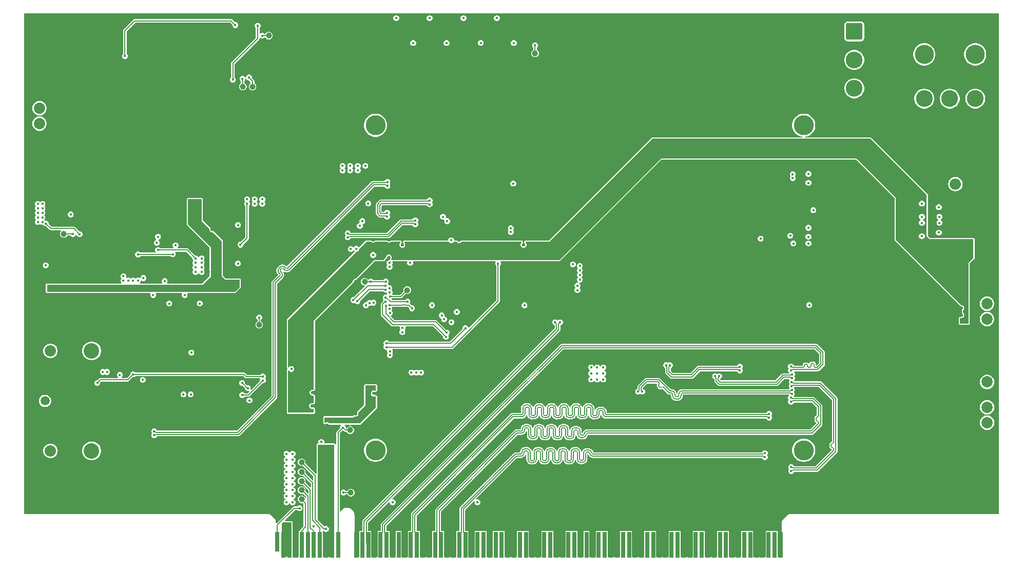
<source format=gbl>
G04*
G04 #@! TF.GenerationSoftware,Altium Limited,Altium Designer,25.2.1 (25)*
G04*
G04 Layer_Physical_Order=6*
G04 Layer_Color=16711680*
%FSLAX44Y44*%
%MOMM*%
G71*
G04*
G04 #@! TF.SameCoordinates,1675D247-2589-475D-A358-125397F96DBE*
G04*
G04*
G04 #@! TF.FilePolarity,Positive*
G04*
G01*
G75*
%ADD50R,0.7000X4.2000*%
%ADD51R,0.7000X3.2000*%
%ADD102C,0.1524*%
%ADD103C,0.2032*%
%ADD104C,0.1270*%
%ADD108O,1.8500X1.8600*%
%ADD109O,1.8600X1.8500*%
%ADD110C,2.5650*%
%ADD111C,1.5000*%
%ADD112C,1.8750*%
%ADD113C,3.1500*%
%ADD114C,2.7750*%
%ADD115C,1.0500*%
%ADD116C,3.3000*%
G04:AMPARAMS|DCode=117|XSize=2.775mm|YSize=2.775mm|CornerRadius=0.3469mm|HoleSize=0mm|Usage=FLASHONLY|Rotation=270.000|XOffset=0mm|YOffset=0mm|HoleType=Round|Shape=RoundedRectangle|*
%AMROUNDEDRECTD117*
21,1,2.7750,2.0812,0,0,270.0*
21,1,2.0812,2.7750,0,0,270.0*
1,1,0.6938,-1.0406,-1.0406*
1,1,0.6938,-1.0406,1.0406*
1,1,0.6938,1.0406,1.0406*
1,1,0.6938,1.0406,-1.0406*
%
%ADD117ROUNDEDRECTD117*%
%ADD118C,0.4500*%
%ADD119C,1.0000*%
%ADD120C,2.0000*%
G36*
X1313628Y349861D02*
Y335168D01*
X1309165Y330706D01*
X1307895Y331223D01*
Y332890D01*
X1307921D01*
X1307604Y334488D01*
X1306698Y335843D01*
X1305344Y336748D01*
X1303746Y337066D01*
Y337040D01*
X1301079D01*
Y337066D01*
X1299481Y336748D01*
X1298126Y335843D01*
X1297299Y334606D01*
X1296679Y334417D01*
X1295891Y334312D01*
X1294676Y335124D01*
X1293078Y335442D01*
Y335415D01*
X1290411D01*
Y335442D01*
X1288813Y335124D01*
X1287458Y334218D01*
X1286553Y332864D01*
X1286235Y331266D01*
X1285404Y330340D01*
X1271887D01*
X1271311Y331731D01*
X1269964Y333078D01*
X1268203Y333807D01*
X1266298D01*
X1264537Y333078D01*
X1263190Y331731D01*
X1262460Y329970D01*
Y328065D01*
X1263190Y326304D01*
X1263712Y325782D01*
X1263161Y325231D01*
X1262431Y323470D01*
Y321565D01*
X1263161Y319804D01*
X1264172Y318794D01*
X1263654Y317544D01*
X1253728D01*
X1252650Y317330D01*
X1251737Y316719D01*
X1249654Y314636D01*
X1249653Y314636D01*
X1241294Y306276D01*
X1151355D01*
X1150402Y307229D01*
X1150670Y308714D01*
X1151213Y308939D01*
X1152561Y310287D01*
X1153290Y312047D01*
Y313953D01*
X1152561Y315713D01*
X1151213Y317061D01*
X1149453Y317790D01*
X1147547D01*
X1145787Y317061D01*
X1145250Y316524D01*
X1144713Y317061D01*
X1142953Y317790D01*
X1141047D01*
X1139287Y317061D01*
X1137939Y315713D01*
X1137210Y313953D01*
Y312047D01*
X1137939Y310287D01*
X1139287Y308939D01*
X1140656Y308372D01*
Y305147D01*
X1140870Y304070D01*
X1141481Y303156D01*
X1146724Y297913D01*
X1147638Y297302D01*
X1148715Y297088D01*
X1243933D01*
X1245011Y297302D01*
X1245924Y297913D01*
X1256367Y308356D01*
X1264122D01*
X1264689Y306987D01*
X1264954Y306722D01*
X1264167Y305934D01*
X1263438Y304174D01*
Y302268D01*
X1264167Y300508D01*
X1264715Y299959D01*
X1264190Y299434D01*
X1263461Y297674D01*
Y295768D01*
X1264190Y294008D01*
X1264861Y293337D01*
X1264463Y292940D01*
X1263903Y291588D01*
X1087439D01*
Y291606D01*
X1085342Y291330D01*
X1083388Y290520D01*
X1081710Y289233D01*
X1080423Y287555D01*
X1079613Y285601D01*
X1079507Y284794D01*
X1078226D01*
X1078120Y285601D01*
X1077310Y287555D01*
X1076023Y289233D01*
X1074345Y290520D01*
X1072391Y291330D01*
X1070294Y291606D01*
Y291606D01*
X1069074Y291726D01*
X1065900Y294900D01*
X1051400Y309400D01*
X1050528Y309982D01*
X1049500Y310187D01*
X1027500D01*
X1026472Y309982D01*
X1025600Y309400D01*
X1014445Y298245D01*
X1013863Y297373D01*
X1013658Y296345D01*
Y292129D01*
X1012287Y291561D01*
X1010939Y290213D01*
X1010210Y288453D01*
Y286547D01*
X1010939Y284787D01*
X1012287Y283439D01*
X1014047Y282710D01*
X1015953D01*
X1017713Y283439D01*
X1018250Y283976D01*
X1018787Y283439D01*
X1020547Y282710D01*
X1022453D01*
X1024213Y283439D01*
X1025561Y284787D01*
X1026290Y286547D01*
Y288453D01*
X1025561Y290213D01*
X1024213Y291561D01*
X1022842Y292129D01*
Y293654D01*
X1030191Y301003D01*
X1045529D01*
X1046208Y299733D01*
X1045914Y299293D01*
X1045586Y297646D01*
X1045914Y295998D01*
X1046847Y294601D01*
X1046869Y294623D01*
X1046870Y294623D01*
X1048216Y293276D01*
X1049092Y292356D01*
X1049092Y292356D01*
X1050489Y291423D01*
X1052137Y291095D01*
X1053784Y291423D01*
X1055181Y292356D01*
X1056160Y291653D01*
X1060639Y287174D01*
X1060639Y287174D01*
X1064621Y283192D01*
X1065492Y282609D01*
X1066520Y282405D01*
X1069195D01*
Y280688D01*
X1069177D01*
X1069453Y278591D01*
X1070263Y276637D01*
X1071550Y274959D01*
X1073228Y273672D01*
X1075182Y272862D01*
X1077279Y272586D01*
Y272604D01*
X1080454D01*
Y272586D01*
X1082551Y272862D01*
X1084505Y273672D01*
X1086183Y274959D01*
X1087470Y276637D01*
X1088280Y278591D01*
X1088556Y280688D01*
X1088538D01*
Y282405D01*
X1263325D01*
X1263826Y281135D01*
X1262832Y280141D01*
X1262103Y278381D01*
Y276475D01*
X1262832Y274715D01*
X1263361Y274186D01*
X1262817Y273641D01*
X1262087Y271881D01*
Y269975D01*
X1262817Y268215D01*
X1264164Y266867D01*
X1265925Y266138D01*
X1267830D01*
X1269591Y266867D01*
X1270938Y268215D01*
X1271501Y269573D01*
X1301445D01*
X1309684Y261334D01*
Y248195D01*
X1308425Y247945D01*
X1306965Y246969D01*
X1305990Y245509D01*
X1305648Y243788D01*
X1305680D01*
Y240486D01*
X1305648D01*
X1305990Y238764D01*
X1306965Y237304D01*
X1308200Y236479D01*
X1308613Y235095D01*
X1298833Y225316D01*
X930998D01*
Y225331D01*
X928918Y225057D01*
X926979Y224254D01*
X925315Y222977D01*
X924037Y221312D01*
X923234Y219373D01*
X922003Y219588D01*
Y222736D01*
X922018D01*
X921744Y224816D01*
X920941Y226755D01*
X919664Y228419D01*
X917999Y229697D01*
X916060Y230500D01*
X913980Y230774D01*
Y230759D01*
X910678D01*
Y230774D01*
X908598Y230500D01*
X906659Y229697D01*
X904995Y228419D01*
X903717Y226755D01*
X903126Y225326D01*
X901814Y225478D01*
X901698Y226183D01*
X901698D01*
X901424Y228263D01*
X900621Y230202D01*
X899344Y231867D01*
X897679Y233144D01*
X895741Y233947D01*
X893660Y234221D01*
Y234206D01*
X890358D01*
Y234221D01*
X888278Y233947D01*
X886339Y233144D01*
X884675Y231867D01*
X883397Y230202D01*
X882594Y228263D01*
X882490Y227468D01*
X881209D01*
X881104Y228263D01*
X880301Y230202D01*
X879024Y231867D01*
X877359Y233144D01*
X875421Y233947D01*
X873340Y234221D01*
Y234206D01*
X870038D01*
Y234221D01*
X867958Y233947D01*
X866019Y233144D01*
X864355Y231867D01*
X863077Y230202D01*
X862274Y228263D01*
X862170Y227468D01*
X860889D01*
X860784Y228263D01*
X859981Y230202D01*
X858704Y231867D01*
X857039Y233144D01*
X855100Y233947D01*
X853020Y234221D01*
Y234206D01*
X849718D01*
Y234221D01*
X847638Y233947D01*
X845699Y233144D01*
X844035Y231867D01*
X842757Y230202D01*
X841954Y228263D01*
X841850Y227468D01*
X840569D01*
X840464Y228263D01*
X839661Y230202D01*
X838384Y231867D01*
X836719Y233144D01*
X834781Y233947D01*
X832700Y234221D01*
Y234206D01*
X829398D01*
Y234221D01*
X827318Y233947D01*
X825379Y233144D01*
X823715Y231867D01*
X822437Y230202D01*
X821634Y228263D01*
X821360Y226183D01*
X820450Y225316D01*
X813471D01*
X812393Y225102D01*
X811480Y224491D01*
X681231Y94242D01*
X680620Y93329D01*
X680406Y92251D01*
Y57270D01*
X675230D01*
Y14039D01*
X654770D01*
Y57270D01*
X649594D01*
Y83083D01*
X809667Y243156D01*
X823096D01*
Y243141D01*
X825176Y243415D01*
X827115Y244218D01*
X828780Y245495D01*
X830057Y247160D01*
X830860Y249099D01*
X830872Y249186D01*
X832152D01*
X832350Y247684D01*
X833153Y245745D01*
X834431Y244080D01*
X836095Y242803D01*
X838034Y242000D01*
X840114Y241726D01*
Y241741D01*
X843416D01*
Y241726D01*
X845497Y242000D01*
X847435Y242803D01*
X849100Y244080D01*
X850377Y245745D01*
X851180Y247684D01*
X851285Y248478D01*
X852566D01*
X852670Y247684D01*
X853473Y245745D01*
X854751Y244080D01*
X856415Y242803D01*
X858354Y242000D01*
X860434Y241726D01*
Y241741D01*
X863736D01*
Y241726D01*
X865816Y242000D01*
X867755Y242803D01*
X869420Y244080D01*
X870697Y245745D01*
X871500Y247684D01*
X871605Y248478D01*
X872886D01*
X872990Y247684D01*
X873793Y245745D01*
X875071Y244080D01*
X876735Y242803D01*
X878674Y242000D01*
X880754Y241726D01*
Y241741D01*
X884056D01*
Y241726D01*
X886136Y242000D01*
X888075Y242803D01*
X889740Y244080D01*
X891017Y245745D01*
X891820Y247684D01*
X891925Y248478D01*
X893206D01*
X893310Y247684D01*
X894113Y245745D01*
X895391Y244080D01*
X897055Y242803D01*
X898994Y242000D01*
X901074Y241726D01*
Y241741D01*
X904376D01*
Y241726D01*
X906457Y242000D01*
X908395Y242803D01*
X910060Y244080D01*
X911337Y245745D01*
X912140Y247684D01*
X912245Y248478D01*
X913526D01*
X913630Y247684D01*
X914433Y245745D01*
X915711Y244080D01*
X917375Y242803D01*
X919314Y242000D01*
X921394Y241726D01*
Y241741D01*
X924696D01*
Y241726D01*
X926777Y242000D01*
X928715Y242803D01*
X930380Y244080D01*
X931657Y245745D01*
X932460Y247684D01*
X932565Y248478D01*
X933846D01*
X933950Y247684D01*
X934753Y245745D01*
X936031Y244080D01*
X937695Y242803D01*
X939634Y242000D01*
X941714Y241726D01*
Y241741D01*
X945016D01*
Y241726D01*
X947096Y242000D01*
X949035Y242803D01*
X950700Y244080D01*
X951977Y245745D01*
X952780Y247684D01*
X952978Y249186D01*
X954259D01*
X954270Y249099D01*
X955073Y247160D01*
X956351Y245495D01*
X958015Y244218D01*
X959954Y243415D01*
X962034Y243141D01*
Y243156D01*
X1226372D01*
X1226939Y241787D01*
X1228287Y240439D01*
X1230047Y239710D01*
X1231953D01*
X1233713Y240439D01*
X1235061Y241787D01*
X1235790Y243547D01*
Y245453D01*
X1235061Y247213D01*
X1234524Y247750D01*
X1235061Y248287D01*
X1235790Y250047D01*
Y251953D01*
X1235061Y253713D01*
X1233713Y255061D01*
X1231953Y255790D01*
X1230047D01*
X1228287Y255061D01*
X1226939Y253713D01*
X1226372Y252344D01*
X963199D01*
Y254677D01*
X963214D01*
X962940Y256758D01*
X962137Y258696D01*
X960860Y260361D01*
X959195Y261638D01*
X957256Y262441D01*
X955176Y262715D01*
Y262700D01*
X951874D01*
Y262715D01*
X949794Y262441D01*
X947855Y261638D01*
X946191Y260361D01*
X944913Y258696D01*
X944110Y256758D01*
X942879Y256972D01*
Y260403D01*
X942894D01*
X942620Y262483D01*
X941817Y264422D01*
X940540Y266087D01*
X938875Y267364D01*
X936936Y268167D01*
X934856Y268441D01*
Y268426D01*
X931554D01*
Y268441D01*
X929474Y268167D01*
X927535Y267364D01*
X925871Y266087D01*
X924593Y264422D01*
X923790Y262483D01*
X923686Y261688D01*
X922405D01*
X922300Y262483D01*
X921497Y264422D01*
X920220Y266087D01*
X918555Y267364D01*
X916617Y268167D01*
X914536Y268441D01*
Y268426D01*
X911234D01*
Y268441D01*
X909154Y268167D01*
X907215Y267364D01*
X905551Y266087D01*
X904273Y264422D01*
X903470Y262483D01*
X903366Y261688D01*
X902085D01*
X901980Y262483D01*
X901177Y264422D01*
X899900Y266087D01*
X898235Y267364D01*
X896296Y268167D01*
X894216Y268441D01*
Y268426D01*
X890914D01*
Y268441D01*
X888834Y268167D01*
X886895Y267364D01*
X885231Y266087D01*
X883953Y264422D01*
X883150Y262483D01*
X883046Y261688D01*
X881765D01*
X881660Y262483D01*
X880857Y264422D01*
X879580Y266087D01*
X877915Y267364D01*
X875976Y268167D01*
X873896Y268441D01*
Y268426D01*
X870594D01*
Y268441D01*
X868514Y268167D01*
X866575Y267364D01*
X864911Y266087D01*
X863633Y264422D01*
X862830Y262483D01*
X862726Y261688D01*
X861445D01*
X861340Y262483D01*
X860537Y264422D01*
X859260Y266087D01*
X857595Y267364D01*
X855657Y268167D01*
X853576Y268441D01*
Y268426D01*
X850274D01*
Y268441D01*
X848194Y268167D01*
X846255Y267364D01*
X844591Y266087D01*
X843313Y264422D01*
X842510Y262483D01*
X842406Y261688D01*
X841125D01*
X841020Y262483D01*
X840217Y264422D01*
X838940Y266087D01*
X837275Y267364D01*
X835337Y268167D01*
X833256Y268441D01*
Y268426D01*
X829954D01*
Y268441D01*
X827874Y268167D01*
X825935Y267364D01*
X824271Y266087D01*
X822993Y264422D01*
X822190Y262483D01*
X821916Y260403D01*
X821931D01*
Y252344D01*
X807028D01*
X805950Y252130D01*
X805037Y251519D01*
X641231Y87713D01*
X640620Y86800D01*
X640406Y85722D01*
Y57270D01*
X635230D01*
Y14039D01*
X624770D01*
Y57270D01*
X615230D01*
Y14039D01*
X604770D01*
Y57270D01*
X599594D01*
Y65583D01*
X797062Y263050D01*
X797062Y263050D01*
X891195Y357184D01*
X1306305D01*
X1313628Y349861D01*
D02*
G37*
G36*
X582500Y289401D02*
X581230Y288747D01*
X579920Y289290D01*
X578015D01*
X576254Y288561D01*
X574907Y287213D01*
X574178Y285453D01*
Y283547D01*
X574907Y281787D01*
X576254Y280439D01*
X578015Y279710D01*
X579920D01*
X581230Y280252D01*
X582500Y279599D01*
Y261500D01*
X556000Y235000D01*
X505774D01*
X504713Y236061D01*
X502953Y236790D01*
X501047D01*
X499287Y236061D01*
X498770Y235544D01*
X497500Y236070D01*
Y245000D01*
X545000D01*
X546748Y246748D01*
X548047Y246210D01*
X549953D01*
X551713Y246939D01*
X553061Y248287D01*
X553790Y250047D01*
Y251953D01*
X553252Y253252D01*
X565000Y265000D01*
Y297713D01*
X582500D01*
Y289401D01*
D02*
G37*
G36*
X513960Y14039D02*
X495000D01*
Y57488D01*
X496270Y57956D01*
X497287Y56939D01*
X499047Y56210D01*
X500953D01*
X502713Y56939D01*
X504061Y58287D01*
X504790Y60047D01*
Y61953D01*
X504061Y63713D01*
X502713Y65061D01*
X500953Y65790D01*
X499047D01*
X497287Y65061D01*
X497104Y64878D01*
X486471Y75512D01*
Y200000D01*
X490847D01*
X491547Y199710D01*
X493453D01*
X494153Y200000D01*
X513960D01*
Y14039D01*
D02*
G37*
G36*
X1609802Y85140D02*
X1263650D01*
X1262659Y84943D01*
X1261819Y84381D01*
X1252929Y75491D01*
X1252367Y74651D01*
X1252170Y73660D01*
Y14039D01*
X1244770D01*
Y57270D01*
X1235230D01*
Y57270D01*
X1234770D01*
Y57270D01*
X1225230D01*
Y14039D01*
X1204770D01*
Y57270D01*
X1195230D01*
Y57270D01*
X1194770D01*
Y57270D01*
X1185230D01*
Y14039D01*
X1164770D01*
Y57270D01*
X1155230D01*
Y57270D01*
X1154770D01*
Y57270D01*
X1145230D01*
Y14039D01*
X1124770D01*
Y57270D01*
X1115230D01*
Y57270D01*
X1114770D01*
Y57270D01*
X1105230D01*
Y14039D01*
X1084770D01*
Y57270D01*
X1075230D01*
Y57270D01*
X1074770D01*
Y57270D01*
X1065230D01*
Y14039D01*
X1044770D01*
Y57270D01*
X1035230D01*
Y57270D01*
X1034770D01*
Y57270D01*
X1025230D01*
Y14039D01*
X1004770D01*
Y57270D01*
X995230D01*
Y57270D01*
X994770D01*
Y57270D01*
X985230D01*
Y14039D01*
X964770D01*
Y57270D01*
X955230D01*
Y57270D01*
X954770D01*
Y57270D01*
X945230D01*
Y14039D01*
X934770D01*
Y57270D01*
X925230D01*
Y14039D01*
X914770D01*
Y57270D01*
X905230D01*
Y57270D01*
X904770D01*
Y57270D01*
X895230D01*
Y14039D01*
X874770D01*
Y57270D01*
X865230D01*
Y57270D01*
X864770D01*
Y57270D01*
X855230D01*
Y14039D01*
X834770D01*
Y57270D01*
X825230D01*
Y57270D01*
X824770D01*
Y57270D01*
X815230D01*
Y14039D01*
X794770D01*
Y57270D01*
X785230D01*
Y57270D01*
X784770D01*
Y57270D01*
X775230D01*
Y14039D01*
X764770D01*
Y57270D01*
X755230D01*
Y57270D01*
X754770D01*
Y57270D01*
X745230D01*
Y14039D01*
X734770D01*
Y57270D01*
X729594D01*
Y92612D01*
X744472Y107489D01*
X745548Y106770D01*
X745210Y105953D01*
Y104047D01*
X745939Y102287D01*
X747287Y100939D01*
X749047Y100210D01*
X750953D01*
X752713Y100939D01*
X754061Y102287D01*
X754790Y104047D01*
Y105953D01*
X754061Y107713D01*
X752713Y109061D01*
X750953Y109790D01*
X749047D01*
X748230Y109452D01*
X747511Y110528D01*
X815138Y178156D01*
X821540D01*
Y178141D01*
X823621Y178415D01*
X825559Y179218D01*
X827224Y180495D01*
X828501Y182160D01*
X829304Y184099D01*
X830535Y183884D01*
Y175597D01*
X830520D01*
X830794Y173517D01*
X831597Y171578D01*
X832875Y169914D01*
X834539Y168636D01*
X836478Y167833D01*
X838558Y167559D01*
Y167574D01*
X841860D01*
Y167559D01*
X843941Y167833D01*
X845879Y168636D01*
X847544Y169914D01*
X848821Y171578D01*
X849624Y173517D01*
X849729Y174312D01*
X851010D01*
X851114Y173517D01*
X851917Y171578D01*
X853195Y169914D01*
X854859Y168636D01*
X856798Y167833D01*
X858878Y167559D01*
Y167574D01*
X862180D01*
Y167559D01*
X864260Y167833D01*
X866199Y168636D01*
X867864Y169914D01*
X869141Y171578D01*
X869944Y173517D01*
X870049Y174312D01*
X871330D01*
X871434Y173517D01*
X872237Y171578D01*
X873515Y169914D01*
X875179Y168636D01*
X877118Y167833D01*
X879198Y167559D01*
Y167574D01*
X882500D01*
Y167559D01*
X884581Y167833D01*
X886519Y168636D01*
X888184Y169914D01*
X889461Y171578D01*
X890264Y173517D01*
X890369Y174312D01*
X891650D01*
X891754Y173517D01*
X892557Y171578D01*
X893835Y169914D01*
X895499Y168636D01*
X897438Y167833D01*
X899518Y167559D01*
Y167574D01*
X902820D01*
Y167559D01*
X904901Y167833D01*
X906839Y168636D01*
X908504Y169914D01*
X909781Y171578D01*
X910584Y173517D01*
X910711Y174483D01*
X911992D01*
X912074Y173860D01*
X912877Y171922D01*
X914155Y170257D01*
X915819Y168980D01*
X917758Y168177D01*
X919838Y167903D01*
Y167917D01*
X923140D01*
Y167903D01*
X925220Y168177D01*
X927159Y168980D01*
X928824Y170257D01*
X930101Y171922D01*
X930904Y173860D01*
X931178Y175940D01*
X931163D01*
Y183884D01*
X932394Y184099D01*
X933197Y182160D01*
X934475Y180495D01*
X936139Y179218D01*
X938078Y178415D01*
X940158Y178141D01*
Y178156D01*
X1219372D01*
X1219939Y176787D01*
X1221287Y175439D01*
X1223047Y174710D01*
X1224953D01*
X1226713Y175439D01*
X1228061Y176787D01*
X1228790Y178547D01*
Y180453D01*
X1228061Y182213D01*
X1227524Y182750D01*
X1228061Y183287D01*
X1228790Y185047D01*
Y186953D01*
X1228061Y188713D01*
X1226713Y190061D01*
X1224953Y190790D01*
X1223047D01*
X1221287Y190061D01*
X1219939Y188713D01*
X1219372Y187344D01*
X941184D01*
X941064Y188260D01*
X940261Y190198D01*
X938984Y191863D01*
X937319Y193140D01*
X935380Y193943D01*
X933300Y194217D01*
Y194202D01*
X929998D01*
Y194217D01*
X927918Y193943D01*
X925979Y193140D01*
X924315Y191863D01*
X923037Y190198D01*
X922234Y188260D01*
X920987Y188446D01*
X920744Y190291D01*
X919941Y192230D01*
X918664Y193895D01*
X916999Y195172D01*
X915061Y195975D01*
X912980Y196249D01*
Y196234D01*
X909678D01*
Y196249D01*
X907598Y195975D01*
X905659Y195172D01*
X903995Y193895D01*
X902717Y192230D01*
X901914Y190291D01*
X901810Y189496D01*
X900529D01*
X900424Y190291D01*
X899621Y192230D01*
X898344Y193895D01*
X896679Y195172D01*
X894741Y195975D01*
X892660Y196249D01*
Y196234D01*
X889358D01*
Y196249D01*
X887278Y195975D01*
X885339Y195172D01*
X883675Y193895D01*
X882397Y192230D01*
X881594Y190291D01*
X881490Y189496D01*
X880209D01*
X880104Y190291D01*
X879301Y192230D01*
X878024Y193895D01*
X876359Y195172D01*
X874420Y195975D01*
X872340Y196249D01*
Y196234D01*
X869038D01*
Y196249D01*
X866958Y195975D01*
X865019Y195172D01*
X863355Y193895D01*
X862077Y192230D01*
X861274Y190291D01*
X861170Y189496D01*
X859889D01*
X859784Y190291D01*
X858981Y192230D01*
X857704Y193895D01*
X856039Y195172D01*
X854100Y195975D01*
X852020Y196249D01*
Y196234D01*
X848718D01*
Y196249D01*
X846638Y195975D01*
X844699Y195172D01*
X843035Y193895D01*
X841757Y192230D01*
X840954Y190291D01*
X840850Y189496D01*
X839569D01*
X839464Y190291D01*
X838661Y192230D01*
X837384Y193895D01*
X835719Y195172D01*
X833781Y195975D01*
X831700Y196249D01*
Y196234D01*
X828398D01*
Y196249D01*
X826318Y195975D01*
X824379Y195172D01*
X822715Y193895D01*
X821437Y192230D01*
X820634Y190291D01*
X820360Y188211D01*
X819449Y187344D01*
X812499D01*
X811421Y187130D01*
X810508Y186519D01*
X721231Y97242D01*
X720620Y96329D01*
X720406Y95251D01*
Y57270D01*
X715230D01*
Y14039D01*
X694770D01*
Y57270D01*
X689594D01*
Y89612D01*
X816111Y216128D01*
X822540D01*
Y216113D01*
X824621Y216387D01*
X826559Y217190D01*
X828224Y218468D01*
X829501Y220132D01*
X830304Y222071D01*
X831535Y221856D01*
Y215261D01*
X831520D01*
X831794Y213181D01*
X832597Y211242D01*
X833875Y209578D01*
X835539Y208300D01*
X837478Y207497D01*
X839558Y207223D01*
Y207238D01*
X842860D01*
Y207223D01*
X844940Y207497D01*
X846879Y208300D01*
X848544Y209578D01*
X849821Y211242D01*
X850624Y213181D01*
X850729Y213976D01*
X852010D01*
X852114Y213181D01*
X852917Y211242D01*
X854195Y209578D01*
X855859Y208300D01*
X857798Y207497D01*
X859878Y207223D01*
Y207238D01*
X863180D01*
Y207223D01*
X865260Y207497D01*
X867199Y208300D01*
X868864Y209578D01*
X870141Y211242D01*
X870944Y213181D01*
X871049Y213976D01*
X872330D01*
X872434Y213181D01*
X873237Y211242D01*
X874515Y209578D01*
X876179Y208300D01*
X878118Y207497D01*
X880198Y207223D01*
Y207238D01*
X883500D01*
Y207223D01*
X885581Y207497D01*
X887519Y208300D01*
X889184Y209578D01*
X890461Y211242D01*
X891264Y213181D01*
X891369Y213976D01*
X892650D01*
X892754Y213181D01*
X893557Y211242D01*
X894835Y209578D01*
X896499Y208300D01*
X898438Y207497D01*
X900518Y207223D01*
Y207238D01*
X903820D01*
Y207223D01*
X905900Y207497D01*
X907839Y208300D01*
X909504Y209578D01*
X910781Y211242D01*
X911584Y213181D01*
X911827Y215026D01*
X913074Y215212D01*
X913877Y213274D01*
X915155Y211609D01*
X916819Y210332D01*
X918758Y209529D01*
X920838Y209255D01*
Y209270D01*
X924140D01*
Y209255D01*
X926220Y209529D01*
X928159Y210332D01*
X929824Y211609D01*
X931101Y213274D01*
X931904Y215212D01*
X932025Y216128D01*
X1301473D01*
X1302551Y216342D01*
X1303464Y216953D01*
X1318047Y231536D01*
X1318658Y232449D01*
X1318872Y233527D01*
Y263973D01*
X1318658Y265051D01*
X1318047Y265964D01*
X1306076Y277936D01*
X1305162Y278546D01*
X1304084Y278761D01*
X1272091D01*
X1271576Y280031D01*
X1272558Y281014D01*
X1273288Y282774D01*
Y284680D01*
X1272558Y286440D01*
X1272035Y286964D01*
X1272585Y287514D01*
X1273314Y289274D01*
Y291180D01*
X1272585Y292940D01*
X1271915Y293610D01*
X1272312Y294008D01*
X1272886Y295394D01*
X1313094D01*
X1334684Y273805D01*
Y209000D01*
Y204838D01*
X1333100Y204523D01*
X1331640Y203548D01*
X1330665Y202088D01*
X1330322Y200366D01*
X1330354D01*
Y197064D01*
X1330322D01*
X1330665Y195342D01*
X1331640Y193883D01*
X1333100Y192907D01*
X1334122Y192704D01*
X1334376Y191358D01*
X1307390Y164372D01*
X1272128D01*
X1271561Y165741D01*
X1270213Y167089D01*
X1268453Y167818D01*
X1266547D01*
X1264787Y167089D01*
X1263439Y165741D01*
X1262710Y163981D01*
Y162075D01*
X1263439Y160315D01*
X1263976Y159778D01*
X1263439Y159241D01*
X1262710Y157481D01*
Y155575D01*
X1263439Y153815D01*
X1264787Y152467D01*
X1266547Y151738D01*
X1268453D01*
X1270213Y152467D01*
X1271561Y153815D01*
X1272128Y155184D01*
X1310029D01*
X1311107Y155398D01*
X1312020Y156009D01*
X1343047Y187036D01*
X1343047Y187036D01*
X1343658Y187949D01*
X1343872Y189027D01*
Y276444D01*
X1343658Y277522D01*
X1343047Y278435D01*
X1317725Y303758D01*
X1316811Y304368D01*
X1315734Y304583D01*
X1272848D01*
X1272288Y305934D01*
X1272023Y306199D01*
X1272811Y306987D01*
X1273540Y308747D01*
Y310653D01*
X1272811Y312413D01*
X1272274Y312950D01*
X1272811Y313487D01*
X1273540Y315247D01*
Y317153D01*
X1272811Y318913D01*
X1271842Y319882D01*
X1272368Y321152D01*
X1311439D01*
X1312517Y321366D01*
X1313430Y321977D01*
X1321991Y330538D01*
X1322602Y331451D01*
X1322816Y332529D01*
Y352500D01*
X1322602Y353578D01*
X1321991Y354491D01*
X1310935Y365547D01*
X1310022Y366158D01*
X1308944Y366372D01*
X888556D01*
X887478Y366158D01*
X886565Y365547D01*
X789523Y268506D01*
X789523Y268506D01*
X591231Y70213D01*
X590620Y69300D01*
X590406Y68222D01*
Y57270D01*
X585230D01*
Y14039D01*
X574770D01*
Y57270D01*
X569592D01*
Y71404D01*
X603940Y105752D01*
X605210Y105226D01*
Y104047D01*
X605939Y102287D01*
X607287Y100939D01*
X609047Y100210D01*
X610953D01*
X612713Y100939D01*
X614061Y102287D01*
X614790Y104047D01*
Y105953D01*
X614061Y107713D01*
X612713Y109061D01*
X610953Y109790D01*
X609774D01*
X609248Y111060D01*
X687863Y189675D01*
X881094Y382906D01*
X885805Y387617D01*
X886387Y388489D01*
X886592Y389517D01*
Y397210D01*
X886953D01*
X888713Y397939D01*
X890061Y399287D01*
X890790Y401047D01*
Y402953D01*
X890061Y404713D01*
X888713Y406061D01*
X886953Y406790D01*
X885047D01*
X883287Y406061D01*
X882000Y404774D01*
X880713Y406061D01*
X878953Y406790D01*
X877047D01*
X875287Y406061D01*
X873939Y404713D01*
X873210Y402953D01*
Y401047D01*
X873939Y399287D01*
X875287Y397939D01*
X877047Y397210D01*
X877408D01*
Y392208D01*
X874600Y389400D01*
X681369Y196169D01*
X561195Y75995D01*
X560613Y75123D01*
X560408Y74095D01*
Y57270D01*
X555230D01*
Y14039D01*
X547090D01*
X547090Y84000D01*
X547073Y84084D01*
X547084Y84170D01*
X547003Y85409D01*
X546937Y85656D01*
X546920Y85910D01*
X546278Y88306D01*
X546128Y88610D01*
X546019Y88930D01*
X544780Y91078D01*
X544556Y91333D01*
X544368Y91614D01*
X542614Y93368D01*
X542333Y93556D01*
X542078Y93780D01*
X539930Y95020D01*
X539609Y95128D01*
X539306Y95278D01*
X536910Y95920D01*
X536572Y95942D01*
X536240Y96008D01*
X533760D01*
X533428Y95942D01*
X533090Y95920D01*
X530694Y95278D01*
X530390Y95128D01*
X530070Y95020D01*
X527922Y93779D01*
X527667Y93556D01*
X527386Y93368D01*
X525632Y91614D01*
X525444Y91333D01*
X525220Y91078D01*
X524692Y90163D01*
X523052Y89862D01*
X522816Y90054D01*
Y218834D01*
X527193Y223210D01*
X528807D01*
X529917Y222100D01*
X530831Y221490D01*
X531909Y221275D01*
X534342D01*
X534685Y220448D01*
X536448Y218685D01*
X538753Y217730D01*
X541247D01*
X543552Y218685D01*
X545315Y220448D01*
X546270Y222753D01*
Y225247D01*
X545315Y227552D01*
X543552Y229315D01*
X541247Y230270D01*
X538753D01*
X536448Y229315D01*
X534685Y227552D01*
X534418Y226907D01*
X533075D01*
X532790Y227193D01*
Y228953D01*
X532061Y230713D01*
X531083Y231691D01*
X531606Y232961D01*
X537265D01*
X537287Y232939D01*
X539047Y232210D01*
X540953D01*
X542713Y232939D01*
X542735Y232961D01*
X556000D01*
X556000Y232961D01*
X556780Y233116D01*
X557442Y233558D01*
X583942Y260058D01*
X584384Y260720D01*
X584539Y261500D01*
Y279599D01*
X584478Y279908D01*
X584442Y280221D01*
X584400Y280296D01*
X584384Y280379D01*
X584209Y280641D01*
X584056Y280917D01*
X583989Y280970D01*
X583942Y281041D01*
X583680Y281216D01*
X583433Y281412D01*
X582163Y282066D01*
X582081Y282089D01*
X582010Y282136D01*
X581701Y282198D01*
X581398Y282285D01*
X581313Y282275D01*
X581230Y282292D01*
X581180Y282282D01*
X579953Y282790D01*
X578047D01*
X577809Y282691D01*
X576455Y283379D01*
X576217Y283953D01*
Y285047D01*
X576636Y286058D01*
X577409Y286832D01*
X578420Y287251D01*
X579515D01*
X580450Y286863D01*
X580533Y286847D01*
X580607Y286805D01*
X580921Y286770D01*
X581230Y286708D01*
X581313Y286725D01*
X581398Y286715D01*
X581701Y286802D01*
X582010Y286863D01*
X582081Y286911D01*
X582163Y286934D01*
X583433Y287588D01*
X583680Y287784D01*
X583942Y287959D01*
X583989Y288030D01*
X584056Y288083D01*
X584209Y288358D01*
X584384Y288620D01*
X584401Y288704D01*
X584442Y288778D01*
X584478Y289092D01*
X584539Y289401D01*
Y297713D01*
X584384Y298494D01*
X583942Y299155D01*
X583280Y299597D01*
X582500Y299753D01*
X571043D01*
X570953Y299790D01*
X569047D01*
X568957Y299753D01*
X565000D01*
X564220Y299597D01*
X563558Y299155D01*
X563116Y298494D01*
X562961Y297713D01*
Y265845D01*
X551810Y254694D01*
X551368Y254032D01*
X551213Y253252D01*
X551368Y252472D01*
X551751Y251547D01*
Y250453D01*
X551332Y249442D01*
X550558Y248668D01*
X549547Y248249D01*
X548453D01*
X547528Y248632D01*
X546748Y248787D01*
X545968Y248632D01*
X545306Y248190D01*
X544155Y247039D01*
X497500D01*
X496720Y246884D01*
X496058Y246442D01*
X495616Y245780D01*
X495461Y245000D01*
Y236070D01*
X495616Y235290D01*
X496058Y234628D01*
X496720Y234186D01*
X497990Y233660D01*
X498770Y233505D01*
X499550Y233660D01*
X500212Y234102D01*
X500442Y234332D01*
X501453Y234751D01*
X502547D01*
X503558Y234332D01*
X504332Y233558D01*
X504994Y233116D01*
X505774Y232961D01*
X524394D01*
X524917Y231691D01*
X523939Y230713D01*
X523210Y228953D01*
Y227193D01*
X518009Y221991D01*
X517398Y221078D01*
X517184Y220000D01*
Y200554D01*
X515914Y200429D01*
X515844Y200780D01*
X515402Y201442D01*
X514740Y201884D01*
X513960Y202039D01*
X497808D01*
X497103Y203095D01*
X497290Y203547D01*
Y205453D01*
X496561Y207213D01*
X495213Y208561D01*
X493453Y209290D01*
X491547D01*
X489787Y208561D01*
X488439Y207213D01*
X487710Y205453D01*
Y203547D01*
X487897Y203095D01*
X487192Y202039D01*
X486471D01*
X485690Y201884D01*
X485029Y201442D01*
X484587Y200780D01*
X484431Y200000D01*
Y152347D01*
X483161Y151821D01*
X465965Y169017D01*
X466270Y169753D01*
Y172247D01*
X465315Y174552D01*
X463552Y176315D01*
X461247Y177270D01*
X458753D01*
X456448Y176315D01*
X454685Y174552D01*
X453730Y172247D01*
Y169753D01*
X454685Y167448D01*
X456448Y165685D01*
X458753Y164730D01*
X461247D01*
X461983Y165035D01*
X479184Y147833D01*
Y141458D01*
X478011Y140972D01*
X465965Y153017D01*
X466270Y153753D01*
Y156247D01*
X465315Y158552D01*
X463552Y160315D01*
X461247Y161270D01*
X458753D01*
X456448Y160315D01*
X454685Y158552D01*
X453730Y156247D01*
Y153753D01*
X454685Y151448D01*
X456448Y149685D01*
X458753Y148730D01*
X461247D01*
X461983Y149035D01*
X475184Y135834D01*
Y130458D01*
X474011Y129972D01*
X465965Y138017D01*
X466270Y138753D01*
Y141247D01*
X465315Y143552D01*
X463552Y145315D01*
X461247Y146270D01*
X458753D01*
X456448Y145315D01*
X454685Y143552D01*
X453730Y141247D01*
Y138753D01*
X454685Y136448D01*
X456448Y134685D01*
X458753Y133730D01*
X461247D01*
X461983Y134035D01*
X471184Y124833D01*
Y119458D01*
X470011Y118972D01*
X465965Y123017D01*
X466270Y123753D01*
Y126247D01*
X465315Y128552D01*
X463552Y130315D01*
X461247Y131270D01*
X458753D01*
X456448Y130315D01*
X454685Y128552D01*
X453730Y126247D01*
Y123753D01*
X454685Y121448D01*
X456448Y119685D01*
X458753Y118730D01*
X461247D01*
X461983Y119035D01*
X467184Y113834D01*
Y112360D01*
X465914Y112107D01*
X465315Y113552D01*
X463552Y115315D01*
X461247Y116270D01*
X458753D01*
X456448Y115315D01*
X454685Y113552D01*
X453730Y111247D01*
Y108753D01*
X454685Y106448D01*
X456448Y104685D01*
X458753Y103730D01*
X461247D01*
X461768Y103946D01*
X463184Y102530D01*
Y65167D01*
X458009Y59991D01*
X457398Y59078D01*
X457184Y58000D01*
Y57270D01*
X455230D01*
Y14039D01*
X446143D01*
X445039Y15000D01*
Y72000D01*
X444884Y72780D01*
X444442Y73442D01*
X443780Y73884D01*
X443000Y74039D01*
X432547D01*
X432061Y75212D01*
X449024Y92175D01*
X452801D01*
X453787Y91189D01*
X455547Y90460D01*
X457453D01*
X459213Y91189D01*
X460561Y92537D01*
X461290Y94297D01*
Y96203D01*
X460561Y97963D01*
X459213Y99311D01*
X457453Y100040D01*
X455547D01*
X453787Y99311D01*
X452801Y98325D01*
X447750D01*
X447750Y98325D01*
X446573Y98091D01*
X445576Y97424D01*
X445575Y97424D01*
X418360Y70209D01*
X417090Y70735D01*
Y74958D01*
X416893Y75949D01*
X416331Y76789D01*
X408739Y84381D01*
X407899Y84943D01*
X406908Y85140D01*
X2590D01*
Y911810D01*
X1609802D01*
X1609802Y85140D01*
D02*
G37*
G36*
X443000Y15000D02*
X427000D01*
Y70151D01*
X428849Y72000D01*
X443000D01*
Y15000D01*
D02*
G37*
%LPC*%
G36*
X1068453Y335790D02*
X1066547D01*
X1064787Y335061D01*
X1064250Y334524D01*
X1063713Y335061D01*
X1061953Y335790D01*
X1060047D01*
X1058287Y335061D01*
X1056939Y333713D01*
X1056210Y331953D01*
Y330047D01*
X1056939Y328287D01*
X1058287Y326939D01*
X1059656Y326372D01*
Y319527D01*
X1059870Y318449D01*
X1060481Y317536D01*
X1068008Y310009D01*
X1068921Y309398D01*
X1069999Y309184D01*
X1104029D01*
X1105107Y309398D01*
X1106020Y310009D01*
X1117063Y321051D01*
X1178122D01*
X1178689Y319682D01*
X1180037Y318335D01*
X1181797Y317605D01*
X1183703D01*
X1185463Y318335D01*
X1186811Y319682D01*
X1187540Y321443D01*
Y323348D01*
X1186811Y325109D01*
X1186274Y325645D01*
X1186811Y326182D01*
X1187540Y327943D01*
Y329848D01*
X1186811Y331609D01*
X1185463Y332956D01*
X1183703Y333685D01*
X1181797D01*
X1180037Y332956D01*
X1178689Y331609D01*
X1178122Y330239D01*
X1114424D01*
X1113346Y330025D01*
X1112432Y329415D01*
X1101389Y318372D01*
X1072638D01*
X1068844Y322166D01*
Y326372D01*
X1070213Y326939D01*
X1071561Y328287D01*
X1072290Y330047D01*
Y331953D01*
X1071561Y333713D01*
X1070213Y335061D01*
X1068453Y335790D01*
D02*
G37*
G36*
X958453Y332290D02*
X956547D01*
X954787Y331561D01*
X953439Y330213D01*
X953187Y329605D01*
X951813D01*
X951561Y330213D01*
X950213Y331561D01*
X948453Y332290D01*
X946547D01*
X944787Y331561D01*
X943439Y330213D01*
X943187Y329605D01*
X941813D01*
X941561Y330213D01*
X940213Y331561D01*
X938453Y332290D01*
X936547D01*
X934787Y331561D01*
X933439Y330213D01*
X932710Y328453D01*
Y326547D01*
X933439Y324787D01*
X934787Y323439D01*
X935395Y323187D01*
Y321813D01*
X934787Y321561D01*
X933439Y320213D01*
X932710Y318453D01*
Y316547D01*
X933439Y314787D01*
X934787Y313439D01*
X935395Y313187D01*
Y311813D01*
X934787Y311561D01*
X933439Y310213D01*
X932710Y308453D01*
Y306547D01*
X933439Y304787D01*
X934787Y303439D01*
X936547Y302710D01*
X938453D01*
X940213Y303439D01*
X941561Y304787D01*
X941813Y305395D01*
X943187D01*
X943439Y304787D01*
X944787Y303439D01*
X946547Y302710D01*
X948453D01*
X950213Y303439D01*
X951561Y304787D01*
X951813Y305395D01*
X953187D01*
X953439Y304787D01*
X954787Y303439D01*
X956547Y302710D01*
X958453D01*
X960213Y303439D01*
X961561Y304787D01*
X962290Y306547D01*
Y308453D01*
X961561Y310213D01*
X960213Y311561D01*
X959605Y311813D01*
Y313187D01*
X960213Y313439D01*
X961561Y314787D01*
X962290Y316547D01*
Y318453D01*
X961561Y320213D01*
X960213Y321561D01*
X959605Y321813D01*
Y323187D01*
X960213Y323439D01*
X961561Y324787D01*
X962290Y326547D01*
Y328453D01*
X961561Y330213D01*
X960213Y331561D01*
X958453Y332290D01*
D02*
G37*
G36*
X782953Y908790D02*
X781047D01*
X779287Y908061D01*
X777939Y906713D01*
X777210Y904953D01*
Y903047D01*
X777939Y901287D01*
X779287Y899939D01*
X781047Y899210D01*
X782953D01*
X784713Y899939D01*
X786061Y901287D01*
X786790Y903047D01*
Y904953D01*
X786061Y906713D01*
X784713Y908061D01*
X782953Y908790D01*
D02*
G37*
G36*
X727953D02*
X726047D01*
X724287Y908061D01*
X722939Y906713D01*
X722210Y904953D01*
Y903047D01*
X722939Y901287D01*
X724287Y899939D01*
X726047Y899210D01*
X727953D01*
X729713Y899939D01*
X731061Y901287D01*
X731790Y903047D01*
Y904953D01*
X731061Y906713D01*
X729713Y908061D01*
X727953Y908790D01*
D02*
G37*
G36*
X671953D02*
X670047D01*
X668287Y908061D01*
X666939Y906713D01*
X666210Y904953D01*
Y903047D01*
X666939Y901287D01*
X668287Y899939D01*
X670047Y899210D01*
X671953D01*
X673713Y899939D01*
X675061Y901287D01*
X675790Y903047D01*
Y904953D01*
X675061Y906713D01*
X673713Y908061D01*
X671953Y908790D01*
D02*
G37*
G36*
X616953D02*
X615047D01*
X613287Y908061D01*
X611939Y906713D01*
X611210Y904953D01*
Y903047D01*
X611939Y901287D01*
X613287Y899939D01*
X615047Y899210D01*
X616953D01*
X618713Y899939D01*
X620061Y901287D01*
X620790Y903047D01*
Y904953D01*
X620061Y906713D01*
X618713Y908061D01*
X616953Y908790D01*
D02*
G37*
G36*
X343510Y902405D02*
X343510Y902405D01*
X184330D01*
X183153Y902171D01*
X182156Y901504D01*
X182155Y901504D01*
X166336Y885684D01*
X165669Y884687D01*
X165435Y883510D01*
X165435Y883510D01*
Y845029D01*
X164449Y844043D01*
X163720Y842283D01*
Y840377D01*
X164449Y838617D01*
X165797Y837269D01*
X167557Y836540D01*
X169463D01*
X171223Y837269D01*
X172571Y838617D01*
X173300Y840377D01*
Y842283D01*
X172571Y844043D01*
X171585Y845029D01*
Y882236D01*
X185604Y896255D01*
X342236D01*
X345720Y892771D01*
Y891377D01*
X346449Y889617D01*
X347797Y888269D01*
X349557Y887540D01*
X351463D01*
X353223Y888269D01*
X354571Y889617D01*
X355300Y891377D01*
Y893283D01*
X354571Y895043D01*
X353223Y896391D01*
X351463Y897120D01*
X350069D01*
X345685Y901504D01*
X344687Y902171D01*
X343510Y902405D01*
D02*
G37*
G36*
X388463Y896120D02*
X386557D01*
X384797Y895391D01*
X383449Y894043D01*
X382720Y892283D01*
Y890377D01*
X383449Y888617D01*
X384435Y887631D01*
Y871604D01*
X344336Y831504D01*
X343669Y830507D01*
X343435Y829330D01*
X343435Y829330D01*
Y806029D01*
X342449Y805043D01*
X341720Y803283D01*
Y801377D01*
X342449Y799617D01*
X343797Y798269D01*
X345557Y797540D01*
X347463D01*
X349223Y798269D01*
X350571Y799617D01*
X351300Y801377D01*
Y803283D01*
X350571Y805043D01*
X349585Y806029D01*
Y828056D01*
X389684Y868156D01*
X389684Y868156D01*
X390351Y869153D01*
X390585Y870330D01*
Y870845D01*
X391855Y871371D01*
X392287Y870939D01*
X394047Y870210D01*
X395953D01*
X397713Y870939D01*
X398831Y872057D01*
X400278D01*
X400421Y871712D01*
X402184Y869949D01*
X404489Y868994D01*
X406983D01*
X409288Y869949D01*
X411052Y871712D01*
X412006Y874017D01*
Y876511D01*
X411052Y878816D01*
X409288Y880579D01*
X406983Y881534D01*
X404489D01*
X402184Y880579D01*
X400421Y878816D01*
X400169Y878207D01*
X398567D01*
X397713Y879061D01*
X395953Y879790D01*
X394047D01*
X392287Y879061D01*
X391855Y878629D01*
X390585Y879155D01*
Y887631D01*
X391571Y888617D01*
X392300Y890377D01*
Y892283D01*
X391571Y894043D01*
X390223Y895391D01*
X388463Y896120D01*
D02*
G37*
G36*
X1381906Y898593D02*
X1361094D01*
X1358749Y898126D01*
X1356762Y896798D01*
X1355434Y894811D01*
X1354967Y892466D01*
Y871654D01*
X1355434Y869309D01*
X1356762Y867322D01*
X1358749Y865994D01*
X1361094Y865527D01*
X1381906D01*
X1384251Y865994D01*
X1386238Y867322D01*
X1387566Y869309D01*
X1388033Y871654D01*
Y892466D01*
X1387566Y894811D01*
X1386238Y896798D01*
X1384251Y898126D01*
X1381906Y898593D01*
D02*
G37*
G36*
X756378Y867952D02*
X754472D01*
X752712Y867222D01*
X751364Y865875D01*
X750635Y864115D01*
Y862209D01*
X751364Y860448D01*
X752712Y859101D01*
X754472Y858372D01*
X756378D01*
X758138Y859101D01*
X759486Y860448D01*
X760215Y862209D01*
Y864115D01*
X759486Y865875D01*
X758138Y867222D01*
X756378Y867952D01*
D02*
G37*
G36*
X810953Y867790D02*
X809047D01*
X807287Y867061D01*
X805939Y865713D01*
X805210Y863953D01*
Y862047D01*
X805939Y860287D01*
X807287Y858939D01*
X809047Y858210D01*
X810953D01*
X812713Y858939D01*
X814061Y860287D01*
X814790Y862047D01*
Y863953D01*
X814061Y865713D01*
X812713Y867061D01*
X810953Y867790D01*
D02*
G37*
G36*
X699953D02*
X698047D01*
X696287Y867061D01*
X694939Y865713D01*
X694210Y863953D01*
Y862047D01*
X694939Y860287D01*
X696287Y858939D01*
X698047Y858210D01*
X699953D01*
X701713Y858939D01*
X703061Y860287D01*
X703790Y862047D01*
Y863953D01*
X703061Y865713D01*
X701713Y867061D01*
X699953Y867790D01*
D02*
G37*
G36*
X644953D02*
X643047D01*
X641287Y867061D01*
X639939Y865713D01*
X639210Y863953D01*
Y862047D01*
X639939Y860287D01*
X641287Y858939D01*
X643047Y858210D01*
X644953D01*
X646713Y858939D01*
X648061Y860287D01*
X648790Y862047D01*
Y863953D01*
X648061Y865713D01*
X646713Y867061D01*
X644953Y867790D01*
D02*
G37*
G36*
X845953Y863790D02*
X844047D01*
X842287Y863061D01*
X840939Y861713D01*
X840210Y859953D01*
Y858047D01*
X840939Y856287D01*
X841925Y855301D01*
Y851513D01*
X841448Y851315D01*
X839685Y849552D01*
X838730Y847247D01*
Y844753D01*
X839685Y842448D01*
X841448Y840685D01*
X843753Y839730D01*
X846247D01*
X848552Y840685D01*
X850315Y842448D01*
X851270Y844753D01*
Y847247D01*
X850315Y849552D01*
X848552Y851315D01*
X848075Y851513D01*
Y855301D01*
X849061Y856287D01*
X849790Y858047D01*
Y859953D01*
X849061Y861713D01*
X847713Y863061D01*
X845953Y863790D01*
D02*
G37*
G36*
X1572781Y862430D02*
X1569179D01*
X1565645Y861727D01*
X1562316Y860348D01*
X1559321Y858347D01*
X1556773Y855799D01*
X1554772Y852804D01*
X1553393Y849475D01*
X1552690Y845941D01*
Y842339D01*
X1553393Y838805D01*
X1554772Y835477D01*
X1556773Y832481D01*
X1559321Y829933D01*
X1562316Y827932D01*
X1565645Y826553D01*
X1569179Y825850D01*
X1572781D01*
X1576315Y826553D01*
X1579644Y827932D01*
X1582639Y829933D01*
X1585187Y832481D01*
X1587188Y835477D01*
X1588567Y838805D01*
X1589270Y842339D01*
Y845941D01*
X1588567Y849475D01*
X1587188Y852804D01*
X1585187Y855799D01*
X1582639Y858347D01*
X1579644Y860348D01*
X1576315Y861727D01*
X1572781Y862430D01*
D02*
G37*
G36*
X1488781D02*
X1485179D01*
X1481645Y861727D01*
X1478316Y860348D01*
X1475321Y858347D01*
X1472773Y855799D01*
X1470772Y852804D01*
X1469393Y849475D01*
X1468690Y845941D01*
Y842339D01*
X1469393Y838805D01*
X1470772Y835477D01*
X1472773Y832481D01*
X1475321Y829933D01*
X1478316Y827932D01*
X1481645Y826553D01*
X1485179Y825850D01*
X1488781D01*
X1492315Y826553D01*
X1495644Y827932D01*
X1498639Y829933D01*
X1501187Y832481D01*
X1503188Y835477D01*
X1504567Y838805D01*
X1505270Y842339D01*
Y845941D01*
X1504567Y849475D01*
X1503188Y852804D01*
X1501187Y855799D01*
X1498639Y858347D01*
X1495644Y860348D01*
X1492315Y861727D01*
X1488781Y862430D01*
D02*
G37*
G36*
X1373117Y851475D02*
X1369883D01*
X1366712Y850844D01*
X1363725Y849607D01*
X1361036Y847810D01*
X1358750Y845524D01*
X1356953Y842835D01*
X1355716Y839848D01*
X1355085Y836677D01*
Y833443D01*
X1355716Y830272D01*
X1356953Y827285D01*
X1358750Y824596D01*
X1361036Y822310D01*
X1363725Y820513D01*
X1366712Y819276D01*
X1369883Y818645D01*
X1373117D01*
X1376288Y819276D01*
X1379275Y820513D01*
X1381964Y822310D01*
X1384250Y824596D01*
X1386047Y827285D01*
X1387284Y830272D01*
X1387915Y833443D01*
Y836677D01*
X1387284Y839848D01*
X1386047Y842835D01*
X1384250Y845524D01*
X1381964Y847810D01*
X1379275Y849607D01*
X1376288Y850844D01*
X1373117Y851475D01*
D02*
G37*
G36*
X373953Y810790D02*
X372047D01*
X370287Y810061D01*
X368939Y808713D01*
X368210Y806953D01*
Y805729D01*
X366940Y805476D01*
X366477Y806594D01*
X365130Y807941D01*
X363369Y808670D01*
X361464D01*
X359703Y807941D01*
X358356Y806594D01*
X357626Y804833D01*
Y802928D01*
X358356Y801167D01*
X359633Y799890D01*
Y796392D01*
X359448Y796315D01*
X357685Y794552D01*
X356730Y792247D01*
Y789753D01*
X357685Y787448D01*
X359448Y785685D01*
X361753Y784730D01*
X364247D01*
X366552Y785685D01*
X368315Y787448D01*
X369270Y789753D01*
Y792247D01*
X368315Y794552D01*
X366552Y796315D01*
X365783Y796634D01*
Y800473D01*
X366477Y801167D01*
X367206Y802928D01*
Y804151D01*
X368476Y804404D01*
X368939Y803287D01*
X370287Y801939D01*
X372047Y801210D01*
X373441D01*
X375925Y798726D01*
Y796513D01*
X375448Y796315D01*
X373685Y794552D01*
X372730Y792247D01*
Y789753D01*
X373685Y787448D01*
X375448Y785685D01*
X377753Y784730D01*
X380247D01*
X382552Y785685D01*
X384315Y787448D01*
X385270Y789753D01*
Y792247D01*
X384315Y794552D01*
X382552Y796315D01*
X382075Y796513D01*
Y800000D01*
X382075Y800000D01*
X381841Y801177D01*
X381174Y802174D01*
X377790Y805559D01*
Y806953D01*
X377061Y808713D01*
X375713Y810061D01*
X373953Y810790D01*
D02*
G37*
G36*
X1373117Y804475D02*
X1369883D01*
X1366712Y803844D01*
X1363725Y802607D01*
X1361036Y800810D01*
X1358750Y798524D01*
X1356953Y795835D01*
X1355716Y792848D01*
X1355085Y789677D01*
Y786443D01*
X1355716Y783272D01*
X1356953Y780285D01*
X1358750Y777596D01*
X1361036Y775310D01*
X1363725Y773513D01*
X1366712Y772276D01*
X1369883Y771645D01*
X1373117D01*
X1376288Y772276D01*
X1379275Y773513D01*
X1381964Y775310D01*
X1384250Y777596D01*
X1386047Y780285D01*
X1387284Y783272D01*
X1387915Y786443D01*
Y789677D01*
X1387284Y792848D01*
X1386047Y795835D01*
X1384250Y798524D01*
X1381964Y800810D01*
X1379275Y802607D01*
X1376288Y803844D01*
X1373117Y804475D01*
D02*
G37*
G36*
X1572597Y787555D02*
X1569363D01*
X1566192Y786924D01*
X1563205Y785687D01*
X1560516Y783890D01*
X1558230Y781604D01*
X1556433Y778915D01*
X1555196Y775928D01*
X1554565Y772757D01*
Y769523D01*
X1555196Y766352D01*
X1556433Y763365D01*
X1558230Y760676D01*
X1560516Y758390D01*
X1563205Y756593D01*
X1566192Y755356D01*
X1569363Y754725D01*
X1572597D01*
X1575768Y755356D01*
X1578755Y756593D01*
X1581444Y758390D01*
X1583730Y760676D01*
X1585527Y763365D01*
X1586764Y766352D01*
X1587395Y769523D01*
Y772757D01*
X1586764Y775928D01*
X1585527Y778915D01*
X1583730Y781604D01*
X1581444Y783890D01*
X1578755Y785687D01*
X1575768Y786924D01*
X1572597Y787555D01*
D02*
G37*
G36*
X1530597D02*
X1527363D01*
X1524192Y786924D01*
X1521205Y785687D01*
X1518516Y783890D01*
X1516230Y781604D01*
X1514433Y778915D01*
X1513196Y775928D01*
X1512565Y772757D01*
Y769523D01*
X1513196Y766352D01*
X1514433Y763365D01*
X1516230Y760676D01*
X1518516Y758390D01*
X1521205Y756593D01*
X1524192Y755356D01*
X1527363Y754725D01*
X1530597D01*
X1533768Y755356D01*
X1536755Y756593D01*
X1539444Y758390D01*
X1541730Y760676D01*
X1543527Y763365D01*
X1544764Y766352D01*
X1545395Y769523D01*
Y772757D01*
X1544764Y775928D01*
X1543527Y778915D01*
X1541730Y781604D01*
X1539444Y783890D01*
X1536755Y785687D01*
X1533768Y786924D01*
X1530597Y787555D01*
D02*
G37*
G36*
X1488597D02*
X1485363D01*
X1482192Y786924D01*
X1479205Y785687D01*
X1476516Y783890D01*
X1474230Y781604D01*
X1472433Y778915D01*
X1471196Y775928D01*
X1470565Y772757D01*
Y769523D01*
X1471196Y766352D01*
X1472433Y763365D01*
X1474230Y760676D01*
X1476516Y758390D01*
X1479205Y756593D01*
X1482192Y755356D01*
X1485363Y754725D01*
X1488597D01*
X1491768Y755356D01*
X1494755Y756593D01*
X1497444Y758390D01*
X1499730Y760676D01*
X1501527Y763365D01*
X1502764Y766352D01*
X1503395Y769523D01*
Y772757D01*
X1502764Y775928D01*
X1501527Y778915D01*
X1499730Y781604D01*
X1497444Y783890D01*
X1494755Y785687D01*
X1491768Y786924D01*
X1488597Y787555D01*
D02*
G37*
G36*
X27500Y767142D02*
X24422Y766737D01*
X21554Y765548D01*
X19091Y763659D01*
X17201Y761196D01*
X16013Y758328D01*
X15608Y755250D01*
Y755150D01*
X16013Y752072D01*
X17201Y749204D01*
X19091Y746741D01*
X21554Y744852D01*
X24422Y743663D01*
X27500Y743258D01*
X30578Y743663D01*
X33446Y744852D01*
X35909Y746741D01*
X37799Y749204D01*
X38986Y752072D01*
X39392Y755150D01*
Y755250D01*
X38986Y758328D01*
X37799Y761196D01*
X35909Y763659D01*
X33446Y765548D01*
X30578Y766737D01*
X27500Y767142D01*
D02*
G37*
G36*
Y741742D02*
X24422Y741337D01*
X21554Y740148D01*
X19091Y738259D01*
X17201Y735796D01*
X16013Y732928D01*
X15608Y729850D01*
Y729750D01*
X16013Y726672D01*
X17201Y723804D01*
X19091Y721341D01*
X21554Y719452D01*
X24422Y718263D01*
X27500Y717858D01*
X30578Y718263D01*
X33446Y719452D01*
X35909Y721341D01*
X37799Y723804D01*
X38986Y726672D01*
X39392Y729750D01*
Y729850D01*
X38986Y732928D01*
X37799Y735796D01*
X35909Y738259D01*
X33446Y740148D01*
X30578Y741337D01*
X27500Y741742D01*
D02*
G37*
G36*
X583625Y746290D02*
X579875D01*
X576196Y745558D01*
X572731Y744123D01*
X569613Y742039D01*
X566961Y739387D01*
X564877Y736269D01*
X563442Y732804D01*
X562710Y729125D01*
Y725375D01*
X563442Y721696D01*
X564877Y718231D01*
X566961Y715113D01*
X569613Y712461D01*
X572731Y710377D01*
X576196Y708942D01*
X579875Y708210D01*
X583625D01*
X587304Y708942D01*
X590769Y710377D01*
X593887Y712461D01*
X596539Y715113D01*
X598623Y718231D01*
X600058Y721696D01*
X600790Y725375D01*
Y729125D01*
X600058Y732804D01*
X598623Y736269D01*
X596539Y739387D01*
X593887Y742039D01*
X590769Y744123D01*
X587304Y745558D01*
X583625Y746290D01*
D02*
G37*
G36*
X1290125Y746290D02*
X1286375D01*
X1282696Y745558D01*
X1279231Y744123D01*
X1276113Y742039D01*
X1273461Y739387D01*
X1271377Y736269D01*
X1269942Y732804D01*
X1269210Y729125D01*
Y725375D01*
X1269942Y721696D01*
X1271377Y718231D01*
X1273461Y715113D01*
X1276113Y712461D01*
X1279231Y710377D01*
X1282696Y708942D01*
X1285876Y708309D01*
X1285751Y707039D01*
X1038500D01*
X1038500Y707039D01*
X1037720Y706884D01*
X1037058Y706442D01*
X1037058Y706442D01*
X867655Y537039D01*
X829512D01*
X829472Y537031D01*
X829431Y537038D01*
X829082Y536954D01*
X828732Y536884D01*
X828697Y536861D01*
X828657Y536851D01*
X828368Y536641D01*
X828070Y536442D01*
X828047Y536408D01*
X828014Y536383D01*
X827827Y536078D01*
X827628Y535780D01*
X827620Y535740D01*
X827598Y535705D01*
X827131Y534435D01*
X827075Y534081D01*
X827005Y533730D01*
X827013Y533690D01*
X827007Y533649D01*
X827090Y533301D01*
X827160Y532950D01*
X827183Y532915D01*
X827193Y532875D01*
X827403Y532585D01*
X827602Y532288D01*
X828332Y531558D01*
X828751Y530547D01*
Y529453D01*
X828332Y528442D01*
X827558Y527668D01*
X826547Y527249D01*
X825453D01*
X824442Y527668D01*
X823668Y528442D01*
X823249Y529453D01*
Y530547D01*
X823668Y531558D01*
X824398Y532288D01*
X824597Y532585D01*
X824807Y532875D01*
X824817Y532915D01*
X824840Y532950D01*
X824910Y533300D01*
X824994Y533649D01*
X824987Y533690D01*
X824995Y533730D01*
X824925Y534081D01*
X824870Y534435D01*
X824402Y535705D01*
X824380Y535740D01*
X824372Y535780D01*
X824173Y536078D01*
X823986Y536383D01*
X823953Y536408D01*
X823930Y536442D01*
X823632Y536641D01*
X823343Y536851D01*
X823303Y536861D01*
X823269Y536884D01*
X822918Y536954D01*
X822569Y537038D01*
X822529Y537031D01*
X822488Y537039D01*
X723725Y537039D01*
X722945Y536884D01*
X722283Y536442D01*
X722156Y536252D01*
X721178Y535274D01*
X720167Y534855D01*
X719073D01*
X718062Y535274D01*
X717083Y536252D01*
X716956Y536442D01*
X716295Y536884D01*
X715514Y537039D01*
X711285D01*
Y538225D01*
X710556Y539986D01*
X709209Y541333D01*
X707448Y542062D01*
X705542D01*
X703782Y541333D01*
X702434Y539986D01*
X701705Y538225D01*
Y537039D01*
X629512Y537039D01*
X629472Y537031D01*
X629431Y537038D01*
X629083Y536954D01*
X628732Y536884D01*
X628697Y536861D01*
X628657Y536851D01*
X628368Y536641D01*
X628070Y536442D01*
X628047Y536408D01*
X628014Y536383D01*
X627827Y536078D01*
X627628Y535780D01*
X627620Y535740D01*
X627598Y535705D01*
X627131Y534435D01*
X627075Y534082D01*
X627005Y533730D01*
X627013Y533689D01*
X627006Y533649D01*
X627090Y533301D01*
X627160Y532950D01*
X627183Y532915D01*
X627193Y532875D01*
X627403Y532586D01*
X627602Y532288D01*
X628332Y531558D01*
X628751Y530547D01*
Y529453D01*
X628332Y528442D01*
X627558Y527668D01*
X626547Y527249D01*
X625453D01*
X624442Y527668D01*
X623668Y528442D01*
X623249Y529453D01*
Y530547D01*
X623668Y531558D01*
X624398Y532288D01*
X624597Y532586D01*
X624807Y532875D01*
X624817Y532915D01*
X624840Y532950D01*
X624910Y533301D01*
X624994Y533649D01*
X624987Y533690D01*
X624995Y533730D01*
X624925Y534081D01*
X624869Y534435D01*
X624402Y535705D01*
X624380Y535740D01*
X624372Y535780D01*
X624173Y536078D01*
X623986Y536383D01*
X623953Y536408D01*
X623930Y536442D01*
X623632Y536641D01*
X623343Y536851D01*
X623303Y536861D01*
X623268Y536884D01*
X622917Y536954D01*
X622569Y537038D01*
X622528Y537031D01*
X622488Y537039D01*
X607774D01*
X607774Y537039D01*
X606994Y536884D01*
X606332Y536442D01*
X606332Y536442D01*
X605558Y535668D01*
X604547Y535249D01*
X603453D01*
X602442Y535668D01*
X601668Y536442D01*
X601006Y536884D01*
X600226Y537039D01*
X581774D01*
X581774Y537039D01*
X580994Y536884D01*
X580332Y536442D01*
X580332Y536442D01*
X579558Y535668D01*
X578547Y535249D01*
X577453D01*
X576442Y535668D01*
X575668Y536442D01*
X575006Y536884D01*
X574226Y537039D01*
X567000D01*
X567000Y537039D01*
X566220Y536884D01*
X565558Y536442D01*
X565558Y536442D01*
X555114Y525998D01*
X554271Y526166D01*
X552923Y527514D01*
X551163Y528243D01*
X549257D01*
X547497Y527514D01*
X546149Y526166D01*
X546146Y526159D01*
X544726Y526048D01*
X543713Y527061D01*
X541953Y527790D01*
X540047D01*
X538287Y527061D01*
X536939Y525713D01*
X536210Y523953D01*
Y522047D01*
X536939Y520287D01*
X538287Y518939D01*
X540047Y518210D01*
X541953D01*
X543713Y518939D01*
X545061Y520287D01*
X545064Y520294D01*
X546484Y520405D01*
X547104Y519784D01*
X547314Y518198D01*
X436058Y406942D01*
X435616Y406280D01*
X435461Y405500D01*
Y327557D01*
X435500Y327360D01*
Y327160D01*
X435577Y326974D01*
X435616Y326777D01*
X435728Y326610D01*
X435804Y326424D01*
X435947Y326282D01*
X436058Y326115D01*
X436225Y326004D01*
X436367Y325862D01*
X436553Y325785D01*
X436720Y325673D01*
X436917Y325634D01*
X436960Y325353D01*
Y324647D01*
X436917Y324366D01*
X436720Y324327D01*
X436553Y324215D01*
X436367Y324138D01*
X436225Y323996D01*
X436058Y323885D01*
X435947Y323718D01*
X435804Y323576D01*
X435728Y323390D01*
X435616Y323223D01*
X435577Y323026D01*
X435500Y322840D01*
Y322640D01*
X435461Y322443D01*
Y253000D01*
X435616Y252220D01*
X436058Y251558D01*
X436720Y251116D01*
X437500Y250961D01*
X443442D01*
X444047Y250710D01*
X445953D01*
X446558Y250961D01*
X450942D01*
X451547Y250710D01*
X453453D01*
X454058Y250961D01*
X458442D01*
X459047Y250710D01*
X460953D01*
X461558Y250961D01*
X465942D01*
X466547Y250710D01*
X468453D01*
X469058Y250961D01*
X480000D01*
X480780Y251116D01*
X481442Y251558D01*
X481884Y252220D01*
X482039Y253000D01*
Y258683D01*
X482000Y258880D01*
Y259081D01*
X481923Y259267D01*
X481884Y259464D01*
X481772Y259631D01*
X481696Y259816D01*
X481553Y259958D01*
X481442Y260125D01*
X481275Y260237D01*
X481133Y260379D01*
X479863Y261227D01*
X479677Y261304D01*
X479510Y261416D01*
X479313Y261455D01*
X479128Y261532D01*
X478927D01*
X478730Y261571D01*
X478533Y261532D01*
X478332D01*
X478147Y261455D01*
X477950Y261416D01*
X477547Y261249D01*
X476453D01*
X475442Y261668D01*
X474668Y262442D01*
X474249Y263453D01*
Y264547D01*
X474668Y265558D01*
X475442Y266332D01*
X476453Y266751D01*
X477547D01*
X477950Y266584D01*
X478147Y266545D01*
X478332Y266468D01*
X478533D01*
X478730Y266429D01*
X478927Y266468D01*
X479128D01*
X479313Y266545D01*
X479510Y266584D01*
X479677Y266696D01*
X479863Y266772D01*
X481133Y267621D01*
X481275Y267763D01*
X481442Y267875D01*
X481553Y268042D01*
X481696Y268184D01*
X481772Y268369D01*
X481884Y268536D01*
X481923Y268733D01*
X482000Y268919D01*
Y269120D01*
X482039Y269317D01*
Y273316D01*
X482342Y274047D01*
Y275953D01*
X482039Y276684D01*
Y280510D01*
X482000Y280707D01*
Y280908D01*
X481923Y281094D01*
X481884Y281291D01*
X481772Y281458D01*
X481696Y281643D01*
X481553Y281785D01*
X481442Y281952D01*
X481275Y282064D01*
X481133Y282206D01*
X480086Y282906D01*
X479900Y282982D01*
X479733Y283094D01*
X479536Y283133D01*
X479351Y283210D01*
X479150D01*
X478953Y283249D01*
X477453D01*
X476442Y283668D01*
X475668Y284442D01*
X475249Y285453D01*
Y286547D01*
X475668Y287558D01*
X476442Y288332D01*
X477453Y288751D01*
X478953D01*
X479150Y288790D01*
X479351D01*
X479536Y288867D01*
X479733Y288906D01*
X479900Y289018D01*
X480086Y289095D01*
X481133Y289794D01*
X481275Y289936D01*
X481442Y290048D01*
X481553Y290215D01*
X481696Y290357D01*
X481772Y290542D01*
X481884Y290709D01*
X481923Y290906D01*
X482000Y291092D01*
Y291293D01*
X482039Y291490D01*
Y404155D01*
X545902Y468018D01*
X546344Y468680D01*
X546499Y469460D01*
Y469547D01*
X546918Y470558D01*
X547692Y471332D01*
X548703Y471751D01*
X548790D01*
X549570Y471906D01*
X550232Y472348D01*
X580845Y502961D01*
X595764D01*
X596544Y503116D01*
X597206Y503558D01*
X597648Y504220D01*
X597803Y505000D01*
Y505391D01*
X598222Y506402D01*
X598996Y507176D01*
X599907Y507554D01*
X600569Y507996D01*
X601011Y508657D01*
X601166Y509438D01*
Y509580D01*
X601585Y510591D01*
X602359Y511365D01*
X603370Y511783D01*
X604464D01*
X605475Y511365D01*
X606249Y510591D01*
X606668Y509580D01*
Y508485D01*
X606173Y507290D01*
X605948Y506954D01*
X605793Y506173D01*
X605815Y506060D01*
X605745Y505791D01*
X605028Y504900D01*
X604823Y504790D01*
X604047D01*
X602287Y504061D01*
X600939Y502713D01*
X600210Y500953D01*
Y499047D01*
X600939Y497287D01*
X601476Y496750D01*
X600939Y496213D01*
X600210Y494453D01*
Y492547D01*
X600939Y490787D01*
X602287Y489439D01*
X604047Y488710D01*
X605953D01*
X607713Y489439D01*
X609061Y490787D01*
X609790Y492547D01*
Y494453D01*
X609061Y496213D01*
X608524Y496750D01*
X609061Y497287D01*
X609790Y499047D01*
Y500953D01*
X609484Y501691D01*
X610333Y502961D01*
X633667D01*
X634516Y501691D01*
X634210Y500953D01*
Y499047D01*
X634939Y497287D01*
X636287Y495939D01*
X638047Y495210D01*
X639953D01*
X641713Y495939D01*
X643061Y497287D01*
X643790Y499047D01*
Y500953D01*
X643484Y501691D01*
X644333Y502961D01*
X779527D01*
X780014Y501787D01*
X779939Y501713D01*
X779210Y499953D01*
Y498047D01*
X779939Y496287D01*
X781184Y495042D01*
Y438167D01*
X735963Y392946D01*
X734610Y393388D01*
X734061Y394713D01*
X732713Y396061D01*
X730953Y396790D01*
X729047D01*
X727287Y396061D01*
X725939Y394713D01*
X725210Y392953D01*
Y391193D01*
X704333Y370316D01*
X603958D01*
X602713Y371561D01*
X600953Y372290D01*
X599047D01*
X597287Y371561D01*
X595939Y370213D01*
X595210Y368453D01*
Y366547D01*
X595939Y364787D01*
X596476Y364250D01*
X595939Y363713D01*
X595210Y361953D01*
Y360047D01*
X595939Y358287D01*
X597287Y356939D01*
X599047Y356210D01*
X599919D01*
X600843Y355121D01*
Y353216D01*
X601572Y351455D01*
X602001Y351026D01*
X601394Y350419D01*
X600664Y348658D01*
Y346753D01*
X601394Y344992D01*
X602741Y343645D01*
X604502Y342915D01*
X606407D01*
X608168Y343645D01*
X609515Y344992D01*
X610244Y346753D01*
Y348658D01*
X609515Y350419D01*
X609086Y350848D01*
X609694Y351455D01*
X610423Y353216D01*
Y355121D01*
X609694Y356882D01*
X609565Y357011D01*
X610051Y358184D01*
X708000D01*
X709078Y358398D01*
X709991Y359009D01*
X785991Y435009D01*
X786602Y435922D01*
X786816Y437000D01*
Y495042D01*
X788061Y496287D01*
X788790Y498047D01*
Y499953D01*
X788061Y501713D01*
X787987Y501787D01*
X788473Y502961D01*
X885000D01*
X885000Y502961D01*
X885780Y503116D01*
X886442Y503558D01*
X886442Y503558D01*
X1053345Y670461D01*
X1374155Y670461D01*
X1437961Y606655D01*
X1437961Y538165D01*
X1437961Y538165D01*
X1438116Y537385D01*
X1438558Y536723D01*
X1438558Y536723D01*
X1546359Y428922D01*
X1547021Y428480D01*
X1547801Y428325D01*
X1548547D01*
X1549558Y427906D01*
X1550332Y427132D01*
X1550751Y426121D01*
Y425027D01*
X1550332Y424016D01*
X1549308Y422992D01*
X1548866Y422330D01*
X1548711Y421550D01*
Y418198D01*
X1548711Y418198D01*
X1548866Y417418D01*
X1549308Y416756D01*
X1549308Y416756D01*
X1550332Y415732D01*
X1550751Y414721D01*
Y413627D01*
X1550332Y412616D01*
X1549558Y411842D01*
X1548317Y411328D01*
X1548016Y411268D01*
X1547673Y411039D01*
X1546000D01*
X1545220Y410884D01*
X1544558Y410442D01*
X1544116Y409780D01*
X1543961Y409000D01*
X1543961Y400000D01*
X1544116Y399220D01*
X1544558Y398558D01*
X1545220Y398116D01*
X1546000Y397961D01*
X1560000Y397961D01*
X1560780Y398116D01*
X1561442Y398558D01*
X1561884Y399220D01*
X1562039Y400000D01*
Y499155D01*
X1569442Y506558D01*
X1569884Y507220D01*
X1570039Y508000D01*
Y539000D01*
X1569884Y539780D01*
X1569442Y540442D01*
X1568780Y540884D01*
X1568000Y541039D01*
X1496845D01*
X1493039Y544845D01*
Y612000D01*
X1492884Y612780D01*
X1492442Y613442D01*
X1399442Y706442D01*
X1398780Y706884D01*
X1398000Y707039D01*
X1290749D01*
X1290624Y708309D01*
X1293804Y708942D01*
X1297269Y710377D01*
X1300387Y712461D01*
X1303039Y715113D01*
X1305123Y718231D01*
X1306558Y721696D01*
X1307290Y725375D01*
Y729125D01*
X1306558Y732804D01*
X1305123Y736269D01*
X1303039Y739387D01*
X1300387Y742039D01*
X1297269Y744123D01*
X1293804Y745558D01*
X1290125Y746290D01*
D02*
G37*
G36*
X565953Y664790D02*
X564047D01*
X562287Y664061D01*
X560939Y662713D01*
X560210Y660953D01*
Y659047D01*
X560939Y657287D01*
X562287Y655939D01*
X564047Y655210D01*
X565953D01*
X567713Y655939D01*
X569061Y657287D01*
X569790Y659047D01*
Y660953D01*
X569061Y662713D01*
X567713Y664061D01*
X565953Y664790D01*
D02*
G37*
G36*
X553453D02*
X551547D01*
X549787Y664061D01*
X548439Y662713D01*
X547710Y660953D01*
Y659047D01*
X548439Y657287D01*
X549476Y656250D01*
X548439Y655213D01*
X547710Y653453D01*
Y651547D01*
X548439Y649787D01*
X549787Y648439D01*
X551547Y647710D01*
X553453D01*
X555213Y648439D01*
X556561Y649787D01*
X557290Y651547D01*
Y653453D01*
X556561Y655213D01*
X555524Y656250D01*
X556561Y657287D01*
X557290Y659047D01*
Y660953D01*
X556561Y662713D01*
X555213Y664061D01*
X553453Y664790D01*
D02*
G37*
G36*
X540953D02*
X539047D01*
X537287Y664061D01*
X535939Y662713D01*
X535210Y660953D01*
Y659047D01*
X535939Y657287D01*
X536976Y656250D01*
X535939Y655213D01*
X535210Y653453D01*
Y651547D01*
X535939Y649787D01*
X537287Y648439D01*
X539047Y647710D01*
X540953D01*
X542713Y648439D01*
X544061Y649787D01*
X544790Y651547D01*
Y653453D01*
X544061Y655213D01*
X543024Y656250D01*
X544061Y657287D01*
X544790Y659047D01*
Y660953D01*
X544061Y662713D01*
X542713Y664061D01*
X540953Y664790D01*
D02*
G37*
G36*
X528453D02*
X526547D01*
X524787Y664061D01*
X523439Y662713D01*
X522710Y660953D01*
Y659047D01*
X523439Y657287D01*
X524476Y656250D01*
X523439Y655213D01*
X522710Y653453D01*
Y651547D01*
X523439Y649787D01*
X524787Y648439D01*
X526547Y647710D01*
X528453D01*
X530213Y648439D01*
X531561Y649787D01*
X532290Y651547D01*
Y653453D01*
X531561Y655213D01*
X530524Y656250D01*
X531561Y657287D01*
X532290Y659047D01*
Y660953D01*
X531561Y662713D01*
X530213Y664061D01*
X528453Y664790D01*
D02*
G37*
G36*
X1296953Y651790D02*
X1295047D01*
X1293287Y651061D01*
X1291939Y649713D01*
X1291210Y647953D01*
Y646047D01*
X1291939Y644287D01*
X1293287Y642939D01*
X1295047Y642210D01*
X1296953D01*
X1298713Y642939D01*
X1300061Y644287D01*
X1300790Y646047D01*
Y647953D01*
X1300061Y649713D01*
X1298713Y651061D01*
X1296953Y651790D01*
D02*
G37*
G36*
X1270953Y650790D02*
X1269047D01*
X1267287Y650061D01*
X1265939Y648713D01*
X1265210Y646953D01*
Y645047D01*
X1265939Y643287D01*
X1266226Y643000D01*
X1265939Y642713D01*
X1265210Y640953D01*
Y639047D01*
X1265939Y637287D01*
X1267287Y635939D01*
X1269047Y635210D01*
X1270953D01*
X1272713Y635939D01*
X1274061Y637287D01*
X1274790Y639047D01*
Y640953D01*
X1274061Y642713D01*
X1273774Y643000D01*
X1274061Y643287D01*
X1274790Y645047D01*
Y646953D01*
X1274061Y648713D01*
X1272713Y650061D01*
X1270953Y650790D01*
D02*
G37*
G36*
X1296953Y636790D02*
X1295047D01*
X1293287Y636061D01*
X1291939Y634713D01*
X1291210Y632953D01*
Y631047D01*
X1291939Y629287D01*
X1293287Y627939D01*
X1295047Y627210D01*
X1296953D01*
X1298713Y627939D01*
X1300061Y629287D01*
X1300790Y631047D01*
Y632953D01*
X1300061Y634713D01*
X1298713Y636061D01*
X1296953Y636790D01*
D02*
G37*
G36*
X809953Y635790D02*
X808047D01*
X806287Y635061D01*
X804939Y633713D01*
X804210Y631953D01*
Y630047D01*
X804939Y628287D01*
X806287Y626939D01*
X808047Y626210D01*
X809953D01*
X811713Y626939D01*
X813061Y628287D01*
X813790Y630047D01*
Y631953D01*
X813061Y633713D01*
X811713Y635061D01*
X809953Y635790D01*
D02*
G37*
G36*
X602453Y638490D02*
X600547D01*
X598787Y637761D01*
X597439Y636413D01*
X596872Y635044D01*
X577228D01*
X576150Y634830D01*
X575237Y634219D01*
X573154Y632136D01*
X573154Y632136D01*
X439509Y498491D01*
X435162Y494145D01*
X434231Y495075D01*
X434148Y495179D01*
X434148Y495179D01*
X432483Y496457D01*
X430545Y497260D01*
X428465Y497534D01*
X426384Y497260D01*
X424446Y496457D01*
X422781Y495179D01*
X421893Y494271D01*
X420457Y492834D01*
X420446Y492845D01*
X419169Y491180D01*
X418366Y489241D01*
X418092Y487161D01*
X418366Y485081D01*
X419169Y483142D01*
X420446Y481478D01*
X420457Y481488D01*
X420457Y481488D01*
X421481Y480463D01*
X413536Y472518D01*
X413536Y472518D01*
X412089Y471072D01*
X412089Y471072D01*
X411048Y470030D01*
X411048Y470030D01*
X411005Y469988D01*
X410395Y469074D01*
X410180Y467996D01*
Y280192D01*
X353333Y223344D01*
X221378D01*
X220811Y224713D01*
X219463Y226061D01*
X217703Y226790D01*
X215797D01*
X214037Y226061D01*
X212689Y224713D01*
X211960Y222953D01*
Y221047D01*
X212689Y219287D01*
X213226Y218750D01*
X212689Y218213D01*
X211960Y216453D01*
Y214547D01*
X212689Y212787D01*
X214037Y211439D01*
X215797Y210710D01*
X217703D01*
X219463Y211439D01*
X220811Y212787D01*
X221378Y214156D01*
X355972D01*
X357050Y214370D01*
X357963Y214981D01*
X418544Y275561D01*
X419154Y276475D01*
X419368Y277552D01*
Y465357D01*
X427006Y472994D01*
X427006Y472994D01*
X428802Y474790D01*
X428802Y474790D01*
X428812Y474780D01*
X430090Y476445D01*
X430892Y478383D01*
X431166Y480463D01*
X430892Y482544D01*
X430090Y484482D01*
X429937Y484681D01*
X429933Y484702D01*
X429711Y485034D01*
X430651Y485914D01*
X431143Y485536D01*
X433082Y484733D01*
X435162Y484459D01*
X437243Y484733D01*
X439181Y485536D01*
X440846Y486814D01*
X440835Y486824D01*
X446006Y491994D01*
X446006Y491994D01*
X579867Y625856D01*
X596872D01*
X597439Y624487D01*
X598787Y623139D01*
X600547Y622410D01*
X602453D01*
X604213Y623139D01*
X605561Y624487D01*
X606290Y626247D01*
Y628153D01*
X605561Y629913D01*
X605024Y630450D01*
X605561Y630987D01*
X606290Y632747D01*
Y634653D01*
X605561Y636413D01*
X604213Y637761D01*
X602453Y638490D01*
D02*
G37*
G36*
X1538350Y641892D02*
X1538250D01*
X1535172Y641487D01*
X1532304Y640298D01*
X1529841Y638409D01*
X1527952Y635946D01*
X1526763Y633078D01*
X1526358Y630000D01*
X1526763Y626922D01*
X1527952Y624054D01*
X1529841Y621591D01*
X1532304Y619701D01*
X1535172Y618513D01*
X1538250Y618108D01*
X1538350D01*
X1541428Y618513D01*
X1544296Y619701D01*
X1546759Y621591D01*
X1548649Y624054D01*
X1549836Y626922D01*
X1550242Y630000D01*
X1549836Y633078D01*
X1548649Y635946D01*
X1546759Y638409D01*
X1544296Y640298D01*
X1541428Y641487D01*
X1538350Y641892D01*
D02*
G37*
G36*
X33453Y602290D02*
X31547D01*
X29787Y601561D01*
X28750Y600524D01*
X27713Y601561D01*
X25953Y602290D01*
X24047D01*
X22287Y601561D01*
X20939Y600213D01*
X20210Y598453D01*
Y596547D01*
X20939Y594787D01*
X21976Y593750D01*
X20939Y592713D01*
X20210Y590953D01*
Y589047D01*
X20939Y587287D01*
X21976Y586250D01*
X20939Y585213D01*
X20210Y583453D01*
Y581547D01*
X20939Y579787D01*
X21976Y578750D01*
X20939Y577713D01*
X20210Y575953D01*
Y574047D01*
X20939Y572287D01*
X21976Y571250D01*
X20939Y570213D01*
X20210Y568453D01*
Y566547D01*
X20939Y564787D01*
X22287Y563439D01*
X24047Y562710D01*
X25953D01*
X27713Y563439D01*
X28750Y564476D01*
X29787Y563439D01*
X31547Y562710D01*
X33453D01*
X33718Y562820D01*
X33939Y562287D01*
X35287Y560939D01*
X37047Y560210D01*
X38441D01*
X43825Y554826D01*
X43826Y554826D01*
X44823Y554159D01*
X46000Y553925D01*
X46000Y553925D01*
X63012D01*
X63538Y552655D01*
X62435Y551552D01*
X61480Y549247D01*
Y546753D01*
X62435Y544448D01*
X64198Y542685D01*
X66503Y541730D01*
X68997D01*
X71302Y542685D01*
X73065Y544448D01*
X73267Y544934D01*
X78378D01*
X78439Y544787D01*
X79787Y543439D01*
X81547Y542710D01*
X83453D01*
X85213Y543439D01*
X86561Y544787D01*
X87290Y546547D01*
X88560Y547179D01*
X88977Y546889D01*
Y546280D01*
X89706Y544520D01*
X91053Y543172D01*
X92814Y542443D01*
X94720D01*
X96480Y543172D01*
X97828Y544520D01*
X98557Y546280D01*
Y548186D01*
X97828Y549946D01*
X96480Y551294D01*
X94720Y552023D01*
X93326D01*
X86174Y559174D01*
X85177Y559841D01*
X84000Y560075D01*
X84000Y560075D01*
X47274D01*
X42790Y564559D01*
Y565953D01*
X42061Y567713D01*
X40713Y569061D01*
X38953Y569790D01*
X37047D01*
X36782Y569680D01*
X36561Y570213D01*
X35524Y571250D01*
X36561Y572287D01*
X37290Y574047D01*
Y575953D01*
X36561Y577713D01*
X35524Y578750D01*
X36561Y579787D01*
X37290Y581547D01*
Y583453D01*
X36561Y585213D01*
X35524Y586250D01*
X36561Y587287D01*
X37290Y589047D01*
Y590953D01*
X36561Y592713D01*
X35524Y593750D01*
X36561Y594787D01*
X37290Y596547D01*
Y598453D01*
X36561Y600213D01*
X35213Y601561D01*
X33453Y602290D01*
D02*
G37*
G36*
X570743Y602837D02*
X568837D01*
X567077Y602108D01*
X565729Y600760D01*
X565000Y599000D01*
Y597094D01*
X565729Y595334D01*
X567077Y593987D01*
X568837Y593257D01*
X570743D01*
X572503Y593987D01*
X573851Y595334D01*
X574580Y597094D01*
Y599000D01*
X573851Y600760D01*
X572503Y602108D01*
X570743Y602837D01*
D02*
G37*
G36*
X395953Y609790D02*
X394047D01*
X392287Y609061D01*
X390939Y607713D01*
X390210Y605953D01*
Y604047D01*
X390939Y602287D01*
X391976Y601250D01*
X390939Y600213D01*
X390210Y598453D01*
Y596547D01*
X390939Y594787D01*
X392287Y593439D01*
X394047Y592710D01*
X395953D01*
X397713Y593439D01*
X399061Y594787D01*
X399790Y596547D01*
Y598453D01*
X399061Y600213D01*
X398024Y601250D01*
X399061Y602287D01*
X399790Y604047D01*
Y605953D01*
X399061Y607713D01*
X397713Y609061D01*
X395953Y609790D01*
D02*
G37*
G36*
X383453D02*
X381547D01*
X379787Y609061D01*
X378439Y607713D01*
X377710Y605953D01*
Y604047D01*
X378439Y602287D01*
X379476Y601250D01*
X378439Y600213D01*
X377710Y598453D01*
Y596547D01*
X378439Y594787D01*
X379787Y593439D01*
X381547Y592710D01*
X383453D01*
X385213Y593439D01*
X386561Y594787D01*
X387290Y596547D01*
Y598453D01*
X386561Y600213D01*
X385524Y601250D01*
X386561Y602287D01*
X387290Y604047D01*
Y605953D01*
X386561Y607713D01*
X385213Y609061D01*
X383453Y609790D01*
D02*
G37*
G36*
X671953Y607714D02*
X670047D01*
X668287Y606984D01*
X666939Y605637D01*
X666371Y604265D01*
X590190D01*
X589162Y604061D01*
X588291Y603478D01*
X583290Y598478D01*
X582708Y597606D01*
X582503Y596578D01*
Y581422D01*
X582708Y580394D01*
X583290Y579522D01*
X586967Y575845D01*
X587839Y575263D01*
X588867Y575058D01*
X596371D01*
X596939Y573687D01*
X598287Y572339D01*
X600047Y571610D01*
X601953D01*
X603713Y572339D01*
X605061Y573687D01*
X605790Y575447D01*
Y577353D01*
X605061Y579113D01*
X604524Y579650D01*
X605061Y580187D01*
X605790Y581947D01*
Y583853D01*
X605061Y585613D01*
X603713Y586961D01*
X601953Y587690D01*
X600047D01*
X598287Y586961D01*
X596939Y585613D01*
X596371Y584242D01*
X591687D01*
Y593887D01*
X592881Y595082D01*
X666371D01*
X666939Y593710D01*
X668287Y592363D01*
X670047Y591634D01*
X671953D01*
X673713Y592363D01*
X675061Y593710D01*
X675790Y595471D01*
Y597376D01*
X675061Y599137D01*
X674524Y599674D01*
X675061Y600210D01*
X675790Y601971D01*
Y603876D01*
X675061Y605637D01*
X673713Y606984D01*
X671953Y607714D01*
D02*
G37*
G36*
X1511953Y596790D02*
X1510047D01*
X1508287Y596061D01*
X1506939Y594713D01*
X1506210Y592953D01*
Y591047D01*
X1506939Y589287D01*
X1508287Y587939D01*
X1510047Y587210D01*
X1511953D01*
X1513713Y587939D01*
X1515061Y589287D01*
X1515790Y591047D01*
Y592953D01*
X1515061Y594713D01*
X1513713Y596061D01*
X1511953Y596790D01*
D02*
G37*
G36*
X1304953Y591790D02*
X1303047D01*
X1301287Y591061D01*
X1299939Y589713D01*
X1299210Y587953D01*
Y586047D01*
X1299939Y584287D01*
X1301287Y582939D01*
X1303047Y582210D01*
X1304953D01*
X1306713Y582939D01*
X1308061Y584287D01*
X1308790Y586047D01*
Y587953D01*
X1308061Y589713D01*
X1306713Y591061D01*
X1304953Y591790D01*
D02*
G37*
G36*
X79953Y584790D02*
X78047D01*
X76287Y584061D01*
X74939Y582713D01*
X74210Y580953D01*
Y579047D01*
X74939Y577287D01*
X76287Y575939D01*
X78047Y575210D01*
X79953D01*
X81713Y575939D01*
X83061Y577287D01*
X83790Y579047D01*
Y580953D01*
X83061Y582713D01*
X81713Y584061D01*
X79953Y584790D01*
D02*
G37*
G36*
X693953Y580790D02*
X692047D01*
X690287Y580061D01*
X688939Y578713D01*
X688210Y576953D01*
Y575047D01*
X688939Y573287D01*
X690287Y571939D01*
X692047Y571210D01*
X693953D01*
X694440Y571412D01*
X695412Y570440D01*
X695210Y569953D01*
Y568047D01*
X695939Y566287D01*
X697287Y564939D01*
X699047Y564210D01*
X700953D01*
X702713Y564939D01*
X704061Y566287D01*
X704790Y568047D01*
Y569953D01*
X704061Y571713D01*
X702713Y573061D01*
X700953Y573790D01*
X699047D01*
X698560Y573588D01*
X697588Y574560D01*
X697790Y575047D01*
Y576953D01*
X697061Y578713D01*
X695713Y580061D01*
X693953Y580790D01*
D02*
G37*
G36*
X1512953Y580790D02*
X1511047D01*
X1509287Y580061D01*
X1507939Y578713D01*
X1507210Y576953D01*
Y575047D01*
X1507939Y573287D01*
X1509287Y571939D01*
X1509895Y571687D01*
Y570313D01*
X1509287Y570061D01*
X1507939Y568713D01*
X1507210Y566953D01*
Y565047D01*
X1507939Y563287D01*
X1509287Y561939D01*
X1511047Y561210D01*
X1512953D01*
X1514713Y561939D01*
X1516061Y563287D01*
X1516790Y565047D01*
Y566953D01*
X1516061Y568713D01*
X1514713Y570061D01*
X1514105Y570313D01*
Y571687D01*
X1514713Y571939D01*
X1516061Y573287D01*
X1516790Y575047D01*
Y576953D01*
X1516061Y578713D01*
X1514713Y580061D01*
X1512953Y580790D01*
D02*
G37*
G36*
X648203Y574990D02*
X646297D01*
X644537Y574261D01*
X643189Y572913D01*
X642622Y571544D01*
X623699D01*
X622621Y571330D01*
X621708Y570719D01*
X619625Y568636D01*
X619625Y568636D01*
X600913Y549924D01*
X540628D01*
X540061Y551293D01*
X538713Y552641D01*
X536953Y553370D01*
X535047D01*
X533287Y552641D01*
X531939Y551293D01*
X531210Y549533D01*
Y547627D01*
X531939Y545867D01*
X532476Y545330D01*
X531939Y544793D01*
X531210Y543033D01*
Y541127D01*
X531939Y539367D01*
X533287Y538019D01*
X535047Y537290D01*
X536953D01*
X538713Y538019D01*
X540061Y539367D01*
X540628Y540736D01*
X603552D01*
X604630Y540950D01*
X605543Y541561D01*
X626339Y562356D01*
X642622D01*
X643189Y560987D01*
X644537Y559639D01*
X646297Y558910D01*
X648203D01*
X649963Y559639D01*
X651311Y560987D01*
X652040Y562747D01*
Y564653D01*
X651311Y566413D01*
X650774Y566950D01*
X651311Y567487D01*
X652040Y569247D01*
Y571153D01*
X651311Y572913D01*
X649963Y574261D01*
X648203Y574990D01*
D02*
G37*
G36*
X355953Y567342D02*
X354047D01*
X352287Y566613D01*
X350939Y565265D01*
X350210Y563505D01*
Y561599D01*
X350939Y559839D01*
X352287Y558491D01*
X354047Y557762D01*
X355953D01*
X357713Y558491D01*
X359061Y559839D01*
X359790Y561599D01*
Y563505D01*
X359061Y565265D01*
X357713Y566613D01*
X355953Y567342D01*
D02*
G37*
G36*
X560953Y573790D02*
X559047D01*
X557287Y573061D01*
X555939Y571713D01*
X555210Y569953D01*
Y568047D01*
X555619Y567060D01*
X555058Y565814D01*
X554900Y565729D01*
X553287Y565061D01*
X551939Y563713D01*
X551210Y561953D01*
Y560047D01*
X551939Y558287D01*
X553287Y556939D01*
X555047Y556210D01*
X556953D01*
X558713Y556939D01*
X560061Y558287D01*
X560790Y560047D01*
Y561953D01*
X560381Y562940D01*
X560942Y564186D01*
X561100Y564271D01*
X562713Y564939D01*
X564061Y566287D01*
X564790Y568047D01*
Y569953D01*
X564061Y571713D01*
X562713Y573061D01*
X560953Y573790D01*
D02*
G37*
G36*
X1296953Y562790D02*
X1295047D01*
X1293287Y562061D01*
X1291939Y560713D01*
X1291210Y558953D01*
Y557047D01*
X1291939Y555287D01*
X1293287Y553939D01*
X1295047Y553210D01*
X1296953D01*
X1298713Y553939D01*
X1300061Y555287D01*
X1300790Y557047D01*
Y558953D01*
X1300061Y560713D01*
X1298713Y562061D01*
X1296953Y562790D01*
D02*
G37*
G36*
X805953Y561790D02*
X804047D01*
X802287Y561061D01*
X800939Y559713D01*
X800210Y557953D01*
Y556047D01*
X800939Y554287D01*
X801226Y554000D01*
X800939Y553713D01*
X800210Y551953D01*
Y550047D01*
X800939Y548287D01*
X802287Y546939D01*
X804047Y546210D01*
X805953D01*
X807713Y546939D01*
X809061Y548287D01*
X809790Y550047D01*
Y551953D01*
X809061Y553713D01*
X808774Y554000D01*
X809061Y554287D01*
X809790Y556047D01*
Y557953D01*
X809061Y559713D01*
X807713Y561061D01*
X805953Y561790D01*
D02*
G37*
G36*
X1511953Y554790D02*
X1510047D01*
X1508287Y554061D01*
X1506939Y552713D01*
X1506210Y550953D01*
Y549047D01*
X1506939Y547287D01*
X1508287Y545939D01*
X1510047Y545210D01*
X1511953D01*
X1513713Y545939D01*
X1515061Y547287D01*
X1515790Y549047D01*
Y550953D01*
X1515061Y552713D01*
X1513713Y554061D01*
X1511953Y554790D01*
D02*
G37*
G36*
X1266953Y549790D02*
X1265047D01*
X1263287Y549061D01*
X1261939Y547713D01*
X1261210Y545953D01*
Y544047D01*
X1261939Y542287D01*
X1263287Y540939D01*
X1265047Y540210D01*
X1266953D01*
X1268713Y540939D01*
X1270061Y542287D01*
X1270790Y544047D01*
Y545953D01*
X1270061Y547713D01*
X1268713Y549061D01*
X1266953Y549790D01*
D02*
G37*
G36*
X1296953Y547790D02*
X1295047D01*
X1293287Y547061D01*
X1291939Y545713D01*
X1291210Y543953D01*
Y542047D01*
X1291939Y540287D01*
X1293287Y538939D01*
X1295047Y538210D01*
X1296953D01*
X1298713Y538939D01*
X1300061Y540287D01*
X1300790Y542047D01*
Y543953D01*
X1300061Y545713D01*
X1298713Y547061D01*
X1296953Y547790D01*
D02*
G37*
G36*
X1217953Y544790D02*
X1216047D01*
X1214287Y544061D01*
X1212939Y542713D01*
X1212210Y540953D01*
Y539047D01*
X1212939Y537287D01*
X1214287Y535939D01*
X1216047Y535210D01*
X1217953D01*
X1219713Y535939D01*
X1221061Y537287D01*
X1221790Y539047D01*
Y540953D01*
X1221061Y542713D01*
X1219713Y544061D01*
X1217953Y544790D01*
D02*
G37*
G36*
X223953Y547790D02*
X222047D01*
X220287Y547061D01*
X218939Y545713D01*
X218210Y543953D01*
Y542047D01*
X218939Y540287D01*
X220166Y539060D01*
X220101Y538364D01*
X219895Y537727D01*
X218287Y537061D01*
X216939Y535713D01*
X216210Y533953D01*
Y532047D01*
X216939Y530287D01*
X218287Y528939D01*
X220047Y528210D01*
X221953D01*
X223713Y528939D01*
X225061Y530287D01*
X225790Y532047D01*
Y533953D01*
X225061Y535713D01*
X223834Y536940D01*
X223899Y537636D01*
X224105Y538273D01*
X225713Y538939D01*
X227061Y540287D01*
X227790Y542047D01*
Y543953D01*
X227061Y545713D01*
X225713Y547061D01*
X223953Y547790D01*
D02*
G37*
G36*
X1296953Y536790D02*
X1295047D01*
X1293287Y536061D01*
X1291939Y534713D01*
X1291210Y532953D01*
Y531047D01*
X1291939Y529287D01*
X1293287Y527939D01*
X1295047Y527210D01*
X1296953D01*
X1298713Y527939D01*
X1300061Y529287D01*
X1300790Y531047D01*
Y532953D01*
X1300061Y534713D01*
X1298713Y536061D01*
X1296953Y536790D01*
D02*
G37*
G36*
X1271953D02*
X1270047D01*
X1268287Y536061D01*
X1266939Y534713D01*
X1266210Y532953D01*
Y531047D01*
X1266939Y529287D01*
X1268287Y527939D01*
X1270047Y527210D01*
X1271953D01*
X1273713Y527939D01*
X1275061Y529287D01*
X1275790Y531047D01*
Y532953D01*
X1275061Y534713D01*
X1273713Y536061D01*
X1271953Y536790D01*
D02*
G37*
G36*
X370953Y609790D02*
X369047D01*
X367287Y609061D01*
X365939Y607713D01*
X365210Y605953D01*
Y604047D01*
X365939Y602287D01*
X366976Y601250D01*
X365939Y600213D01*
X365210Y598453D01*
Y596547D01*
X365939Y594787D01*
X366925Y593801D01*
Y542274D01*
X359441Y534790D01*
X358047D01*
X356287Y534061D01*
X354939Y532713D01*
X354210Y530953D01*
Y529047D01*
X354939Y527287D01*
X356287Y525939D01*
X358047Y525210D01*
X359953D01*
X361713Y525939D01*
X363061Y527287D01*
X363790Y529047D01*
Y530441D01*
X372174Y538826D01*
X372841Y539823D01*
X373075Y541000D01*
X373075Y541000D01*
Y593801D01*
X374061Y594787D01*
X374790Y596547D01*
Y598453D01*
X374061Y600213D01*
X373024Y601250D01*
X374061Y602287D01*
X374790Y604047D01*
Y605953D01*
X374061Y607713D01*
X372713Y609061D01*
X370953Y609790D01*
D02*
G37*
G36*
X252953Y533790D02*
X251047D01*
X249287Y533061D01*
X247939Y531713D01*
X247210Y529953D01*
Y528047D01*
X247939Y526287D01*
X248845Y525382D01*
X248318Y524112D01*
X227034D01*
X225790Y525356D01*
X224029Y526085D01*
X222124D01*
X220363Y525356D01*
X219016Y524009D01*
X218286Y522248D01*
Y520343D01*
X219016Y518582D01*
X219368Y518230D01*
X218842Y516960D01*
X193814D01*
X192713Y518061D01*
X190953Y518790D01*
X189047D01*
X187287Y518061D01*
X185939Y516713D01*
X185210Y514953D01*
Y513047D01*
X185939Y511287D01*
X187287Y509939D01*
X189047Y509210D01*
X190953D01*
X192713Y509939D01*
X194061Y511287D01*
X194078Y511328D01*
X243665D01*
X244766Y510227D01*
X246526Y509498D01*
X248432D01*
X250192Y510227D01*
X251540Y511575D01*
X252269Y513335D01*
Y515241D01*
X251540Y517001D01*
X251332Y517209D01*
X251857Y518479D01*
X269986D01*
X280210Y508255D01*
Y506495D01*
X280939Y504735D01*
X281950Y503724D01*
X280939Y502713D01*
X280210Y500953D01*
Y499047D01*
X280939Y497287D01*
X281976Y496250D01*
X280939Y495213D01*
X280210Y493453D01*
Y491547D01*
X280939Y489787D01*
X281976Y488750D01*
X280939Y487713D01*
X280210Y485953D01*
Y484047D01*
X280939Y482287D01*
X282287Y480939D01*
X284047Y480210D01*
X285953D01*
X287713Y480939D01*
X289061Y482287D01*
X289313Y482895D01*
X290687D01*
X290939Y482287D01*
X292287Y480939D01*
X294047Y480210D01*
X295953D01*
X297713Y480939D01*
X299061Y482287D01*
X299790Y484047D01*
Y485953D01*
X299061Y487713D01*
X298024Y488750D01*
X299061Y489787D01*
X299790Y491547D01*
Y493453D01*
X299061Y495213D01*
X298024Y496250D01*
X299061Y497287D01*
X299790Y499047D01*
Y500953D01*
X299061Y502713D01*
X298050Y503724D01*
X299061Y504735D01*
X299790Y506495D01*
Y508401D01*
X299061Y510161D01*
X297713Y511509D01*
X295953Y512238D01*
X294047D01*
X292287Y511509D01*
X290939Y510161D01*
X290687Y509553D01*
X289313D01*
X289061Y510161D01*
X287713Y511509D01*
X285953Y512238D01*
X284193D01*
X273144Y523287D01*
X272230Y523897D01*
X271153Y524112D01*
X255682D01*
X255156Y525382D01*
X256061Y526287D01*
X256790Y528047D01*
Y529953D01*
X256061Y531713D01*
X254713Y533061D01*
X252953Y533790D01*
D02*
G37*
G36*
X355953Y503790D02*
X354047D01*
X352287Y503061D01*
X350939Y501713D01*
X350210Y499953D01*
Y498047D01*
X350939Y496287D01*
X352287Y494939D01*
X354047Y494210D01*
X355953D01*
X357713Y494939D01*
X359061Y496287D01*
X359790Y498047D01*
Y499953D01*
X359061Y501713D01*
X357713Y503061D01*
X355953Y503790D01*
D02*
G37*
G36*
X908453Y502290D02*
X906547D01*
X904787Y501561D01*
X903439Y500213D01*
X902710Y498453D01*
Y496547D01*
X903439Y494787D01*
X904787Y493439D01*
X906547Y492710D01*
X908453D01*
X910213Y493439D01*
X911561Y494787D01*
X912290Y496547D01*
Y498453D01*
X911561Y500213D01*
X910213Y501561D01*
X908453Y502290D01*
D02*
G37*
G36*
X38953Y500790D02*
X37047D01*
X35287Y500061D01*
X33939Y498713D01*
X33210Y496953D01*
Y495047D01*
X33939Y493287D01*
X35287Y491939D01*
X37047Y491210D01*
X38953D01*
X40713Y491939D01*
X42061Y493287D01*
X42790Y495047D01*
Y496953D01*
X42061Y498713D01*
X40713Y500061D01*
X38953Y500790D01*
D02*
G37*
G36*
X295000Y607039D02*
X272500D01*
X271720Y606884D01*
X271058Y606442D01*
X270616Y605780D01*
X270461Y605000D01*
Y601558D01*
X270210Y600953D01*
Y599047D01*
X270461Y598442D01*
Y594058D01*
X270210Y593453D01*
Y591547D01*
X270461Y590942D01*
Y563500D01*
X270461Y563500D01*
X270616Y562720D01*
X271058Y562058D01*
X307961Y525155D01*
Y488774D01*
X307961Y488774D01*
X308116Y487994D01*
X308210Y487854D01*
X308751Y486547D01*
Y485453D01*
X308210Y484146D01*
X308116Y484006D01*
X307961Y483226D01*
Y478345D01*
X295655Y466039D01*
X238473D01*
X237987Y467212D01*
X238061Y467287D01*
X238790Y469047D01*
Y470953D01*
X238061Y472713D01*
X236713Y474061D01*
X234953Y474790D01*
X233047D01*
X231287Y474061D01*
X229939Y472713D01*
X229210Y470953D01*
Y469047D01*
X229939Y467287D01*
X230013Y467212D01*
X229527Y466039D01*
X193606D01*
X193083Y467309D01*
X194061Y468287D01*
X194790Y470047D01*
Y470640D01*
X196060Y471166D01*
X196287Y470939D01*
X198047Y470210D01*
X199953D01*
X201713Y470939D01*
X203061Y472287D01*
X203790Y474047D01*
Y475953D01*
X203061Y477713D01*
X201713Y479061D01*
X199953Y479790D01*
X198047D01*
X196287Y479061D01*
X194939Y477713D01*
X194210Y475953D01*
Y475360D01*
X192940Y474834D01*
X192713Y475061D01*
X190953Y475790D01*
X189047D01*
X187287Y475061D01*
X186000Y473774D01*
X184713Y475061D01*
X182953Y475790D01*
X181047D01*
X179287Y475061D01*
X178000Y473774D01*
X176713Y475061D01*
X174953Y475790D01*
X173047D01*
X171353Y475088D01*
X171114Y475204D01*
X170304Y475874D01*
X170790Y477047D01*
Y478953D01*
X170061Y480713D01*
X168713Y482061D01*
X166953Y482790D01*
X165047D01*
X163287Y482061D01*
X161939Y480713D01*
X161210Y478953D01*
Y477047D01*
X161939Y475287D01*
X162726Y474500D01*
X161939Y473713D01*
X161210Y471953D01*
Y470047D01*
X161939Y468287D01*
X162917Y467309D01*
X162393Y466039D01*
X40000D01*
X39220Y465884D01*
X38558Y465442D01*
X38116Y464780D01*
X37961Y464000D01*
Y452500D01*
X38116Y451720D01*
X38558Y451058D01*
X39220Y450616D01*
X40000Y450461D01*
X210027Y450461D01*
X210723Y449191D01*
X210210Y447953D01*
Y446047D01*
X210939Y444287D01*
X212287Y442939D01*
X214047Y442210D01*
X215953D01*
X217713Y442939D01*
X219061Y444287D01*
X219790Y446047D01*
Y447953D01*
X219277Y449191D01*
X219973Y450461D01*
X262027D01*
X262723Y449191D01*
X262210Y447953D01*
Y446047D01*
X262939Y444287D01*
X264287Y442939D01*
X266047Y442210D01*
X267953D01*
X269713Y442939D01*
X271061Y444287D01*
X271790Y446047D01*
Y447953D01*
X271277Y449191D01*
X271973Y450461D01*
X307500D01*
X350000D01*
X350000Y450461D01*
X350780Y450616D01*
X351442Y451058D01*
X351442Y451058D01*
X358942Y458558D01*
X359384Y459220D01*
X359539Y460000D01*
Y472500D01*
X359384Y473280D01*
X358942Y473942D01*
X358280Y474384D01*
X357500Y474539D01*
X334345D01*
X330039Y478845D01*
X330039Y536000D01*
X330039Y536000D01*
X329884Y536780D01*
X329442Y537442D01*
X314949Y551935D01*
X314287Y552377D01*
X313507Y552533D01*
X313223Y552476D01*
X311870D01*
X310859Y552895D01*
X310086Y553669D01*
X309667Y554680D01*
Y556032D01*
X309723Y556316D01*
X309568Y557096D01*
X309126Y557758D01*
X309126Y557758D01*
X297039Y569845D01*
X297039Y605000D01*
X296884Y605780D01*
X296442Y606442D01*
X295780Y606884D01*
X295000Y607039D01*
D02*
G37*
G36*
X919703Y499790D02*
X917797D01*
X916037Y499061D01*
X914689Y497713D01*
X913960Y495953D01*
Y494047D01*
X914689Y492287D01*
X915726Y491250D01*
X914689Y490213D01*
X913960Y488453D01*
Y486547D01*
X914689Y484787D01*
X915726Y483750D01*
X914689Y482713D01*
X913960Y480953D01*
Y479047D01*
X914689Y477287D01*
X915726Y476250D01*
X914689Y475213D01*
X913960Y473453D01*
Y471547D01*
X914689Y469787D01*
X915916Y468560D01*
X915840Y467997D01*
X915527Y467290D01*
X914047D01*
X912287Y466561D01*
X910939Y465213D01*
X910210Y463453D01*
Y461547D01*
X910939Y459787D01*
X911976Y458750D01*
X910939Y457713D01*
X910210Y455953D01*
Y454047D01*
X910939Y452287D01*
X912287Y450939D01*
X914047Y450210D01*
X915953D01*
X917713Y450939D01*
X919061Y452287D01*
X919790Y454047D01*
Y455953D01*
X919061Y457713D01*
X918024Y458750D01*
X919061Y459787D01*
X919790Y461547D01*
Y463453D01*
X919061Y465213D01*
X917834Y466440D01*
X917910Y467003D01*
X918223Y467710D01*
X919703D01*
X921463Y468439D01*
X922811Y469787D01*
X923540Y471547D01*
Y473453D01*
X922811Y475213D01*
X921774Y476250D01*
X922811Y477287D01*
X923540Y479047D01*
Y480953D01*
X922811Y482713D01*
X921774Y483750D01*
X922811Y484787D01*
X923540Y486547D01*
Y488453D01*
X922811Y490213D01*
X921774Y491250D01*
X922811Y492287D01*
X923540Y494047D01*
Y495953D01*
X922811Y497713D01*
X921463Y499061D01*
X919703Y499790D01*
D02*
G37*
G36*
X565247Y475270D02*
X562753D01*
X560448Y474315D01*
X558685Y472552D01*
X557730Y470247D01*
Y467753D01*
X558685Y465448D01*
X560448Y463685D01*
X562753Y462730D01*
X563701D01*
X564227Y461460D01*
X546057Y443290D01*
X544297D01*
X542537Y442561D01*
X541189Y441213D01*
X540460Y439453D01*
Y437547D01*
X541189Y435787D01*
X542537Y434439D01*
X544297Y433710D01*
X546203D01*
X547889Y434408D01*
X547939Y434287D01*
X549287Y432939D01*
X551047Y432210D01*
X552953D01*
X554713Y432939D01*
X556061Y434287D01*
X556790Y436047D01*
Y437807D01*
X572166Y453184D01*
X594577D01*
X595921Y451840D01*
X597682Y451111D01*
X599587D01*
X600475Y450518D01*
Y450349D01*
X601204Y448589D01*
X601352Y448441D01*
X600691Y447451D01*
X600251Y447522D01*
X599453Y447853D01*
X597547D01*
X595787Y447123D01*
X594440Y445776D01*
X593710Y444015D01*
Y442110D01*
X594440Y440349D01*
X595284Y439505D01*
X594464Y438686D01*
X593735Y436925D01*
Y436161D01*
X591348Y433774D01*
X590738Y432860D01*
X590523Y431782D01*
Y414661D01*
X590738Y413583D01*
X591348Y412669D01*
X607871Y396147D01*
X608784Y395536D01*
X609862Y395322D01*
X621160D01*
X622009Y394052D01*
X621796Y393539D01*
Y391633D01*
X622525Y389873D01*
X623062Y389336D01*
X621939Y388213D01*
X621210Y386453D01*
Y384547D01*
X621939Y382787D01*
X623287Y381439D01*
X625047Y380710D01*
X626953D01*
X628713Y381439D01*
X630061Y382787D01*
X630790Y384547D01*
Y386453D01*
X630061Y388213D01*
X629524Y388750D01*
X630647Y389873D01*
X631376Y391633D01*
Y393539D01*
X631163Y394052D01*
X632012Y395322D01*
X676695D01*
X693210Y378807D01*
Y377047D01*
X693939Y375287D01*
X695287Y373939D01*
X697047Y373210D01*
X698953D01*
X700713Y373939D01*
X702061Y375287D01*
X702790Y377047D01*
Y378953D01*
X702061Y380713D01*
X701774Y381000D01*
X703061Y382287D01*
X703790Y384047D01*
Y385953D01*
X703061Y387713D01*
X701713Y389061D01*
X699953Y389790D01*
X698193D01*
X682991Y404991D01*
X682078Y405602D01*
X681000Y405816D01*
X613236D01*
X607348Y411704D01*
X607646Y413202D01*
X608166Y413417D01*
X609513Y414764D01*
X610243Y416525D01*
Y418430D01*
X609513Y420191D01*
X608626Y421078D01*
X608770Y421222D01*
X609499Y422982D01*
Y424888D01*
X608783Y426617D01*
X608920Y426841D01*
X609557Y427657D01*
X621539D01*
X621666Y427632D01*
X626596D01*
X627119Y427736D01*
X630881D01*
X631404Y427632D01*
X635386D01*
X637210Y425807D01*
Y424047D01*
X637939Y422287D01*
X639287Y420939D01*
X641047Y420210D01*
X642953D01*
X644713Y420939D01*
X646061Y422287D01*
X646790Y424047D01*
Y425953D01*
X646061Y427713D01*
X644713Y429061D01*
X642953Y429790D01*
X641193D01*
X638543Y432439D01*
X638447Y433412D01*
X638556Y433521D01*
X639285Y435281D01*
Y437187D01*
X638556Y438947D01*
X637208Y440295D01*
X635448Y441024D01*
X633542D01*
X631782Y440295D01*
X630434Y438947D01*
X630380Y438816D01*
X608795D01*
X608459Y439225D01*
X608314Y440540D01*
X609558Y441784D01*
X623600D01*
X624678Y441999D01*
X625592Y442609D01*
X632017Y449035D01*
X632753Y448730D01*
X635247D01*
X637552Y449685D01*
X639315Y451448D01*
X640270Y453753D01*
Y456247D01*
X639315Y458552D01*
X637552Y460315D01*
X635247Y461270D01*
X632753D01*
X630448Y460315D01*
X628685Y458552D01*
X627730Y456247D01*
Y453753D01*
X628035Y453017D01*
X622434Y447416D01*
X609949D01*
X609331Y448578D01*
X609326Y448590D01*
X610055Y450349D01*
Y452255D01*
X609325Y454015D01*
X608277Y455064D01*
X608754Y455541D01*
X609483Y457302D01*
Y459207D01*
X608754Y460968D01*
X607407Y462315D01*
X605646Y463045D01*
X603741D01*
X603343Y463310D01*
Y463452D01*
X602614Y465213D01*
X602214Y465613D01*
X602887Y466285D01*
X603616Y468046D01*
Y469951D01*
X602887Y471712D01*
X601539Y473059D01*
X599779Y473789D01*
X597873D01*
X596113Y473059D01*
X594869Y471815D01*
X577959D01*
X576713Y473061D01*
X574953Y473790D01*
X573047D01*
X571287Y473061D01*
X570716Y472490D01*
X569315Y472552D01*
X567552Y474315D01*
X565247Y475270D01*
D02*
G37*
G36*
X579448Y439213D02*
X577542D01*
X575782Y438484D01*
X574689Y437391D01*
X574367Y437714D01*
X572606Y438443D01*
X570700D01*
X568940Y437714D01*
X567593Y436367D01*
X566940Y434790D01*
X565047D01*
X563287Y434061D01*
X561939Y432713D01*
X561210Y430953D01*
Y429047D01*
X561939Y427287D01*
X563287Y425939D01*
X565047Y425210D01*
X566953D01*
X568713Y425939D01*
X570061Y427287D01*
X570714Y428863D01*
X572606D01*
X574367Y429593D01*
X575459Y430685D01*
X575782Y430362D01*
X577542Y429633D01*
X579448D01*
X581209Y430362D01*
X582556Y431710D01*
X583285Y433470D01*
Y435376D01*
X582556Y437136D01*
X581209Y438484D01*
X579448Y439213D01*
D02*
G37*
G36*
X292953Y437790D02*
X291047D01*
X289287Y437061D01*
X287939Y435713D01*
X287210Y433953D01*
Y432047D01*
X287939Y430287D01*
X289287Y428939D01*
X291047Y428210D01*
X292953D01*
X294713Y428939D01*
X296061Y430287D01*
X296790Y432047D01*
Y433953D01*
X296061Y435713D01*
X294713Y437061D01*
X292953Y437790D01*
D02*
G37*
G36*
X242505D02*
X240599D01*
X238839Y437061D01*
X237491Y435713D01*
X236762Y433953D01*
Y432047D01*
X237491Y430287D01*
X238839Y428939D01*
X240599Y428210D01*
X242505D01*
X244265Y428939D01*
X245613Y430287D01*
X246342Y432047D01*
Y433953D01*
X245613Y435713D01*
X244265Y437061D01*
X242505Y437790D01*
D02*
G37*
G36*
X1298183Y435274D02*
X1296277D01*
X1294516Y434544D01*
X1293169Y433197D01*
X1292440Y431437D01*
Y429531D01*
X1293169Y427771D01*
X1294516Y426423D01*
X1296277Y425694D01*
X1298183D01*
X1299943Y426423D01*
X1301291Y427771D01*
X1302020Y429531D01*
Y431437D01*
X1301291Y433197D01*
X1299943Y434544D01*
X1298183Y435274D01*
D02*
G37*
G36*
X828453Y434790D02*
X826547D01*
X824787Y434061D01*
X823439Y432713D01*
X822710Y430953D01*
Y429047D01*
X823439Y427287D01*
X824787Y425939D01*
X826547Y425210D01*
X828453D01*
X830213Y425939D01*
X831561Y427287D01*
X832290Y429047D01*
Y430953D01*
X831561Y432713D01*
X830213Y434061D01*
X828453Y434790D01*
D02*
G37*
G36*
X675953D02*
X674047D01*
X672287Y434061D01*
X670939Y432713D01*
X670210Y430953D01*
Y429047D01*
X670939Y427287D01*
X672287Y425939D01*
X674047Y425210D01*
X675953D01*
X677713Y425939D01*
X679061Y427287D01*
X679790Y429047D01*
Y430953D01*
X679061Y432713D01*
X677713Y434061D01*
X675953Y434790D01*
D02*
G37*
G36*
X1590484Y444516D02*
X1587406Y444110D01*
X1584538Y442923D01*
X1582075Y441033D01*
X1580185Y438570D01*
X1578997Y435702D01*
X1578592Y432624D01*
Y432524D01*
X1578997Y429446D01*
X1580185Y426578D01*
X1582075Y424115D01*
X1584538Y422225D01*
X1587406Y421037D01*
X1590484Y420632D01*
X1593562Y421037D01*
X1596430Y422225D01*
X1598893Y424115D01*
X1600782Y426578D01*
X1601970Y429446D01*
X1602376Y432524D01*
Y432624D01*
X1601970Y435702D01*
X1600782Y438570D01*
X1598893Y441033D01*
X1596430Y442923D01*
X1593562Y444110D01*
X1590484Y444516D01*
D02*
G37*
G36*
X716953Y423790D02*
X715047D01*
X713287Y423061D01*
X711939Y421713D01*
X711210Y419953D01*
Y418047D01*
X711939Y416287D01*
X713287Y414939D01*
X715047Y414210D01*
X716953D01*
X718713Y414939D01*
X720061Y416287D01*
X720790Y418047D01*
Y419953D01*
X720061Y421713D01*
X718713Y423061D01*
X716953Y423790D01*
D02*
G37*
G36*
X691953Y417976D02*
X690047D01*
X688287Y417247D01*
X686939Y415899D01*
X686210Y414139D01*
Y412233D01*
X686939Y410473D01*
X688287Y409125D01*
X690047Y408396D01*
X690261Y408076D01*
X690210Y407953D01*
Y406047D01*
X690939Y404287D01*
X692287Y402939D01*
X694047Y402210D01*
X695953D01*
X697713Y402939D01*
X699061Y404287D01*
X699790Y406047D01*
Y407953D01*
X699061Y409713D01*
X697713Y411061D01*
X695953Y411790D01*
X695739Y412110D01*
X695790Y412233D01*
Y414139D01*
X695061Y415899D01*
X693713Y417247D01*
X691953Y417976D01*
D02*
G37*
G36*
X707953Y406790D02*
X706047D01*
X704287Y406061D01*
X702939Y404713D01*
X702210Y402953D01*
Y401047D01*
X702939Y399287D01*
X704287Y397939D01*
X706047Y397210D01*
X707953D01*
X709713Y397939D01*
X711061Y399287D01*
X711790Y401047D01*
Y402953D01*
X711061Y404713D01*
X709713Y406061D01*
X707953Y406790D01*
D02*
G37*
G36*
X1590484Y419116D02*
X1587406Y418711D01*
X1584538Y417523D01*
X1582075Y415633D01*
X1580185Y413170D01*
X1578997Y410302D01*
X1578592Y407224D01*
Y407124D01*
X1578997Y404046D01*
X1580185Y401178D01*
X1582075Y398715D01*
X1584538Y396825D01*
X1587406Y395638D01*
X1590484Y395232D01*
X1593562Y395638D01*
X1596430Y396825D01*
X1598893Y398715D01*
X1600782Y401178D01*
X1601970Y404046D01*
X1602376Y407124D01*
Y407224D01*
X1601970Y410302D01*
X1600782Y413170D01*
X1598893Y415633D01*
X1596430Y417523D01*
X1593562Y418711D01*
X1590484Y419116D01*
D02*
G37*
G36*
X390953Y414790D02*
X389047D01*
X387287Y414061D01*
X385939Y412713D01*
X385210Y410953D01*
Y409047D01*
X385939Y407287D01*
X387184Y406042D01*
Y403620D01*
X386448Y403315D01*
X384685Y401552D01*
X383730Y399247D01*
Y396753D01*
X384685Y394448D01*
X386448Y392685D01*
X388753Y391730D01*
X391247D01*
X393552Y392685D01*
X395315Y394448D01*
X396270Y396753D01*
Y399247D01*
X395315Y401552D01*
X393552Y403315D01*
X392816Y403620D01*
Y406042D01*
X394061Y407287D01*
X394790Y409047D01*
Y410953D01*
X394061Y412713D01*
X392713Y414061D01*
X390953Y414790D01*
D02*
G37*
G36*
X278953Y356790D02*
X277047D01*
X275287Y356061D01*
X273939Y354713D01*
X273210Y352953D01*
Y351047D01*
X273939Y349287D01*
X275287Y347939D01*
X277047Y347210D01*
X278953D01*
X280713Y347939D01*
X282061Y349287D01*
X282790Y351047D01*
Y352953D01*
X282061Y354713D01*
X280713Y356061D01*
X278953Y356790D01*
D02*
G37*
G36*
X47269Y366665D02*
X44131D01*
X41101Y365853D01*
X38384Y364284D01*
X36166Y362066D01*
X34597Y359349D01*
X33785Y356319D01*
Y353181D01*
X34597Y350151D01*
X36166Y347434D01*
X38384Y345216D01*
X41101Y343647D01*
X44131Y342835D01*
X47269D01*
X50299Y343647D01*
X53016Y345216D01*
X55234Y347434D01*
X56803Y350151D01*
X57615Y353181D01*
Y356319D01*
X56803Y359349D01*
X55234Y362066D01*
X53016Y364284D01*
X50299Y365853D01*
X47269Y366665D01*
D02*
G37*
G36*
X115013Y370115D02*
X111987D01*
X109018Y369524D01*
X106222Y368366D01*
X103705Y366685D01*
X101565Y364545D01*
X99884Y362028D01*
X98726Y359232D01*
X98135Y356263D01*
Y353237D01*
X98726Y350268D01*
X99884Y347472D01*
X101565Y344955D01*
X103705Y342815D01*
X106222Y341134D01*
X109018Y339975D01*
X111987Y339385D01*
X115013D01*
X117982Y339975D01*
X120778Y341134D01*
X123295Y342815D01*
X125435Y344955D01*
X127116Y347472D01*
X128275Y350268D01*
X128865Y353237D01*
Y356263D01*
X128275Y359232D01*
X127116Y362028D01*
X125435Y364545D01*
X123295Y366685D01*
X120778Y368366D01*
X117982Y369524D01*
X115013Y370115D01*
D02*
G37*
G36*
X139953Y324790D02*
X138047D01*
X136287Y324061D01*
X135500Y323274D01*
X134713Y324061D01*
X132953Y324790D01*
X131047D01*
X129287Y324061D01*
X127939Y322713D01*
X127210Y320953D01*
Y319047D01*
X127939Y317287D01*
X129287Y315939D01*
X131047Y315210D01*
X132953D01*
X134713Y315939D01*
X135500Y316726D01*
X136287Y315939D01*
X138047Y315210D01*
X139953D01*
X141713Y315939D01*
X143061Y317287D01*
X143790Y319047D01*
Y320953D01*
X143061Y322713D01*
X141713Y324061D01*
X139953Y324790D01*
D02*
G37*
G36*
X657953Y323790D02*
X656047D01*
X654287Y323061D01*
X653000Y321774D01*
X651713Y323061D01*
X649953Y323790D01*
X648047D01*
X646287Y323061D01*
X645000Y321774D01*
X643713Y323061D01*
X641953Y323790D01*
X640047D01*
X638287Y323061D01*
X636939Y321713D01*
X636210Y319953D01*
Y318047D01*
X636939Y316287D01*
X638287Y314939D01*
X640047Y314210D01*
X641953D01*
X643713Y314939D01*
X645000Y316226D01*
X646287Y314939D01*
X648047Y314210D01*
X649953D01*
X651713Y314939D01*
X653000Y316226D01*
X654287Y314939D01*
X656047Y314210D01*
X657953D01*
X659713Y314939D01*
X661061Y316287D01*
X661790Y318047D01*
Y319953D01*
X661061Y321713D01*
X659713Y323061D01*
X657953Y323790D01*
D02*
G37*
G36*
X182953Y320790D02*
X181047D01*
X179287Y320061D01*
X177939Y318713D01*
X177210Y316953D01*
Y315193D01*
X171833Y309816D01*
X163249D01*
X162973Y310395D01*
X162860Y311086D01*
X164061Y312287D01*
X164790Y314047D01*
Y315953D01*
X164061Y317713D01*
X162713Y319061D01*
X160953Y319790D01*
X159047D01*
X157287Y319061D01*
X155939Y317713D01*
X155210Y315953D01*
Y314047D01*
X155939Y312287D01*
X157140Y311086D01*
X157027Y310395D01*
X156750Y309816D01*
X128000D01*
X126922Y309602D01*
X126009Y308991D01*
X123807Y306790D01*
X122047D01*
X120287Y306061D01*
X118939Y304713D01*
X118210Y302953D01*
Y301047D01*
X118939Y299287D01*
X120287Y297939D01*
X122047Y297210D01*
X123953D01*
X125713Y297939D01*
X127061Y299287D01*
X127790Y301047D01*
Y302807D01*
X129166Y304184D01*
X173000D01*
X174078Y304398D01*
X174991Y305009D01*
X181193Y311210D01*
X182953D01*
X184713Y311939D01*
X185958Y313184D01*
X363768D01*
X366443Y310509D01*
X367357Y309898D01*
X368434Y309684D01*
X391114D01*
X391400Y309347D01*
X391815Y308414D01*
X391210Y306953D01*
Y305193D01*
X376599Y290582D01*
X375523Y291301D01*
X375966Y292371D01*
Y294277D01*
X375237Y296037D01*
X373889Y297385D01*
X372129Y298114D01*
X370223D01*
X370060Y298046D01*
X366537Y301569D01*
Y302953D01*
X365807Y304713D01*
X364460Y306061D01*
X362700Y306790D01*
X360794D01*
X359033Y306061D01*
X357686Y304713D01*
X356957Y302953D01*
Y301047D01*
X357686Y299287D01*
X359033Y297939D01*
X360794Y297210D01*
X362700D01*
X362863Y297278D01*
X366386Y293755D01*
Y292371D01*
X367115Y290611D01*
X368463Y289263D01*
X370223Y288534D01*
X372129D01*
X373199Y288977D01*
X373918Y287901D01*
X370834Y284816D01*
X365958D01*
X364713Y286061D01*
X362953Y286790D01*
X361047D01*
X359287Y286061D01*
X357939Y284713D01*
X357210Y282953D01*
Y281047D01*
X357939Y279287D01*
X359287Y277939D01*
X361047Y277210D01*
X362953D01*
X364713Y277939D01*
X365958Y279184D01*
X372000D01*
X373078Y279398D01*
X373991Y280009D01*
X395193Y301210D01*
X396953D01*
X398713Y301939D01*
X400061Y303287D01*
X400790Y305047D01*
Y306953D01*
X400061Y308713D01*
X399524Y309250D01*
X400061Y309787D01*
X400790Y311547D01*
Y313453D01*
X400061Y315213D01*
X398713Y316561D01*
X396953Y317290D01*
X395047D01*
X393287Y316561D01*
X392042Y315316D01*
X369601D01*
X366926Y317991D01*
X366012Y318602D01*
X364934Y318816D01*
X185958D01*
X184713Y320061D01*
X182953Y320790D01*
D02*
G37*
G36*
X198953Y311790D02*
X197047D01*
X195287Y311061D01*
X193939Y309713D01*
X193210Y307953D01*
Y306047D01*
X193939Y304287D01*
X195287Y302939D01*
X197047Y302210D01*
X198953D01*
X200713Y302939D01*
X202061Y304287D01*
X202790Y306047D01*
Y307953D01*
X202061Y309713D01*
X200713Y311061D01*
X198953Y311790D01*
D02*
G37*
G36*
X1590500Y315492D02*
X1587422Y315086D01*
X1584554Y313899D01*
X1582091Y312009D01*
X1580202Y309546D01*
X1579014Y306678D01*
X1578608Y303600D01*
Y303500D01*
X1579014Y300422D01*
X1580202Y297554D01*
X1582091Y295091D01*
X1584554Y293202D01*
X1587422Y292013D01*
X1590500Y291608D01*
X1593578Y292013D01*
X1596446Y293202D01*
X1598909Y295091D01*
X1600798Y297554D01*
X1601987Y300422D01*
X1602392Y303500D01*
Y303600D01*
X1601987Y306678D01*
X1600798Y309546D01*
X1598909Y312009D01*
X1596446Y313899D01*
X1593578Y315086D01*
X1590500Y315492D01*
D02*
G37*
G36*
X277953Y287790D02*
X276047D01*
X274287Y287061D01*
X272939Y285713D01*
X272210Y283953D01*
Y282047D01*
X272939Y280287D01*
X274287Y278939D01*
X276047Y278210D01*
X277953D01*
X279713Y278939D01*
X281061Y280287D01*
X281790Y282047D01*
Y283953D01*
X281061Y285713D01*
X279713Y287061D01*
X277953Y287790D01*
D02*
G37*
G36*
X265953D02*
X264047D01*
X262287Y287061D01*
X260939Y285713D01*
X260210Y283953D01*
Y282047D01*
X260939Y280287D01*
X262287Y278939D01*
X264047Y278210D01*
X265953D01*
X267713Y278939D01*
X269061Y280287D01*
X269790Y282047D01*
Y283953D01*
X269061Y285713D01*
X267713Y287061D01*
X265953Y287790D01*
D02*
G37*
G36*
X374953Y277790D02*
X373047D01*
X371287Y277061D01*
X369939Y275713D01*
X369210Y273953D01*
Y272047D01*
X369939Y270287D01*
X371287Y268939D01*
X373047Y268210D01*
X374953D01*
X376713Y268939D01*
X378061Y270287D01*
X378790Y272047D01*
Y273953D01*
X378061Y275713D01*
X376713Y277061D01*
X374953Y277790D01*
D02*
G37*
G36*
X38022Y282290D02*
X35378D01*
X32825Y281606D01*
X30535Y280284D01*
X28666Y278415D01*
X27344Y276125D01*
X26660Y273572D01*
Y270928D01*
X27344Y268375D01*
X28666Y266085D01*
X30535Y264216D01*
X32825Y262894D01*
X35378Y262210D01*
X38022D01*
X40575Y262894D01*
X42865Y264216D01*
X44734Y266085D01*
X46056Y268375D01*
X46740Y270928D01*
Y273572D01*
X46056Y276125D01*
X44734Y278415D01*
X42865Y280284D01*
X40575Y281606D01*
X38022Y282290D01*
D02*
G37*
G36*
X1590500Y273642D02*
X1587422Y273237D01*
X1584554Y272048D01*
X1582091Y270159D01*
X1580202Y267696D01*
X1579014Y264828D01*
X1578608Y261750D01*
Y261650D01*
X1579014Y258572D01*
X1580202Y255704D01*
X1582091Y253241D01*
X1584554Y251352D01*
X1587422Y250163D01*
X1590500Y249758D01*
X1593578Y250163D01*
X1596446Y251352D01*
X1598909Y253241D01*
X1600798Y255704D01*
X1601987Y258572D01*
X1602392Y261650D01*
Y261750D01*
X1601987Y264828D01*
X1600798Y267696D01*
X1598909Y270159D01*
X1596446Y272048D01*
X1593578Y273237D01*
X1590500Y273642D01*
D02*
G37*
G36*
Y248242D02*
X1587422Y247836D01*
X1584554Y246649D01*
X1582091Y244759D01*
X1580202Y242296D01*
X1579014Y239428D01*
X1578608Y236350D01*
Y236250D01*
X1579014Y233172D01*
X1580202Y230304D01*
X1582091Y227841D01*
X1584554Y225951D01*
X1587422Y224764D01*
X1590500Y224358D01*
X1593578Y224764D01*
X1596446Y225951D01*
X1598909Y227841D01*
X1600798Y230304D01*
X1601987Y233172D01*
X1602392Y236250D01*
Y236350D01*
X1601987Y239428D01*
X1600798Y242296D01*
X1598909Y244759D01*
X1596446Y246649D01*
X1593578Y247836D01*
X1590500Y248242D01*
D02*
G37*
G36*
X445953Y189790D02*
X444047D01*
X442287Y189061D01*
X440939Y187713D01*
X440687Y187105D01*
X439313D01*
X439061Y187713D01*
X437713Y189061D01*
X435953Y189790D01*
X434047D01*
X432287Y189061D01*
X430939Y187713D01*
X430210Y185953D01*
Y184047D01*
X430939Y182287D01*
X432287Y180939D01*
X432895Y180687D01*
Y179313D01*
X432287Y179061D01*
X430939Y177713D01*
X430210Y175953D01*
Y174047D01*
X430939Y172287D01*
X432287Y170939D01*
X432895Y170687D01*
Y169313D01*
X432287Y169061D01*
X430939Y167713D01*
X430210Y165953D01*
Y164047D01*
X430939Y162287D01*
X432287Y160939D01*
X432895Y160687D01*
Y159313D01*
X432287Y159061D01*
X430939Y157713D01*
X430210Y155953D01*
Y154047D01*
X430939Y152287D01*
X432287Y150939D01*
X432895Y150687D01*
Y149313D01*
X432287Y149061D01*
X430939Y147713D01*
X430210Y145953D01*
Y144047D01*
X430939Y142287D01*
X432287Y140939D01*
X432895Y140687D01*
Y139313D01*
X432287Y139061D01*
X430939Y137713D01*
X430210Y135953D01*
Y134047D01*
X430939Y132287D01*
X432287Y130939D01*
X432895Y130687D01*
Y129313D01*
X432287Y129061D01*
X430939Y127713D01*
X430210Y125953D01*
Y124047D01*
X430939Y122287D01*
X432287Y120939D01*
X432895Y120687D01*
Y119313D01*
X432287Y119061D01*
X430939Y117713D01*
X430210Y115953D01*
Y114047D01*
X430939Y112287D01*
X432287Y110939D01*
X432895Y110687D01*
Y109313D01*
X432287Y109061D01*
X430939Y107713D01*
X430210Y105953D01*
Y104047D01*
X430939Y102287D01*
X432287Y100939D01*
X434047Y100210D01*
X435953D01*
X437713Y100939D01*
X439061Y102287D01*
X439313Y102895D01*
X440687D01*
X440939Y102287D01*
X442287Y100939D01*
X444047Y100210D01*
X445953D01*
X447713Y100939D01*
X449061Y102287D01*
X449790Y104047D01*
Y105953D01*
X449061Y107713D01*
X447713Y109061D01*
X447105Y109313D01*
Y110687D01*
X447713Y110939D01*
X449061Y112287D01*
X449790Y114047D01*
Y115953D01*
X449061Y117713D01*
X447713Y119061D01*
X447105Y119313D01*
Y120687D01*
X447713Y120939D01*
X449061Y122287D01*
X449790Y124047D01*
Y125953D01*
X449061Y127713D01*
X447713Y129061D01*
X447105Y129313D01*
Y130687D01*
X447713Y130939D01*
X449061Y132287D01*
X449790Y134047D01*
Y135953D01*
X449061Y137713D01*
X447713Y139061D01*
X447105Y139313D01*
Y140687D01*
X447713Y140939D01*
X449061Y142287D01*
X449790Y144047D01*
Y145953D01*
X449061Y147713D01*
X447713Y149061D01*
X447105Y149313D01*
Y150687D01*
X447713Y150939D01*
X449061Y152287D01*
X449790Y154047D01*
Y155953D01*
X449061Y157713D01*
X447713Y159061D01*
X447105Y159313D01*
Y160687D01*
X447713Y160939D01*
X449061Y162287D01*
X449790Y164047D01*
Y165953D01*
X449061Y167713D01*
X447713Y169061D01*
X447105Y169313D01*
Y170687D01*
X447713Y170939D01*
X449061Y172287D01*
X449790Y174047D01*
Y175953D01*
X449061Y177713D01*
X447713Y179061D01*
X447105Y179313D01*
Y180687D01*
X447713Y180939D01*
X449061Y182287D01*
X449790Y184047D01*
Y185953D01*
X449061Y187713D01*
X447713Y189061D01*
X445953Y189790D01*
D02*
G37*
G36*
X47269Y201665D02*
X44131D01*
X41101Y200853D01*
X38384Y199284D01*
X36166Y197066D01*
X34597Y194349D01*
X33785Y191319D01*
Y188181D01*
X34597Y185151D01*
X36166Y182434D01*
X38384Y180216D01*
X41101Y178647D01*
X44131Y177835D01*
X47269D01*
X50299Y178647D01*
X53016Y180216D01*
X55234Y182434D01*
X56803Y185151D01*
X57615Y188181D01*
Y191319D01*
X56803Y194349D01*
X55234Y197066D01*
X53016Y199284D01*
X50299Y200853D01*
X47269Y201665D01*
D02*
G37*
G36*
X115013Y205115D02*
X111987D01*
X109018Y204524D01*
X106222Y203366D01*
X103705Y201685D01*
X101565Y199545D01*
X99884Y197028D01*
X98726Y194232D01*
X98135Y191263D01*
Y188237D01*
X98726Y185268D01*
X99884Y182472D01*
X101565Y179955D01*
X103705Y177815D01*
X106222Y176134D01*
X109018Y174975D01*
X111987Y174385D01*
X115013D01*
X117982Y174975D01*
X120778Y176134D01*
X123295Y177815D01*
X125435Y179955D01*
X127116Y182472D01*
X128275Y185268D01*
X128865Y188237D01*
Y191263D01*
X128275Y194232D01*
X127116Y197028D01*
X125435Y199545D01*
X123295Y201685D01*
X120778Y203366D01*
X117982Y204524D01*
X115013Y205115D01*
D02*
G37*
G36*
X583625Y209790D02*
X579875D01*
X576196Y209058D01*
X572731Y207623D01*
X569613Y205539D01*
X566961Y202887D01*
X564877Y199769D01*
X563442Y196304D01*
X562710Y192625D01*
Y188875D01*
X563442Y185196D01*
X564877Y181731D01*
X566961Y178613D01*
X569613Y175961D01*
X572731Y173877D01*
X576196Y172442D01*
X579875Y171710D01*
X583625D01*
X587304Y172442D01*
X590769Y173877D01*
X593887Y175961D01*
X596539Y178613D01*
X598623Y181731D01*
X600058Y185196D01*
X600790Y188875D01*
Y192625D01*
X600058Y196304D01*
X598623Y199769D01*
X596539Y202887D01*
X593887Y205539D01*
X590769Y207623D01*
X587304Y209058D01*
X583625Y209790D01*
D02*
G37*
G36*
X1290125Y209790D02*
X1286375D01*
X1282696Y209058D01*
X1279231Y207623D01*
X1276113Y205539D01*
X1273461Y202887D01*
X1271377Y199769D01*
X1269942Y196304D01*
X1269210Y192625D01*
Y188875D01*
X1269942Y185196D01*
X1271377Y181731D01*
X1273461Y178613D01*
X1276113Y175961D01*
X1279231Y173877D01*
X1282696Y172442D01*
X1286375Y171710D01*
X1290125D01*
X1293804Y172442D01*
X1297269Y173877D01*
X1300387Y175961D01*
X1303039Y178613D01*
X1305123Y181731D01*
X1306558Y185196D01*
X1307290Y188875D01*
Y192625D01*
X1306558Y196304D01*
X1305123Y199769D01*
X1303039Y202887D01*
X1300387Y205539D01*
X1297269Y207623D01*
X1293804Y209058D01*
X1290125Y209790D01*
D02*
G37*
G36*
X542247Y127270D02*
X539753D01*
X537448Y126315D01*
X535685Y124552D01*
X535380Y123816D01*
X532958D01*
X531713Y125061D01*
X529953Y125790D01*
X528047D01*
X526287Y125061D01*
X524939Y123713D01*
X524210Y121953D01*
Y120047D01*
X524939Y118287D01*
X526287Y116939D01*
X528047Y116210D01*
X529953D01*
X531713Y116939D01*
X532958Y118184D01*
X535380D01*
X535685Y117448D01*
X537448Y115685D01*
X539753Y114730D01*
X542247D01*
X544552Y115685D01*
X546315Y117448D01*
X547270Y119753D01*
Y122247D01*
X546315Y124552D01*
X544552Y126315D01*
X542247Y127270D01*
D02*
G37*
%LPD*%
G36*
X1491000Y612000D02*
Y544000D01*
X1496000Y539000D01*
X1568000D01*
Y508000D01*
X1560000Y500000D01*
Y400000D01*
X1546000Y400000D01*
X1546000Y409000D01*
X1548412D01*
X1548796Y409384D01*
X1548953D01*
X1550713Y410113D01*
X1552061Y411461D01*
X1552790Y413221D01*
Y415127D01*
X1552061Y416887D01*
X1550750Y418198D01*
Y421550D01*
X1552061Y422861D01*
X1552790Y424621D01*
Y426527D01*
X1552061Y428287D01*
X1550713Y429635D01*
X1548953Y430364D01*
X1547801D01*
X1440000Y538165D01*
X1440000Y607500D01*
X1375000Y672500D01*
X1052500Y672500D01*
X885000Y505000D01*
X608318D01*
X607832Y506173D01*
X607978Y506319D01*
X608707Y508080D01*
Y509985D01*
X607978Y511746D01*
X606630Y513093D01*
X604870Y513823D01*
X602964D01*
X601204Y513093D01*
X599856Y511746D01*
X599127Y509985D01*
Y509438D01*
X597841Y508905D01*
X596493Y507557D01*
X595764Y505797D01*
Y505000D01*
X580000D01*
X548790Y473790D01*
X548297D01*
X546537Y473061D01*
X545189Y471713D01*
X544460Y469953D01*
Y469460D01*
X480000Y405000D01*
Y291490D01*
X478953Y290790D01*
X477047D01*
X475287Y290061D01*
X473939Y288713D01*
X473210Y286953D01*
Y285047D01*
X473939Y283287D01*
X475287Y281939D01*
X477047Y281210D01*
X478953D01*
X480000Y280510D01*
Y269317D01*
X478730Y268468D01*
X477953Y268790D01*
X476047D01*
X474287Y268061D01*
X472939Y266713D01*
X472210Y264953D01*
Y263047D01*
X472939Y261287D01*
X474287Y259939D01*
X476047Y259210D01*
X477953D01*
X478730Y259532D01*
X480000Y258683D01*
Y253000D01*
X437500D01*
Y322443D01*
X438770Y322695D01*
X438939Y322287D01*
X440287Y320939D01*
X442047Y320210D01*
X443953D01*
X445713Y320939D01*
X447061Y322287D01*
X447790Y324047D01*
Y325953D01*
X447061Y327713D01*
X445713Y329061D01*
X443953Y329790D01*
X442047D01*
X440287Y329061D01*
X438939Y327713D01*
X438770Y327305D01*
X437500Y327557D01*
Y405500D01*
X550663Y518663D01*
X551163D01*
X552923Y519392D01*
X554271Y520740D01*
X555000Y522500D01*
Y523000D01*
X567000Y535000D01*
X574226D01*
X575287Y533939D01*
X577047Y533210D01*
X578953D01*
X580713Y533939D01*
X581774Y535000D01*
X592026D01*
X600226D01*
X601287Y533939D01*
X603047Y533210D01*
X604953D01*
X606713Y533939D01*
X607774Y535000D01*
X614736D01*
X622488D01*
X622956Y533730D01*
X621939Y532713D01*
X621210Y530953D01*
Y529047D01*
X621939Y527287D01*
X623287Y525939D01*
X625047Y525210D01*
X626953D01*
X628713Y525939D01*
X630061Y527287D01*
X630790Y529047D01*
Y530953D01*
X630061Y532713D01*
X629044Y533730D01*
X629512Y535000D01*
X702252Y535000D01*
X702434Y534559D01*
X703782Y533212D01*
X705542Y532482D01*
X707448D01*
X709209Y533212D01*
X710556Y534559D01*
X710739Y535000D01*
X715514D01*
X715559Y534892D01*
X716906Y533545D01*
X718667Y532816D01*
X720573D01*
X722333Y533545D01*
X723680Y534892D01*
X723725Y535000D01*
X822488Y535000D01*
X822956Y533730D01*
X821939Y532713D01*
X821210Y530953D01*
Y529047D01*
X821939Y527287D01*
X823287Y525939D01*
X825047Y525210D01*
X826953D01*
X828713Y525939D01*
X830061Y527287D01*
X830790Y529047D01*
Y530953D01*
X830061Y532713D01*
X829044Y533730D01*
X829512Y535000D01*
X868500D01*
X1038500Y705000D01*
X1398000D01*
X1491000Y612000D01*
D02*
G37*
%LPC*%
G36*
X1483953Y602790D02*
X1482047D01*
X1480287Y602061D01*
X1478939Y600713D01*
X1478210Y598953D01*
Y597047D01*
X1478939Y595287D01*
X1480287Y593939D01*
X1482047Y593210D01*
X1483953D01*
X1485713Y593939D01*
X1487061Y595287D01*
X1487790Y597047D01*
Y598953D01*
X1487061Y600713D01*
X1485713Y602061D01*
X1483953Y602790D01*
D02*
G37*
G36*
Y580790D02*
X1482047D01*
X1480287Y580061D01*
X1478939Y578713D01*
X1478210Y576953D01*
Y575047D01*
X1478939Y573287D01*
X1480287Y571939D01*
X1480895Y571687D01*
Y570313D01*
X1480287Y570061D01*
X1478939Y568713D01*
X1478210Y566953D01*
Y565047D01*
X1478939Y563287D01*
X1480287Y561939D01*
X1482047Y561210D01*
X1483953D01*
X1485713Y561939D01*
X1487061Y563287D01*
X1487790Y565047D01*
Y566953D01*
X1487061Y568713D01*
X1485713Y570061D01*
X1485105Y570313D01*
Y571687D01*
X1485713Y571939D01*
X1487061Y573287D01*
X1487790Y575047D01*
Y576953D01*
X1487061Y578713D01*
X1485713Y580061D01*
X1483953Y580790D01*
D02*
G37*
G36*
Y548790D02*
X1482047D01*
X1480287Y548061D01*
X1478939Y546713D01*
X1478210Y544953D01*
Y543047D01*
X1478939Y541287D01*
X1480287Y539939D01*
X1482047Y539210D01*
X1483953D01*
X1485713Y539939D01*
X1487061Y541287D01*
X1487790Y543047D01*
Y544953D01*
X1487061Y546713D01*
X1485713Y548061D01*
X1483953Y548790D01*
D02*
G37*
G36*
X578953Y517790D02*
X577047D01*
X575287Y517061D01*
X573939Y515713D01*
X573210Y513953D01*
Y512047D01*
X573939Y510287D01*
X575287Y508939D01*
X577047Y508210D01*
X578953D01*
X580713Y508939D01*
X582061Y510287D01*
X582790Y512047D01*
Y513953D01*
X582061Y515713D01*
X580713Y517061D01*
X578953Y517790D01*
D02*
G37*
%LPD*%
G36*
X295000Y569000D02*
X307684Y556316D01*
X307628Y556180D01*
Y554274D01*
X308357Y552514D01*
X309704Y551166D01*
X311465Y550437D01*
X313370D01*
X313507Y550493D01*
X328000Y536000D01*
X328000Y478000D01*
X333500Y472500D01*
X357500D01*
Y460000D01*
X350000Y452500D01*
X307500D01*
X40000Y452500D01*
Y464000D01*
X296500D01*
X310000Y477500D01*
Y483226D01*
X310061Y483287D01*
X310790Y485047D01*
Y486953D01*
X310061Y488713D01*
X310000Y488774D01*
Y526000D01*
X272500Y563500D01*
Y605000D01*
X295000D01*
X295000Y569000D01*
D02*
G37*
D50*
X990000Y35000D02*
D03*
X980000D02*
D03*
X1000000D02*
D03*
X960000D02*
D03*
X970000D02*
D03*
X1040000D02*
D03*
X1030000D02*
D03*
X1050000D02*
D03*
X1020000D02*
D03*
X1010000D02*
D03*
X880000D02*
D03*
X890000D02*
D03*
X900000D02*
D03*
X860000D02*
D03*
X870000D02*
D03*
X930000D02*
D03*
X940000D02*
D03*
X950000D02*
D03*
X910000D02*
D03*
X920000D02*
D03*
X1180000D02*
D03*
X1200000D02*
D03*
X1190000D02*
D03*
X1150000D02*
D03*
X1170000D02*
D03*
X1160000D02*
D03*
X1240000D02*
D03*
X1230000D02*
D03*
X1250000D02*
D03*
X1210000D02*
D03*
X1220000D02*
D03*
X1080000D02*
D03*
X1090000D02*
D03*
X1060000D02*
D03*
X850000D02*
D03*
X1070000D02*
D03*
X1130000D02*
D03*
X1140000D02*
D03*
X1110000D02*
D03*
X1100000D02*
D03*
X1120000D02*
D03*
X580000D02*
D03*
X570000D02*
D03*
X590000D02*
D03*
X550000D02*
D03*
X520000D02*
D03*
X560000D02*
D03*
X630000D02*
D03*
X640000D02*
D03*
X600000D02*
D03*
X620000D02*
D03*
X610000D02*
D03*
X450000D02*
D03*
X460000D02*
D03*
X430000D02*
D03*
X440000D02*
D03*
X510000D02*
D03*
X500000D02*
D03*
X480000D02*
D03*
X470000D02*
D03*
X490000D02*
D03*
X770000D02*
D03*
X790000D02*
D03*
X780000D02*
D03*
X750000D02*
D03*
X740000D02*
D03*
X760000D02*
D03*
X830000D02*
D03*
X820000D02*
D03*
X840000D02*
D03*
X810000D02*
D03*
X800000D02*
D03*
X670000D02*
D03*
X660000D02*
D03*
X680000D02*
D03*
X650000D02*
D03*
X720000D02*
D03*
X730000D02*
D03*
X700000D02*
D03*
X690000D02*
D03*
X710000D02*
D03*
D51*
X420000Y40000D02*
D03*
D102*
X431474Y488821D02*
G03*
X438844Y488815I3688J3676D01*
G01*
X429632Y490663D02*
G03*
X427297Y490663I-1167J-1167D01*
G01*
X424962Y488329D02*
G03*
X424962Y485994I1167J-1167D01*
G01*
X426816Y484140D02*
G03*
X426811Y484145I-3688J-3676D01*
G01*
X426811Y476782D02*
G03*
X427331Y483538I-3682J3682D01*
G01*
X433995Y491330D02*
G03*
X436330Y491330I1167J1167D01*
G01*
X432146Y493178D02*
G03*
X424783Y493178I-3682J-3682D01*
G01*
X422448Y490843D02*
G03*
X422448Y483479I3682J-3682D01*
G01*
X424288Y481639D02*
G03*
X424291Y481636I1265J1249D01*
G01*
X424296Y479296D02*
G03*
X424291Y481636I-1167J1167D01*
G01*
X1310849Y245439D02*
G03*
X1312500Y247090I0J1651D01*
G01*
X1310147Y245439D02*
G03*
X1308496Y243788I0J-1651D01*
G01*
Y240486D02*
G03*
X1310147Y238835I1651J0D01*
G01*
X1312500Y237184D02*
G03*
X1310849Y238835I-1651J0D01*
G01*
X930998Y218944D02*
G03*
X929347Y217293I0J-1651D01*
G01*
X924140Y212086D02*
G03*
X929347Y217293I0J5207D01*
G01*
X915631D02*
G03*
X920838Y212086I5207J0D01*
G01*
X915631Y222736D02*
G03*
X913980Y224387I-1651J0D01*
G01*
X910678D02*
G03*
X909027Y222736I0J-1651D01*
G01*
X903820Y210054D02*
G03*
X909027Y215261I0J5207D01*
G01*
X895311D02*
G03*
X900518Y210054I5207J0D01*
G01*
X895311Y226183D02*
G03*
X893660Y227834I-1651J0D01*
G01*
X890358D02*
G03*
X888707Y226183I0J-1651D01*
G01*
X883500Y210054D02*
G03*
X888707Y215261I0J5207D01*
G01*
X874991D02*
G03*
X880198Y210054I5207J0D01*
G01*
X874991Y226183D02*
G03*
X873340Y227834I-1651J0D01*
G01*
X870038D02*
G03*
X868387Y226183I0J-1651D01*
G01*
X863180Y210054D02*
G03*
X868387Y215261I0J5207D01*
G01*
X854671D02*
G03*
X859878Y210054I5207J0D01*
G01*
X854671Y226183D02*
G03*
X853020Y227834I-1651J0D01*
G01*
X849718D02*
G03*
X848067Y226183I0J-1651D01*
G01*
X842860Y210054D02*
G03*
X848067Y215261I0J5207D01*
G01*
X834351D02*
G03*
X839558Y210054I5207J0D01*
G01*
X834351Y226183D02*
G03*
X832700Y227834I-1651J0D01*
G01*
X829398D02*
G03*
X827747Y226183I0J-1651D01*
G01*
X822540Y218944D02*
G03*
X827747Y224151I0J5207D01*
G01*
X930998Y222500D02*
G03*
X925791Y217293I0J-5207D01*
G01*
X924140Y215642D02*
G03*
X925791Y217293I0J1651D01*
G01*
X919187D02*
G03*
X920838Y215642I1651J0D01*
G01*
X919187Y222736D02*
G03*
X913980Y227943I-5207J0D01*
G01*
X910678D02*
G03*
X905471Y222736I0J-5207D01*
G01*
X903820Y213610D02*
G03*
X905471Y215261I0J1651D01*
G01*
X898867D02*
G03*
X900518Y213610I1651J0D01*
G01*
X898867Y226183D02*
G03*
X893660Y231390I-5207J0D01*
G01*
X890358D02*
G03*
X885151Y226183I0J-5207D01*
G01*
X883500Y213610D02*
G03*
X885151Y215261I0J1651D01*
G01*
X878547D02*
G03*
X880198Y213610I1651J0D01*
G01*
X878547Y226183D02*
G03*
X873340Y231390I-5207J0D01*
G01*
X870038D02*
G03*
X864831Y226183I0J-5207D01*
G01*
X863180Y213610D02*
G03*
X864831Y215261I0J1651D01*
G01*
X858227D02*
G03*
X859878Y213610I1651J0D01*
G01*
X858227Y226183D02*
G03*
X853020Y231390I-5207J0D01*
G01*
X849718D02*
G03*
X844511Y226183I0J-5207D01*
G01*
X842860Y213610D02*
G03*
X844511Y215261I0J1651D01*
G01*
X837907D02*
G03*
X839558Y213610I1651J0D01*
G01*
X837907Y226183D02*
G03*
X832700Y231390I-5207J0D01*
G01*
X829398D02*
G03*
X824191Y226183I0J-5207D01*
G01*
X822540Y222500D02*
G03*
X824191Y224151I0J1651D01*
G01*
X934951Y186179D02*
G03*
X940158Y180972I5207J0D01*
G01*
X934951Y186179D02*
G03*
X933300Y187830I-1651J0D01*
G01*
X929998D02*
G03*
X928347Y186179I0J-1651D01*
G01*
X923140Y170734D02*
G03*
X928347Y175940I0J5207D01*
G01*
X914631D02*
G03*
X919838Y170734I5207J0D01*
G01*
X914631Y188211D02*
G03*
X912980Y189862I-1651J0D01*
G01*
X909678D02*
G03*
X908027Y188211I0J-1651D01*
G01*
X902820Y170390D02*
G03*
X908027Y175597I0J5207D01*
G01*
X894311D02*
G03*
X899518Y170390I5207J0D01*
G01*
X894311Y188211D02*
G03*
X892660Y189862I-1651J0D01*
G01*
X889358D02*
G03*
X887707Y188211I0J-1651D01*
G01*
X882500Y170390D02*
G03*
X887707Y175597I0J5207D01*
G01*
X873991D02*
G03*
X879198Y170390I5207J0D01*
G01*
X873991Y188211D02*
G03*
X872340Y189862I-1651J0D01*
G01*
X869038D02*
G03*
X867387Y188211I0J-1651D01*
G01*
X862180Y170390D02*
G03*
X867387Y175597I0J5207D01*
G01*
X853671D02*
G03*
X858878Y170390I5207J0D01*
G01*
X853671Y188211D02*
G03*
X852020Y189862I-1651J0D01*
G01*
X848718D02*
G03*
X847067Y188211I0J-1651D01*
G01*
X841860Y170390D02*
G03*
X847067Y175597I0J5207D01*
G01*
X833351D02*
G03*
X838558Y170390I5207J0D01*
G01*
X833351Y188211D02*
G03*
X831700Y189862I-1651J0D01*
G01*
X828398D02*
G03*
X826747Y188211I0J-1651D01*
G01*
X821540Y180972D02*
G03*
X826747Y186179I0J5207D01*
G01*
X938507D02*
G03*
X940158Y184528I1651J0D01*
G01*
X938507Y186179D02*
G03*
X933300Y191386I-5207J0D01*
G01*
X929998D02*
G03*
X924791Y186179I0J-5207D01*
G01*
X923140Y174289D02*
G03*
X924791Y175940I0J1651D01*
G01*
X918187D02*
G03*
X919838Y174289I1651J0D01*
G01*
X918187Y188211D02*
G03*
X912980Y193418I-5207J0D01*
G01*
X909678D02*
G03*
X904471Y188211I0J-5207D01*
G01*
X902820Y173946D02*
G03*
X904471Y175597I0J1651D01*
G01*
X897867D02*
G03*
X899518Y173946I1651J0D01*
G01*
X897867Y188211D02*
G03*
X892660Y193418I-5207J0D01*
G01*
X889358D02*
G03*
X884151Y188211I0J-5207D01*
G01*
X882500Y173946D02*
G03*
X884151Y175597I0J1651D01*
G01*
X877547D02*
G03*
X879198Y173946I1651J0D01*
G01*
X877547Y188211D02*
G03*
X872340Y193418I-5207J0D01*
G01*
X869038D02*
G03*
X863831Y188211I0J-5207D01*
G01*
X862180Y173946D02*
G03*
X863831Y175597I0J1651D01*
G01*
X857227D02*
G03*
X858878Y173946I1651J0D01*
G01*
X857227Y188211D02*
G03*
X852020Y193418I-5207J0D01*
G01*
X848718D02*
G03*
X843511Y188211I0J-5207D01*
G01*
X841860Y173946D02*
G03*
X843511Y175597I0J1651D01*
G01*
X836907D02*
G03*
X838558Y173946I1651J0D01*
G01*
X836907Y188211D02*
G03*
X831700Y193418I-5207J0D01*
G01*
X828398D02*
G03*
X823191Y188211I0J-5207D01*
G01*
X821540Y184528D02*
G03*
X823191Y186179I0J1651D01*
G01*
X956827Y251179D02*
G03*
X962034Y245972I5207J0D01*
G01*
X956827Y254677D02*
G03*
X955176Y256328I-1651J0D01*
G01*
X951874D02*
G03*
X950223Y254677I0J-1651D01*
G01*
X945016Y244557D02*
G03*
X950223Y249764I0J5207D01*
G01*
X936507D02*
G03*
X941714Y244557I5207J0D01*
G01*
X936507Y260403D02*
G03*
X934856Y262054I-1651J0D01*
G01*
X931554D02*
G03*
X929903Y260403I0J-1651D01*
G01*
X924696Y244557D02*
G03*
X929903Y249764I0J5207D01*
G01*
X916187D02*
G03*
X921394Y244557I5207J0D01*
G01*
X916187Y260403D02*
G03*
X914536Y262054I-1651J0D01*
G01*
X911234D02*
G03*
X909583Y260403I0J-1651D01*
G01*
X904376Y244557D02*
G03*
X909583Y249764I0J5207D01*
G01*
X895867D02*
G03*
X901074Y244557I5207J0D01*
G01*
X895867Y260403D02*
G03*
X894216Y262054I-1651J0D01*
G01*
X890914D02*
G03*
X889263Y260403I0J-1651D01*
G01*
X884056Y244557D02*
G03*
X889263Y249764I0J5207D01*
G01*
X875547D02*
G03*
X880754Y244557I5207J0D01*
G01*
X875547Y260403D02*
G03*
X873896Y262054I-1651J0D01*
G01*
X870594D02*
G03*
X868943Y260403I0J-1651D01*
G01*
X863736Y244557D02*
G03*
X868943Y249764I0J5207D01*
G01*
X855227D02*
G03*
X860434Y244557I5207J0D01*
G01*
X855227Y260403D02*
G03*
X853576Y262054I-1651J0D01*
G01*
X850274D02*
G03*
X848623Y260403I0J-1651D01*
G01*
X843416Y244557D02*
G03*
X848623Y249764I0J5207D01*
G01*
X834907D02*
G03*
X840114Y244557I5207J0D01*
G01*
X834907Y260403D02*
G03*
X833256Y262054I-1651J0D01*
G01*
X829954D02*
G03*
X828303Y260403I0J-1651D01*
G01*
X823096Y245972D02*
G03*
X828303Y251179I0J5207D01*
G01*
X960383D02*
G03*
X962034Y249528I1651J0D01*
G01*
X960383Y254677D02*
G03*
X955176Y259884I-5207J0D01*
G01*
X951874D02*
G03*
X946667Y254677I0J-5207D01*
G01*
X945016Y248113D02*
G03*
X946667Y249764I0J1651D01*
G01*
X940063D02*
G03*
X941714Y248113I1651J0D01*
G01*
X940063Y260403D02*
G03*
X934856Y265610I-5207J0D01*
G01*
X931554D02*
G03*
X926347Y260403I0J-5207D01*
G01*
X924696Y248113D02*
G03*
X926347Y249764I0J1651D01*
G01*
X919743D02*
G03*
X921394Y248113I1651J0D01*
G01*
X919743Y260403D02*
G03*
X914536Y265610I-5207J0D01*
G01*
X911234D02*
G03*
X906027Y260403I0J-5207D01*
G01*
X904376Y248113D02*
G03*
X906027Y249764I0J1651D01*
G01*
X899423D02*
G03*
X901074Y248113I1651J0D01*
G01*
X899423Y260403D02*
G03*
X894216Y265610I-5207J0D01*
G01*
X890914D02*
G03*
X885707Y260403I0J-5207D01*
G01*
X884056Y248113D02*
G03*
X885707Y249764I0J1651D01*
G01*
X879103D02*
G03*
X880754Y248113I1651J0D01*
G01*
X879103Y260403D02*
G03*
X873896Y265610I-5207J0D01*
G01*
X870594D02*
G03*
X865387Y260403I0J-5207D01*
G01*
X863736Y248113D02*
G03*
X865387Y249764I0J1651D01*
G01*
X858783D02*
G03*
X860434Y248113I1651J0D01*
G01*
X858783Y260403D02*
G03*
X853576Y265610I-5207J0D01*
G01*
X850274D02*
G03*
X845067Y260403I0J-5207D01*
G01*
X843416Y248113D02*
G03*
X845067Y249764I0J1651D01*
G01*
X838463D02*
G03*
X840114Y248113I1651J0D01*
G01*
X838463Y260403D02*
G03*
X833256Y265610I-5207J0D01*
G01*
X829954D02*
G03*
X824747Y260403I0J-5207D01*
G01*
X823096Y249528D02*
G03*
X824747Y251179I0J1651D01*
G01*
X1287553Y327524D02*
G03*
X1289077Y329048I0J1524D01*
G01*
X1290411Y332599D02*
G03*
X1289077Y331266I0J-1333D01*
G01*
X1294411D02*
G03*
X1293078Y332599I-1333J0D01*
G01*
X1294411Y329366D02*
G03*
X1295745Y328032I1333J0D01*
G01*
X1298412D02*
G03*
X1299745Y329366I0J1333D01*
G01*
X1301079Y334224D02*
G03*
X1299745Y332890I0J-1333D01*
G01*
X1305079D02*
G03*
X1303746Y334224I-1333J0D01*
G01*
X1305079Y329048D02*
G03*
X1306603Y327524I1524J0D01*
G01*
X1335849Y202017D02*
G03*
X1337500Y203668I0J1651D01*
G01*
X1334822Y202017D02*
G03*
X1333171Y200366I0J-1651D01*
G01*
Y197064D02*
G03*
X1334822Y195413I1651J0D01*
G01*
X1337500Y193762D02*
G03*
X1335849Y195413I-1651J0D01*
G01*
X128000Y307000D02*
X173000D01*
X123000Y302000D02*
X128000Y307000D01*
X708000Y361000D02*
X784000Y437000D01*
Y499000D01*
X368434Y312500D02*
X396000D01*
X364934Y316000D02*
X368434Y312500D01*
X182000Y316000D02*
X364934D01*
X362000Y282000D02*
X372000D01*
X396000Y306000D01*
X552000Y437000D02*
X571000Y456000D01*
X444015Y493985D02*
X444015D01*
X438844Y488815D02*
X444015Y493985D01*
X429632Y490663D02*
X431474Y488821D01*
X429632Y490663D02*
X429632Y490663D01*
X427297D02*
X427297D01*
X424962Y488329D02*
X427297Y490663D01*
X424962Y488329D02*
Y488329D01*
X424962Y485994D02*
X425056Y485900D01*
X425056D02*
X426810Y484145D01*
X426816Y484140D02*
X427331Y483625D01*
Y483538D02*
Y483625D01*
X426811Y476782D02*
X426811D01*
X425014Y474986D02*
X426811Y476782D01*
X425014Y474986D02*
X425014D01*
X436330Y491330D02*
X441500Y496500D01*
X436330Y491330D02*
X436330D01*
X432240Y493084D02*
X433995Y491330D01*
X432146Y493178D02*
X432240Y493084D01*
X432146Y493178D02*
X432146Y493178D01*
X424783Y493178D02*
Y493178D01*
X422448Y490843D02*
X424783Y493178D01*
X422448Y483479D02*
X424288Y481639D01*
X424296Y479296D02*
Y479296D01*
X422500Y477500D02*
X424296Y479296D01*
X444015Y493985D02*
X578701Y628672D01*
X416595Y466566D02*
X425014Y474986D01*
X441500Y496500D02*
X575145Y630145D01*
X415527Y470527D02*
X422500Y477500D01*
X412996Y279025D02*
Y467996D01*
X416552Y466523D02*
X416595Y466566D01*
X355972Y216972D02*
X416552Y277552D01*
X413039Y468039D02*
X414080Y469080D01*
X354499Y220528D02*
X412996Y279025D01*
X413039Y468039D02*
Y468039D01*
X412996Y467996D02*
X413039Y468039D01*
X416552Y277552D02*
Y466523D01*
X416595Y466566D02*
Y466566D01*
X414080Y469080D02*
Y469080D01*
X415527Y470527D01*
X415527D01*
X575145Y630145D02*
Y630145D01*
X577228Y632228D01*
X578701Y628672D02*
Y628672D01*
X577228Y632228D02*
X598676D01*
X578701Y628672D02*
X598676D01*
X600931Y633131D02*
X601500Y633700D01*
X599579Y633131D02*
X600931D01*
X598676Y628672D02*
X599579Y627769D01*
X600931D01*
X601500Y627200D01*
X598676Y632228D02*
X599579Y633131D01*
X606349Y436000D02*
X634261D01*
X634495Y436234D01*
X631300Y430552D02*
X631404Y430448D01*
X636552D01*
X642000Y425000D01*
X599287Y443063D02*
X606349Y436000D01*
X605380Y430473D02*
X621641D01*
X621666Y430448D01*
X626596D01*
X626700Y430552D01*
X631300D01*
X609862Y398138D02*
X677862D01*
X612069Y403000D02*
X681000D01*
X593340Y414661D02*
Y431782D01*
Y414661D02*
X609862Y398138D01*
X571000Y456000D02*
X598535D01*
X598634Y455901D01*
X569250Y462500D02*
X598553D01*
X545250Y438500D02*
X569250Y462500D01*
X564000Y469000D02*
X574000D01*
X538824Y547108D02*
X602079D01*
X538824Y543552D02*
X603552D01*
X621616Y566645D02*
Y566645D01*
X625172Y565172D02*
Y565172D01*
X621616Y566645D02*
X623699Y568728D01*
X603552Y543552D02*
X625172Y565172D01*
Y565172D02*
X644426D01*
X602079Y547108D02*
X621616Y566645D01*
X623699Y568728D02*
X644426D01*
X574001Y468999D02*
X598825D01*
X574000Y469000D02*
X574001Y468999D01*
X537921Y542649D02*
X538824Y543552D01*
X536000Y542080D02*
X536569Y542649D01*
X537921Y548011D02*
X538824Y547108D01*
X536569Y542649D02*
X537921D01*
X536569Y548011D02*
X537921D01*
X536000Y548580D02*
X536569Y548011D01*
X598825Y468999D02*
X598826Y468999D01*
X390000Y398000D02*
Y410000D01*
X598891Y416178D02*
X612069Y403000D01*
X598891Y416178D02*
Y429483D01*
X600000Y367500D02*
X705500D01*
X600000Y361000D02*
X708000D01*
X795070Y265042D02*
X890029Y360000D01*
X791515Y266514D02*
X888556Y363556D01*
X1307471Y360000D02*
X1316444Y351027D01*
X1311439Y323968D02*
X1320000Y332529D01*
X890029Y360000D02*
X1307471D01*
X888556Y363556D02*
X1308944D01*
X1320000Y352500D01*
X1271057Y301766D02*
X1315734D01*
X1271069Y298211D02*
X1314261D01*
X1268227Y303221D02*
X1268797Y302652D01*
X1270172D02*
X1271057Y301766D01*
X1268797Y302652D02*
X1270172D01*
X1268251Y296721D02*
X1269056D01*
X1270527Y297669D02*
X1271069Y298211D01*
X1269056Y296721D02*
X1270004Y297669D01*
X1270527D01*
X1268814Y271497D02*
X1269705Y272389D01*
X1302611D01*
X1312500Y262500D01*
X1267698Y277428D02*
X1268646Y276480D01*
X1266893Y277428D02*
X1267698D01*
X1267447Y271497D02*
X1268814D01*
X1316056Y233527D02*
Y263973D01*
X1268646Y276480D02*
X1269177D01*
X1304084Y275945D02*
X1316056Y263973D01*
X1269713Y275945D02*
X1304084D01*
X1269177Y276480D02*
X1269713Y275945D01*
X1253728Y314728D02*
X1265926D01*
X1242460Y303460D02*
X1251645Y312645D01*
X1255201Y311172D02*
Y311172D01*
X1251645Y312645D02*
X1253728Y314728D01*
X1251645Y312645D02*
Y312645D01*
X1243933Y299904D02*
X1255201Y311172D01*
X1148715Y299904D02*
X1243933D01*
X1150188Y303460D02*
X1242460D01*
X1255201Y311172D02*
X1265926D01*
X1315734Y301766D02*
X1341056Y276444D01*
X1314261Y298211D02*
X1337500Y274971D01*
X1341056Y189027D02*
Y276444D01*
X1180829Y328326D02*
X1182181D01*
X1114424Y327423D02*
X1179926D01*
X1182181Y328326D02*
X1182750Y328895D01*
X1179926Y327423D02*
X1180829Y328326D01*
Y322965D02*
X1182181D01*
X1115896Y323867D02*
X1179926D01*
X1182181Y322965D02*
X1182750Y322395D01*
X1179926Y323867D02*
X1180829Y322965D01*
X1104029Y312000D02*
X1115896Y323867D01*
X1102556Y315556D02*
X1114424Y327423D01*
X1069999Y312000D02*
X1104029D01*
X499817Y61183D02*
X500000Y61000D01*
X482000Y76000D02*
X496817Y61183D01*
X482000Y76000D02*
Y149000D01*
X496817Y61183D02*
X499817D01*
X460000Y58000D02*
X466000Y64000D01*
Y103696D01*
X460000Y35000D02*
Y58000D01*
X490000Y35000D02*
Y63000D01*
X478000Y75000D02*
Y137000D01*
Y75000D02*
X490000Y63000D01*
X474000Y63000D02*
X479607Y57393D01*
X474000Y63000D02*
Y126000D01*
X479607Y35393D02*
Y57393D01*
Y35393D02*
X480000Y35000D01*
X460000Y140000D02*
X474000Y126000D01*
X646778Y55722D02*
Y84249D01*
X808501Y245972D01*
X640000Y52500D02*
X643222Y55722D01*
X650000Y35000D02*
Y52500D01*
X643222Y55722D02*
Y85722D01*
X646778Y55722D02*
X650000Y52500D01*
X643222Y85722D02*
X807028Y249528D01*
X460000Y171000D02*
X482000Y149000D01*
X68000Y547750D02*
X82250D01*
X82500Y547500D01*
X67750Y548000D02*
X68000Y547750D01*
X645329Y569631D02*
X646681D01*
X647250Y570200D01*
X644426Y568728D02*
X645329Y569631D01*
X644426Y565172D02*
X645329Y564269D01*
X646681D02*
X647250Y563700D01*
X645329Y564269D02*
X646681D01*
X1312500Y247090D02*
Y250545D01*
X1310147Y245439D02*
X1310849D01*
X1308496Y240486D02*
Y243788D01*
X1310147Y238835D02*
X1310849D01*
X1312500Y236422D02*
Y237184D01*
Y250545D02*
Y262500D01*
Y235000D02*
Y236422D01*
X941012Y218944D02*
X1301473D01*
X941012Y222500D02*
X1300000D01*
X930998Y218944D02*
X941012D01*
X929347Y217293D02*
Y217293D01*
X920838Y212086D02*
X924140D01*
X915631Y217293D02*
Y222736D01*
X910678Y224387D02*
X913980D01*
X909027Y215261D02*
Y222736D01*
X900518Y210054D02*
X903820D01*
X895311Y215261D02*
Y226183D01*
X890358Y227834D02*
X893660D01*
X888707Y215261D02*
Y226183D01*
X880198Y210054D02*
X883500D01*
X874991Y215261D02*
Y226183D01*
X870038Y227834D02*
X873340D01*
X868387Y215261D02*
Y226183D01*
X859878Y210054D02*
X863180D01*
X854671Y215261D02*
Y226183D01*
X849718Y227834D02*
X853020D01*
X848067Y215261D02*
Y226183D01*
X839558Y210054D02*
X842860D01*
X834351Y215261D02*
Y226183D01*
X829398Y227834D02*
X832700D01*
X827747Y224151D02*
Y226183D01*
X820000Y218944D02*
X822540D01*
X930998Y222500D02*
X941012D01*
X925791Y217293D02*
Y217293D01*
X920838Y215642D02*
X924140D01*
X919187Y217293D02*
Y222736D01*
X910678Y227943D02*
X913980D01*
X905471Y215261D02*
Y222736D01*
X900518Y213610D02*
X903820D01*
X898867Y215261D02*
Y226183D01*
X890358Y231390D02*
X893660D01*
X885151Y215261D02*
Y226183D01*
X880198Y213610D02*
X883500D01*
X878547Y215261D02*
Y226183D01*
X870038Y231390D02*
X873340D01*
X864831Y215261D02*
Y226183D01*
X859878Y213610D02*
X863180D01*
X858227Y215261D02*
Y226183D01*
X849718Y231390D02*
X853020D01*
X844511Y215261D02*
Y226183D01*
X839558Y213610D02*
X842860D01*
X837907Y215261D02*
Y226183D01*
X829398Y231390D02*
X832700D01*
X824191Y224151D02*
Y226183D01*
X820000Y222500D02*
X822540D01*
X814944Y218944D02*
X820000D01*
X813471Y222500D02*
X820000D01*
X955806Y180972D02*
X1221176D01*
X955806Y184528D02*
X1221176D01*
X940158Y180972D02*
X955806D01*
X934951Y186179D02*
Y186179D01*
X929998Y187830D02*
X933300D01*
X928347Y175940D02*
Y186179D01*
X919838Y170734D02*
X923140D01*
X914631Y175940D02*
Y188211D01*
X909678Y189862D02*
X912980D01*
X908027Y175597D02*
Y188211D01*
X899518Y170390D02*
X902820D01*
X894311Y175597D02*
Y188211D01*
X889358Y189862D02*
X892660D01*
X887707Y175597D02*
Y188211D01*
X879198Y170390D02*
X882500D01*
X873991Y175597D02*
Y188211D01*
X869038Y189862D02*
X872340D01*
X867387Y175597D02*
Y188211D01*
X858878Y170390D02*
X862180D01*
X853671Y175597D02*
Y188211D01*
X848718Y189862D02*
X852020D01*
X847067Y175597D02*
Y188211D01*
X838558Y170390D02*
X841860D01*
X833351Y175597D02*
Y188211D01*
X828398Y189862D02*
X831700D01*
X826747Y186179D02*
Y188211D01*
X819000Y180972D02*
X821540D01*
X940158Y184528D02*
X955806D01*
X938507Y186179D02*
Y186179D01*
X929998Y191386D02*
X933300D01*
X924791Y175940D02*
Y186179D01*
X919838Y174289D02*
X923140D01*
X918187Y175940D02*
Y188211D01*
X909678Y193418D02*
X912980D01*
X904471Y175597D02*
Y188211D01*
X899518Y173946D02*
X902820D01*
X897867Y175597D02*
Y188211D01*
X889358Y193418D02*
X892660D01*
X884151Y175597D02*
Y188211D01*
X879198Y173946D02*
X882500D01*
X877547Y175597D02*
Y188211D01*
X869038Y193418D02*
X872340D01*
X863831Y175597D02*
Y188211D01*
X858878Y173946D02*
X862180D01*
X857227Y175597D02*
Y188211D01*
X848718Y193418D02*
X852020D01*
X843511Y175597D02*
Y188211D01*
X838558Y173946D02*
X841860D01*
X836907Y175597D02*
Y188211D01*
X828398Y193418D02*
X831700D01*
X823191Y186179D02*
Y188211D01*
X819000Y184528D02*
X821540D01*
X813972Y180972D02*
X819000D01*
X812499Y184528D02*
X819000D01*
X808501Y245972D02*
X820556D01*
X807028Y249528D02*
X820556D01*
X962034Y245972D02*
X977556D01*
X956827Y251179D02*
Y254677D01*
X951874Y256328D02*
X955176D01*
X950223Y249764D02*
Y254677D01*
X941714Y244557D02*
X945016D01*
X936507Y249764D02*
Y260403D01*
X931554Y262054D02*
X934856D01*
X929903Y249764D02*
Y260403D01*
X921394Y244557D02*
X924696D01*
X916187Y249764D02*
Y260403D01*
X911234Y262054D02*
X914536D01*
X909583Y249764D02*
Y260403D01*
X901074Y244557D02*
X904376D01*
X895867Y249764D02*
Y260403D01*
X890914Y262054D02*
X894216D01*
X889263Y249764D02*
Y260403D01*
X880754Y244557D02*
X884056D01*
X875547Y249764D02*
Y260403D01*
X870594Y262054D02*
X873896D01*
X868943Y249764D02*
Y260403D01*
X860434Y244557D02*
X863736D01*
X855227Y249764D02*
Y260403D01*
X850274Y262054D02*
X853576D01*
X848623Y249764D02*
Y260403D01*
X840114Y244557D02*
X843416D01*
X834907Y249764D02*
Y260403D01*
X829954Y262054D02*
X833256D01*
X828303Y251179D02*
Y260403D01*
X820556Y245972D02*
X823096D01*
X962034Y249528D02*
X977556D01*
X960383Y251179D02*
Y254677D01*
X951874Y259884D02*
X955176D01*
X946667Y249764D02*
Y254677D01*
X941714Y248113D02*
X945016D01*
X940063Y249764D02*
Y260403D01*
X931554Y265610D02*
X934856D01*
X926347Y249764D02*
Y260403D01*
X921394Y248113D02*
X924696D01*
X919743Y249764D02*
Y260403D01*
X911234Y265610D02*
X914536D01*
X906027Y249764D02*
Y260403D01*
X901074Y248113D02*
X904376D01*
X899423Y249764D02*
Y260403D01*
X890914Y265610D02*
X894216D01*
X885707Y249764D02*
Y260403D01*
X880754Y248113D02*
X884056D01*
X879103Y249764D02*
Y260403D01*
X870594Y265610D02*
X873896D01*
X865387Y249764D02*
Y260403D01*
X860434Y248113D02*
X863736D01*
X858783Y249764D02*
Y260403D01*
X850274Y265610D02*
X853576D01*
X845067Y249764D02*
Y260403D01*
X840114Y248113D02*
X843416D01*
X838463Y249764D02*
Y260403D01*
X829954Y265610D02*
X833256D01*
X824747Y251179D02*
Y260403D01*
X820556Y249528D02*
X823096D01*
X977556Y245972D02*
X1228176D01*
X977556Y249528D02*
X1228176D01*
X1230431Y250431D02*
X1231000Y251000D01*
X1229079Y250431D02*
X1230431D01*
X1228176Y249528D02*
X1229079Y250431D01*
Y245069D02*
X1230431D01*
X1231000Y244500D01*
X1228176Y245972D02*
X1229079Y245069D01*
X1221176Y180972D02*
X1222079Y180069D01*
X1223431Y185431D02*
X1224000Y186000D01*
X726778Y93778D02*
X813972Y180972D01*
X1221176Y184528D02*
X1222079Y185431D01*
X723222Y95251D02*
X812499Y184528D01*
X1222079Y185431D02*
X1223431D01*
X1222079Y180069D02*
X1223431D01*
X1224000Y179500D01*
X723222Y55722D02*
Y95251D01*
X726778Y55722D02*
Y93778D01*
Y55722D02*
X730000Y52500D01*
X720000D02*
X723222Y55722D01*
X1341056Y189027D02*
X1341056D01*
X1267500Y156528D02*
X1268069Y157097D01*
X1269421D02*
X1270324Y158000D01*
X1268069Y157097D02*
X1269421D01*
X1310029Y158000D02*
X1341056Y189027D01*
X1270324Y158000D02*
X1310029D01*
X1268069Y162459D02*
X1269421D01*
X1270324Y161556D02*
X1308556D01*
X1337500Y190500D01*
X1267500Y163028D02*
X1268069Y162459D01*
X1269421D02*
X1270324Y161556D01*
X1284580Y327524D02*
X1287553D01*
X1289077Y329048D02*
Y331266D01*
X1290411Y332599D02*
X1293078D01*
X1294411Y329366D02*
Y331266D01*
X1295745Y328032D02*
X1298412D01*
X1299745Y329366D02*
Y332890D01*
X1301079Y334224D02*
X1303746D01*
X1305079Y329048D02*
Y332890D01*
X1306603Y327524D02*
X1309966D01*
X1311842Y329400D01*
X1270067Y327524D02*
X1284580D01*
X1311842Y329400D02*
X1316444Y334002D01*
X1268056Y329018D02*
X1269004Y328070D01*
X1269521D01*
X1270067Y327524D01*
X1267251Y329018D02*
X1268056D01*
X1337500Y203668D02*
Y209000D01*
X1334822Y202017D02*
X1335849D01*
X1333171Y197064D02*
Y200366D01*
X1334822Y195413D02*
X1335849D01*
X1337500Y193000D02*
Y193762D01*
Y209000D02*
Y274971D01*
Y190500D02*
Y193000D01*
X596778Y66749D02*
X795070Y265042D01*
X593222Y68222D02*
X791515Y266514D01*
X795070Y265042D02*
Y265042D01*
X791515Y266514D02*
Y266514D01*
X605600Y444600D02*
X623600D01*
X634000Y455000D01*
X1147028Y306620D02*
X1150188Y303460D01*
X1143472Y305147D02*
X1148715Y299904D01*
X1143472Y305147D02*
Y310176D01*
X1147028D02*
X1147931Y311079D01*
Y312431D02*
X1148500Y313000D01*
X1147028Y306620D02*
Y310176D01*
X1147931Y311079D02*
Y312431D01*
X1142569Y311079D02*
Y312431D01*
Y311079D02*
X1143472Y310176D01*
X1142000Y313000D02*
X1142569Y312431D01*
X460000Y109696D02*
X466000Y103696D01*
X460000Y155000D02*
X478000Y137000D01*
X520000Y35000D02*
Y220000D01*
X528000Y228000D01*
X529000Y121000D02*
X541000D01*
X528000Y228000D02*
X531909Y224091D01*
X539909D01*
X540000Y224000D01*
X460000Y125000D02*
X470000Y115000D01*
Y35000D02*
Y115000D01*
X460000Y109696D02*
Y110000D01*
X247335Y514144D02*
X247479Y514288D01*
X190144Y514144D02*
X247335D01*
X190000Y514000D02*
X190144Y514144D01*
X271153Y521295D02*
X285000Y507448D01*
X223076Y521295D02*
X271153D01*
X681000Y403000D02*
X699000Y385000D01*
X1301473Y218944D02*
X1316056Y233527D01*
X1300000Y222500D02*
X1312500Y235000D01*
X593222Y55722D02*
Y68222D01*
X596778Y55722D02*
Y66749D01*
X686778Y90778D02*
X814944Y218944D01*
X683222Y92251D02*
X813471Y222500D01*
X1316444Y334002D02*
Y351027D01*
X1320000Y332529D02*
Y352500D01*
X1270053Y323968D02*
X1311439D01*
X1267791Y323087D02*
X1269172D01*
X1267222Y322518D02*
X1267791Y323087D01*
X1269172D02*
X1270053Y323968D01*
X1071472Y315556D02*
X1102556D01*
X1066028Y321000D02*
Y328176D01*
Y321000D02*
X1071472Y315556D01*
X1066028Y328176D02*
X1066931Y329079D01*
Y330431D01*
X1062472Y319527D02*
X1069999Y312000D01*
X1062472Y319527D02*
Y328176D01*
X1061569Y329079D02*
Y330431D01*
Y329079D02*
X1062472Y328176D01*
X1061000Y331000D02*
X1061569Y330431D01*
X1066931D02*
X1067500Y331000D01*
X590000Y52500D02*
X593222Y55722D01*
X590000Y35000D02*
Y52500D01*
X596778Y55722D02*
X600000Y52500D01*
Y35000D02*
Y52500D01*
X1268181Y315630D02*
X1268750Y316200D01*
X1266829Y315630D02*
X1268181D01*
X1265926Y314728D02*
X1266829Y315630D01*
Y310269D02*
X1268181D01*
X1265926Y311172D02*
X1266829Y310269D01*
X1268181D02*
X1268750Y309700D01*
X640000Y35000D02*
Y52500D01*
X683222Y55722D02*
Y92251D01*
X686778Y55722D02*
Y90778D01*
X1266877Y270928D02*
X1267447Y271497D01*
X690000Y35000D02*
Y52500D01*
X686778Y55722D02*
X690000Y52500D01*
X680000Y35000D02*
Y52500D01*
X683222Y55722D01*
X730000Y35000D02*
Y52500D01*
X720000Y35000D02*
Y52500D01*
X173000Y307000D02*
X182000Y316000D01*
X677862Y398138D02*
X698000Y378000D01*
X593340Y431782D02*
X596592Y435035D01*
X596782D01*
X597720Y435972D01*
X598525D01*
X598500Y443063D02*
X599287D01*
X705500Y367500D02*
X730000Y392000D01*
Y392000D01*
X219574Y220528D02*
X354499D01*
X219574Y216972D02*
X355972D01*
X216750Y222000D02*
X217319Y221431D01*
X218671D01*
X217319Y216069D02*
X218671D01*
X219574Y216972D01*
X216750Y215500D02*
X217319Y216069D01*
X218671Y221431D02*
X219574Y220528D01*
X370799Y293324D02*
X371176D01*
X362123Y302000D02*
X370799Y293324D01*
X361747Y302000D02*
X362123D01*
D103*
X609747Y57858D02*
X612889Y61000D01*
X609747Y35253D02*
Y57858D01*
Y35253D02*
X610000Y35000D01*
X359000Y530000D02*
X370000Y541000D01*
Y597500D01*
X1248500Y60832D02*
Y61500D01*
X1250000Y35000D02*
Y59332D01*
X1248500Y60832D02*
X1250000Y59332D01*
X450000Y35000D02*
Y62000D01*
X550000Y35000D02*
Y61500D01*
X580000Y58500D02*
X582500Y61000D01*
X580000Y35000D02*
Y58500D01*
X630000D02*
X632500Y61000D01*
X630000Y35000D02*
Y58500D01*
X657500Y61000D02*
X660000Y58500D01*
Y35000D02*
Y58500D01*
X670000D02*
X672500Y61000D01*
X670000Y35000D02*
Y58500D01*
X710000D02*
X712500Y61000D01*
X710000Y35000D02*
Y58500D01*
X697500Y61000D02*
X700000Y58500D01*
Y35000D02*
Y58500D01*
X732500Y61000D02*
X732972Y60528D01*
X737472D01*
X740000Y58000D01*
Y35000D02*
Y58000D01*
X770000Y35000D02*
Y61500D01*
X810000Y35000D02*
Y61500D01*
X800000Y35000D02*
Y61500D01*
X850000Y35000D02*
Y61500D01*
X840000Y35000D02*
Y61500D01*
X920000Y35000D02*
Y61500D01*
Y35000D02*
X920000Y35000D01*
X890000D02*
Y61500D01*
X880000Y35000D02*
Y61500D01*
X940000Y35000D02*
Y61500D01*
X980000Y35000D02*
Y61500D01*
X970000Y35000D02*
Y61500D01*
X1020000Y35000D02*
Y61500D01*
X1010000Y35000D02*
Y61500D01*
X1060000Y35000D02*
Y61500D01*
X1050000Y35000D02*
Y61500D01*
X1090000Y35000D02*
Y61500D01*
X1100000Y35000D02*
Y61500D01*
X1140000Y35000D02*
Y61500D01*
X1130000Y35000D02*
Y61500D01*
X1170000Y35000D02*
Y61500D01*
X1180000Y35000D02*
Y61500D01*
X1220000Y35000D02*
Y61500D01*
X1210000Y35000D02*
Y61500D01*
X84000Y557000D02*
X93767Y547233D01*
X46000Y557000D02*
X84000D01*
X38000Y565000D02*
X46000Y557000D01*
X395000Y875000D02*
X395132Y875132D01*
X405604D02*
X405736Y875264D01*
X395132Y875132D02*
X405604D01*
X373000Y806000D02*
X379000Y800000D01*
Y791000D02*
Y800000D01*
X362416Y803880D02*
X362708Y803589D01*
Y791292D02*
Y803589D01*
Y791292D02*
X363000Y791000D01*
X845000Y846000D02*
Y859000D01*
Y846000D02*
X845000Y846000D01*
X447750Y95250D02*
X456500D01*
X420000Y67500D02*
X447750Y95250D01*
X420000Y40000D02*
Y67500D01*
X168510Y841330D02*
Y883510D01*
X184330Y899330D01*
X343510D01*
X350510Y892330D01*
X387510Y870330D02*
Y891330D01*
X346510Y829330D02*
X387510Y870330D01*
X346510Y802330D02*
Y829330D01*
D104*
X1056419Y295193D02*
G03*
X1054174Y295193I-1123J-1123D01*
G01*
X1051014Y294278D02*
G03*
X1053259Y294278I1123J1123D01*
G01*
X1048769Y298768D02*
G03*
X1048769Y296523I1123J-1123D01*
G01*
X1049684Y299683D02*
G03*
X1049684Y301928I-1123J1123D01*
G01*
X1075692Y283504D02*
G03*
X1070294Y288901I-5397J0D01*
G01*
X1075692Y280688D02*
G03*
X1077279Y279101I1587J0D01*
G01*
X1080454D02*
G03*
X1082042Y280688I0J1587D01*
G01*
X1087439Y288901D02*
G03*
X1082042Y283504I0J-5397D01*
G01*
X1071882D02*
G03*
X1070294Y285091I-1587J0D01*
G01*
X1071882Y280688D02*
G03*
X1077279Y275291I5397J0D01*
G01*
X1080454D02*
G03*
X1085852Y280688I0J5397D01*
G01*
X1087439Y285091D02*
G03*
X1085852Y283504I0J-1587D01*
G01*
X685963Y191575D02*
X879194Y384806D01*
X683269Y194269D02*
X876500Y387500D01*
X879194Y384806D02*
X883905Y389517D01*
X566905Y72517D02*
X685963Y191575D01*
X876500Y387500D02*
X880095Y391095D01*
X563095Y74095D02*
X683269Y194269D01*
X883905Y389517D02*
Y399641D01*
X563095Y56109D02*
Y74095D01*
X566905Y56109D02*
Y72517D01*
X880095Y391095D02*
Y399641D01*
X591769Y597769D02*
X668781D01*
X585190Y596578D02*
X590190Y601579D01*
X589000Y595000D02*
X591769Y597769D01*
X590190Y601579D02*
X668781D01*
X585190Y581422D02*
Y596578D01*
X589000Y583000D02*
Y595000D01*
X668781Y597769D02*
X670126Y596424D01*
X668781Y601579D02*
X670126Y602924D01*
Y596424D02*
X671000D01*
X670126Y602924D02*
X671000D01*
X589000Y583000D02*
X590445Y581555D01*
X588867Y577745D02*
X598781D01*
X590445Y581555D02*
X598781D01*
X585190Y581422D02*
X588867Y577745D01*
X1089979Y285091D02*
X1266259D01*
X1089979Y288901D02*
X1266325D01*
X1266259Y285091D02*
X1267624Y283727D01*
X1266325Y288901D02*
X1267650Y290227D01*
X598781Y577745D02*
X600126Y576400D01*
X601000D01*
X600126Y582900D02*
X601000D01*
X598781Y581555D02*
X600126Y582900D01*
X1062089Y289523D02*
X1062538Y289074D01*
X1056419Y295193D02*
X1062089Y289523D01*
X1053259Y294278D02*
X1054174Y295193D01*
X1051014Y294278D02*
X1051014Y294278D01*
X1048769Y296523D02*
X1051014Y294278D01*
X1048769Y296523D02*
X1048769Y296523D01*
Y298768D02*
X1049684Y299683D01*
Y301928D02*
X1049684Y301928D01*
X1047922Y303690D02*
X1049684Y301928D01*
X1042690Y303690D02*
X1047922D01*
X1062538Y289074D02*
X1064000Y287612D01*
Y293000D02*
X1068099Y288901D01*
X1070294D01*
X1075692Y280688D02*
Y283504D01*
X1077279Y279101D02*
X1080454D01*
X1082042Y280688D02*
Y283504D01*
X1087439Y288901D02*
X1089979D01*
X1064000Y287612D02*
X1066520Y285091D01*
X1070294D01*
X1071882Y280688D02*
Y283504D01*
X1077279Y275291D02*
X1080454D01*
X1085852Y280688D02*
Y283504D01*
X1087439Y285091D02*
X1089979D01*
X1029078Y303690D02*
X1042690D01*
X1049500Y307500D02*
X1064000Y293000D01*
X1027500Y307500D02*
X1049500D01*
X1016345Y296345D02*
X1027500Y307500D01*
X1020155Y289719D02*
Y294767D01*
X1016345Y289719D02*
Y296345D01*
X1020155Y294767D02*
X1029078Y303690D01*
X1020155Y289719D02*
X1021500Y288374D01*
X1015000Y287500D02*
Y288374D01*
X1016345Y289719D01*
X1021500Y287500D02*
Y288374D01*
X1267624Y283727D02*
X1268498D01*
X1267650Y290227D02*
X1268524D01*
X883905Y399641D02*
X886000Y401736D01*
Y402000D01*
X878000Y401736D02*
Y402000D01*
Y401736D02*
X880095Y399641D01*
X566905Y56109D02*
X567135Y55879D01*
Y37865D02*
Y55879D01*
Y37865D02*
X570000Y35000D01*
X562865Y55879D02*
X563095Y56109D01*
X562865Y37865D02*
Y55879D01*
X560000Y35000D02*
X562865Y37865D01*
D108*
X1590484Y407174D02*
D03*
Y432574D02*
D03*
X1590500Y236300D02*
D03*
Y261700D02*
D03*
Y303550D02*
D03*
Y328950D02*
D03*
X27500Y755200D02*
D03*
Y729800D02*
D03*
D109*
X1538300Y630000D02*
D03*
X1563700D02*
D03*
D110*
X113500Y189750D02*
D03*
Y354750D02*
D03*
D111*
X36700Y272250D02*
D03*
D112*
X45700Y189750D02*
D03*
Y354750D02*
D03*
D113*
X1570980Y844140D02*
D03*
X1486980D02*
D03*
D114*
X1570980Y729140D02*
D03*
X1528980D02*
D03*
X1486980D02*
D03*
X1570980Y771140D02*
D03*
X1528980D02*
D03*
X1486980D02*
D03*
X1371500Y788060D02*
D03*
Y835060D02*
D03*
D115*
X1280950Y660350D02*
D03*
X1268250Y257650D02*
D03*
X602130Y257650D02*
D03*
X614830Y660350D02*
D03*
D116*
X1288250Y727250D02*
D03*
X581750Y190750D02*
D03*
Y727250D02*
D03*
X1288250Y190750D02*
D03*
D117*
X1371500Y882060D02*
D03*
D118*
X612889Y61000D02*
D03*
X359000Y530000D02*
D03*
X540000Y554580D02*
D03*
X532000D02*
D03*
X532250Y536580D02*
D03*
X540000D02*
D03*
X392473Y838615D02*
D03*
X1550000Y403500D02*
D03*
X1172500Y170000D02*
D03*
X1122500D02*
D03*
X1070000D02*
D03*
X1022500D02*
D03*
X972500D02*
D03*
X395000Y195000D02*
D03*
X435000D02*
D03*
X530000Y192500D02*
D03*
X555000Y187500D02*
D03*
X560000Y177500D02*
D03*
X605000D02*
D03*
X615000Y195000D02*
D03*
X852500Y240000D02*
D03*
X892500D02*
D03*
X1055000Y455000D02*
D03*
X1205000Y605000D02*
D03*
X1177500Y575000D02*
D03*
X1130000Y527500D02*
D03*
X1082500Y480000D02*
D03*
X37500Y797500D02*
D03*
Y857500D02*
D03*
X97500Y887500D02*
D03*
X37500D02*
D03*
X327500Y757500D02*
D03*
X272500D02*
D03*
X197500D02*
D03*
X275000Y680000D02*
D03*
X560000Y597500D02*
D03*
X527500D02*
D03*
X497500D02*
D03*
X447500D02*
D03*
X422500Y560000D02*
D03*
X472500D02*
D03*
Y542500D02*
D03*
X417500Y530000D02*
D03*
X525000D02*
D03*
X520000Y500000D02*
D03*
X500000D02*
D03*
Y480000D02*
D03*
X440000Y450000D02*
D03*
X470000D02*
D03*
X427000Y380000D02*
D03*
X100000D02*
D03*
X72270Y405000D02*
D03*
X45000D02*
D03*
Y380000D02*
D03*
X150000Y445000D02*
D03*
X180000D02*
D03*
Y420000D02*
D03*
X305000Y365000D02*
D03*
X345000Y350000D02*
D03*
X400000Y292500D02*
D03*
X430000Y265000D02*
D03*
X522500Y435000D02*
D03*
X900000Y590000D02*
D03*
X722270Y690000D02*
D03*
X622270D02*
D03*
X647270Y729630D02*
D03*
X772270Y690000D02*
D03*
X672270D02*
D03*
X1122500Y370000D02*
D03*
X1092500D02*
D03*
X1062500D02*
D03*
X1149500Y370500D02*
D03*
X1179500D02*
D03*
X1209500D02*
D03*
X1149500Y403000D02*
D03*
X1179500D02*
D03*
X1209500D02*
D03*
X1210000Y427500D02*
D03*
X1180000D02*
D03*
X1150000D02*
D03*
X1123000Y427000D02*
D03*
X1102500Y400000D02*
D03*
X1005000Y402500D02*
D03*
X1027500Y427500D02*
D03*
X1197500Y202500D02*
D03*
X1247500D02*
D03*
X1172500Y147500D02*
D03*
X1222500D02*
D03*
Y120000D02*
D03*
X1172500D02*
D03*
X1122500Y147500D02*
D03*
Y120000D02*
D03*
X1070000D02*
D03*
X1022500D02*
D03*
X972500D02*
D03*
X1147500Y192500D02*
D03*
X1070000D02*
D03*
X1022500Y195000D02*
D03*
X972500D02*
D03*
X922500Y147500D02*
D03*
X1070000D02*
D03*
X1022500D02*
D03*
X972500D02*
D03*
X875000D02*
D03*
X760000Y150000D02*
D03*
X790000Y175000D02*
D03*
X682500Y212500D02*
D03*
X667500Y197500D02*
D03*
X652500Y182500D02*
D03*
X585000Y70000D02*
D03*
X635000Y85000D02*
D03*
X615000Y70000D02*
D03*
X635000D02*
D03*
X655000D02*
D03*
Y82500D02*
D03*
X675000Y85000D02*
D03*
Y70000D02*
D03*
X695000D02*
D03*
Y85000D02*
D03*
X715000D02*
D03*
Y70000D02*
D03*
X1547270Y729630D02*
D03*
X1572270Y679630D02*
D03*
Y479630D02*
D03*
Y379630D02*
D03*
Y279630D02*
D03*
X1547270Y229630D02*
D03*
X1572270Y179630D02*
D03*
X1547270Y129630D02*
D03*
X1522270Y679630D02*
D03*
X1497270Y629630D02*
D03*
Y429630D02*
D03*
X1522270Y279630D02*
D03*
X1497270Y229630D02*
D03*
X1522270Y179630D02*
D03*
X1497270Y129630D02*
D03*
X1447270Y729630D02*
D03*
X1472270Y679630D02*
D03*
X1447270Y429630D02*
D03*
Y329630D02*
D03*
X1472270Y279630D02*
D03*
X1447270Y229630D02*
D03*
X1472270Y179630D02*
D03*
X1447270Y129630D02*
D03*
X1397270Y729630D02*
D03*
Y629630D02*
D03*
X1422270Y579630D02*
D03*
X1397270Y529630D02*
D03*
X1422270Y479630D02*
D03*
X1397270Y429630D02*
D03*
Y329630D02*
D03*
X1422270Y279630D02*
D03*
X1397270Y229630D02*
D03*
X1422270Y179630D02*
D03*
X1397270Y129630D02*
D03*
X1347270Y729630D02*
D03*
Y629630D02*
D03*
X1372270Y579630D02*
D03*
X1347270Y529630D02*
D03*
X1372270Y479630D02*
D03*
X1347270Y429630D02*
D03*
Y329630D02*
D03*
X1372270Y279630D02*
D03*
X1347270Y229630D02*
D03*
X1372270Y179630D02*
D03*
X1347270Y129630D02*
D03*
X1322270Y879630D02*
D03*
Y479630D02*
D03*
X1297270Y229630D02*
D03*
X1272270Y879630D02*
D03*
X1247270Y229630D02*
D03*
X1222270Y879630D02*
D03*
Y479630D02*
D03*
X1197270Y229630D02*
D03*
X1222270Y79630D02*
D03*
X1172270Y879630D02*
D03*
Y779630D02*
D03*
X1147270Y729630D02*
D03*
X1172270Y479630D02*
D03*
Y279630D02*
D03*
X1147270Y229630D02*
D03*
X1172270Y79630D02*
D03*
X1122270Y879630D02*
D03*
Y779630D02*
D03*
X1097270Y729630D02*
D03*
Y329630D02*
D03*
X1122270Y279630D02*
D03*
X1097270Y229630D02*
D03*
X1122270Y79630D02*
D03*
X1072270Y879630D02*
D03*
Y779630D02*
D03*
X1047270Y729630D02*
D03*
Y329630D02*
D03*
Y229630D02*
D03*
X1072270Y79630D02*
D03*
X1022270Y879630D02*
D03*
Y779630D02*
D03*
X997270Y729630D02*
D03*
Y229630D02*
D03*
X1022270Y79630D02*
D03*
X972270Y879630D02*
D03*
Y779630D02*
D03*
X947270Y729630D02*
D03*
X972270Y679630D02*
D03*
X947270Y629630D02*
D03*
X972270Y579630D02*
D03*
Y279630D02*
D03*
X947270Y229630D02*
D03*
X972270Y79630D02*
D03*
X922270Y879630D02*
D03*
Y779630D02*
D03*
X897270Y729630D02*
D03*
X922270Y679630D02*
D03*
X897270Y629630D02*
D03*
X922270Y79630D02*
D03*
X872270Y879630D02*
D03*
Y779630D02*
D03*
X847270Y729630D02*
D03*
X872270Y679630D02*
D03*
Y479630D02*
D03*
Y79630D02*
D03*
X822270Y879630D02*
D03*
Y779630D02*
D03*
X797270Y729630D02*
D03*
X822270Y679630D02*
D03*
Y479630D02*
D03*
Y79630D02*
D03*
X772270Y879630D02*
D03*
Y779630D02*
D03*
Y579630D02*
D03*
X747270Y429630D02*
D03*
X772270Y79630D02*
D03*
X722270Y879630D02*
D03*
Y779630D02*
D03*
X697270Y729630D02*
D03*
X722270Y479630D02*
D03*
X697270Y229630D02*
D03*
X672270Y779630D02*
D03*
X622270D02*
D03*
X572270D02*
D03*
X547270Y729630D02*
D03*
X572270Y379630D02*
D03*
X522270Y879630D02*
D03*
Y379630D02*
D03*
Y279630D02*
D03*
X472270Y879630D02*
D03*
Y779630D02*
D03*
X447270Y729630D02*
D03*
X472270Y679630D02*
D03*
Y579630D02*
D03*
X447270Y529630D02*
D03*
X472270Y479630D02*
D03*
Y179630D02*
D03*
X422270Y879630D02*
D03*
Y779630D02*
D03*
X397270Y729630D02*
D03*
X422270Y679630D02*
D03*
Y579630D02*
D03*
X397270Y429630D02*
D03*
X372270Y779630D02*
D03*
X347270Y729630D02*
D03*
X372270Y679630D02*
D03*
X347270Y429630D02*
D03*
Y229630D02*
D03*
X372270Y179630D02*
D03*
X347270Y129630D02*
D03*
X322270Y879630D02*
D03*
Y779630D02*
D03*
X297270Y729630D02*
D03*
X322270Y679630D02*
D03*
X297270Y229630D02*
D03*
X322270Y179630D02*
D03*
X297270Y129630D02*
D03*
X247270Y729630D02*
D03*
X272270Y379630D02*
D03*
X247270Y229630D02*
D03*
X272270Y179630D02*
D03*
X247270Y129630D02*
D03*
X222270Y579630D02*
D03*
Y379630D02*
D03*
Y279630D02*
D03*
Y179630D02*
D03*
X197270Y129630D02*
D03*
X172270Y279630D02*
D03*
Y179630D02*
D03*
X147270Y129630D02*
D03*
X122270Y879630D02*
D03*
Y679630D02*
D03*
X97270Y629630D02*
D03*
Y129630D02*
D03*
X72270Y879630D02*
D03*
X47270Y829630D02*
D03*
X72270Y679630D02*
D03*
X47270Y429630D02*
D03*
X72270Y379630D02*
D03*
X47270Y129630D02*
D03*
X5000Y87500D02*
D03*
X4926Y127500D02*
D03*
Y107500D02*
D03*
Y507500D02*
D03*
Y487500D02*
D03*
Y427500D02*
D03*
Y447500D02*
D03*
Y467500D02*
D03*
Y367500D02*
D03*
Y387500D02*
D03*
Y407500D02*
D03*
Y307500D02*
D03*
Y327500D02*
D03*
Y347500D02*
D03*
Y247500D02*
D03*
Y227500D02*
D03*
Y207500D02*
D03*
Y287500D02*
D03*
Y267500D02*
D03*
Y167500D02*
D03*
Y187500D02*
D03*
Y147500D02*
D03*
Y887500D02*
D03*
Y867500D02*
D03*
Y807500D02*
D03*
Y827500D02*
D03*
Y847500D02*
D03*
Y747500D02*
D03*
Y767500D02*
D03*
Y787500D02*
D03*
Y687500D02*
D03*
Y707500D02*
D03*
Y727500D02*
D03*
Y627500D02*
D03*
Y607500D02*
D03*
Y587500D02*
D03*
Y667500D02*
D03*
Y647500D02*
D03*
Y547500D02*
D03*
Y567500D02*
D03*
Y527500D02*
D03*
X67426Y909500D02*
D03*
X47426D02*
D03*
X4926D02*
D03*
X27426D02*
D03*
X447425D02*
D03*
X427425D02*
D03*
X367426D02*
D03*
X387425D02*
D03*
X407425D02*
D03*
X307426D02*
D03*
X327426D02*
D03*
X347425D02*
D03*
X247426D02*
D03*
X267426D02*
D03*
X287426D02*
D03*
X187426D02*
D03*
X167426D02*
D03*
X147426D02*
D03*
X227426D02*
D03*
X207426D02*
D03*
X107426D02*
D03*
X127426D02*
D03*
X87426D02*
D03*
X827425D02*
D03*
X807425D02*
D03*
X767425D02*
D03*
X707425D02*
D03*
X647425D02*
D03*
X567425D02*
D03*
X547425D02*
D03*
X527425D02*
D03*
X607425D02*
D03*
X587425D02*
D03*
X487425D02*
D03*
X507425D02*
D03*
X467425D02*
D03*
X1207425D02*
D03*
X1187425D02*
D03*
X1127425D02*
D03*
X1147425D02*
D03*
X1167425D02*
D03*
X1067425D02*
D03*
X1087425D02*
D03*
X1107425D02*
D03*
X1007425D02*
D03*
X1027425D02*
D03*
X1047425D02*
D03*
X947425D02*
D03*
X927425D02*
D03*
X907425D02*
D03*
X987425D02*
D03*
X967425D02*
D03*
X867425D02*
D03*
X887425D02*
D03*
X847425D02*
D03*
X1587425D02*
D03*
X1567425D02*
D03*
X1507425D02*
D03*
X1527425D02*
D03*
X1547425D02*
D03*
X1447425D02*
D03*
X1467425D02*
D03*
X1487425D02*
D03*
X1387425D02*
D03*
X1407425D02*
D03*
X1427425D02*
D03*
X1327425D02*
D03*
X1307425D02*
D03*
X1287425D02*
D03*
X1367425D02*
D03*
X1347425D02*
D03*
X1247425D02*
D03*
X1267425D02*
D03*
X1227425D02*
D03*
X1607500Y867500D02*
D03*
Y887500D02*
D03*
X1607425Y909500D02*
D03*
X1607500Y487500D02*
D03*
Y507500D02*
D03*
Y567500D02*
D03*
Y547500D02*
D03*
Y527500D02*
D03*
Y627500D02*
D03*
Y607500D02*
D03*
Y587500D02*
D03*
Y687500D02*
D03*
Y667500D02*
D03*
Y647500D02*
D03*
Y747500D02*
D03*
Y767500D02*
D03*
Y787500D02*
D03*
Y707500D02*
D03*
Y727500D02*
D03*
Y827500D02*
D03*
Y807500D02*
D03*
Y847500D02*
D03*
Y107500D02*
D03*
Y127500D02*
D03*
Y187500D02*
D03*
Y167500D02*
D03*
Y147500D02*
D03*
Y247500D02*
D03*
Y227500D02*
D03*
Y207500D02*
D03*
Y307500D02*
D03*
Y287500D02*
D03*
Y267500D02*
D03*
Y367500D02*
D03*
Y387500D02*
D03*
Y407500D02*
D03*
Y327500D02*
D03*
Y347500D02*
D03*
Y447500D02*
D03*
Y427500D02*
D03*
Y467500D02*
D03*
X1249750Y70000D02*
D03*
X1255500Y81500D02*
D03*
X1587500Y87500D02*
D03*
X1567500D02*
D03*
X1507500D02*
D03*
X1527500D02*
D03*
X1547500D02*
D03*
X1447500D02*
D03*
X1467500D02*
D03*
X1487500D02*
D03*
X1387500D02*
D03*
X1407500D02*
D03*
X1427500D02*
D03*
X1327500D02*
D03*
X1307500D02*
D03*
X1287500D02*
D03*
X1367500D02*
D03*
X1347500D02*
D03*
X1267500D02*
D03*
X1607500D02*
D03*
X405000D02*
D03*
X365000D02*
D03*
X385000D02*
D03*
X285000D02*
D03*
X265000D02*
D03*
X345000D02*
D03*
X325000D02*
D03*
X305000D02*
D03*
X205000D02*
D03*
X225000D02*
D03*
X245000D02*
D03*
X145000D02*
D03*
X165000D02*
D03*
X185000D02*
D03*
X85000D02*
D03*
X105000D02*
D03*
X125000D02*
D03*
X65000D02*
D03*
X45000D02*
D03*
X25000D02*
D03*
X706495Y537272D02*
D03*
X700000Y569000D02*
D03*
X719620Y537606D02*
D03*
X603917Y509033D02*
D03*
X600554Y504844D02*
D03*
X605000Y500000D02*
D03*
Y493500D02*
D03*
X639000Y500000D02*
D03*
X627000Y487948D02*
D03*
X626000Y530000D02*
D03*
X467500Y255500D02*
D03*
X460000D02*
D03*
X452500D02*
D03*
X445000D02*
D03*
X373167Y318735D02*
D03*
X396000Y306000D02*
D03*
X396000Y312500D02*
D03*
X1267000Y554000D02*
D03*
X1268000Y504000D02*
D03*
Y485000D02*
D03*
Y467000D02*
D03*
X552000Y437000D02*
D03*
X602061Y607621D02*
D03*
X602000Y614000D02*
D03*
X578165Y411446D02*
D03*
X1292332Y446000D02*
D03*
X1256502Y325650D02*
D03*
X605633Y354169D02*
D03*
X604577Y486219D02*
D03*
X579152Y614075D02*
D03*
X579000Y621000D02*
D03*
X578368Y595628D02*
D03*
X604398Y563882D02*
D03*
X604457Y385905D02*
D03*
X578881Y385928D02*
D03*
X578617Y360550D02*
D03*
X625374Y354275D02*
D03*
X1304000Y587000D02*
D03*
X1291461Y576390D02*
D03*
X601500Y627200D02*
D03*
Y633700D02*
D03*
X578000Y513000D02*
D03*
X579000Y486000D02*
D03*
X634495Y436234D02*
D03*
X637500Y442500D02*
D03*
X605380Y430473D02*
D03*
X629000Y425000D02*
D03*
X635000Y392500D02*
D03*
X600681Y398293D02*
D03*
X600000Y477500D02*
D03*
X604650Y464754D02*
D03*
X598634Y455901D02*
D03*
X598553Y462500D02*
D03*
X604693Y458255D02*
D03*
X569790Y598047D02*
D03*
X556000Y561000D02*
D03*
X599835Y557452D02*
D03*
X602500Y320000D02*
D03*
X602212Y281246D02*
D03*
X602500Y300000D02*
D03*
X604209Y340905D02*
D03*
X605454Y347705D02*
D03*
X626000Y335000D02*
D03*
Y278000D02*
D03*
X578495Y434423D02*
D03*
X626712Y557713D02*
D03*
X627000Y552000D02*
D03*
X604000Y538000D02*
D03*
X626000Y576000D02*
D03*
X574000Y469000D02*
D03*
X571653Y433653D02*
D03*
X578062Y442948D02*
D03*
X566000Y430000D02*
D03*
X536000Y548580D02*
D03*
Y542080D02*
D03*
X578000Y538000D02*
D03*
X652750Y558900D02*
D03*
X579000Y570000D02*
D03*
X579087Y563646D02*
D03*
X578335Y640157D02*
D03*
X626000Y634000D02*
D03*
Y627000D02*
D03*
Y608000D02*
D03*
X625689Y582575D02*
D03*
X626000Y385500D02*
D03*
X390000Y410000D02*
D03*
X625028Y377020D02*
D03*
X600000Y376000D02*
D03*
Y361000D02*
D03*
Y367500D02*
D03*
X579000Y341000D02*
D03*
X600000Y335000D02*
D03*
X578744Y322477D02*
D03*
X578719Y303581D02*
D03*
X578968Y284500D02*
D03*
X626000Y316000D02*
D03*
Y297000D02*
D03*
X594000Y266000D02*
D03*
X1245000Y371000D02*
D03*
Y335000D02*
D03*
X1256502Y274850D02*
D03*
X1266893Y277428D02*
D03*
X1291398Y424904D02*
D03*
X1244383Y468489D02*
D03*
Y449722D02*
D03*
X1292097Y462233D02*
D03*
X1291718Y481233D02*
D03*
X1244254Y487535D02*
D03*
X1244037Y506336D02*
D03*
X1243371Y589016D02*
D03*
X1244625Y563593D02*
D03*
X1269470Y563813D02*
D03*
X1266506Y576456D02*
D03*
X1292000Y624000D02*
D03*
Y602000D02*
D03*
X1244000Y313000D02*
D03*
X1268000Y338000D02*
D03*
X1292000Y370000D02*
D03*
X1268000Y371000D02*
D03*
X1243000Y398000D02*
D03*
X1268000D02*
D03*
X1292000Y405000D02*
D03*
X1270000Y408000D02*
D03*
X1244000D02*
D03*
X1291494Y519286D02*
D03*
X1280985Y538099D02*
D03*
X1266039Y627374D02*
D03*
X1270000Y615000D02*
D03*
X1266000Y602000D02*
D03*
X1293000Y317000D02*
D03*
X892000Y398000D02*
D03*
X872000D02*
D03*
Y406000D02*
D03*
X1268000Y427000D02*
D03*
X1244000Y428000D02*
D03*
X892000Y406000D02*
D03*
X1268000Y450000D02*
D03*
X1297230Y430484D02*
D03*
X1291000Y500000D02*
D03*
X1269000Y523000D02*
D03*
X1245227Y525646D02*
D03*
X1216971Y506656D02*
D03*
X1231000Y625000D02*
D03*
X1215000Y620000D02*
D03*
X1291000Y551000D02*
D03*
X1266000Y545000D02*
D03*
X1255877Y538159D02*
D03*
X1272000Y589000D02*
D03*
X1256502Y300250D02*
D03*
X1286000Y266000D02*
D03*
X1279998Y287550D02*
D03*
X1292070Y307980D02*
D03*
X1279977Y312988D02*
D03*
X1261000Y266000D02*
D03*
X1272750Y265459D02*
D03*
X1226500Y256000D02*
D03*
X1235500D02*
D03*
Y239500D02*
D03*
X1226500D02*
D03*
X1219500Y191000D02*
D03*
X1228500D02*
D03*
Y174500D02*
D03*
X1219500D02*
D03*
X1263000Y168028D02*
D03*
X1272000D02*
D03*
Y151528D02*
D03*
X1263000D02*
D03*
X1178250Y333895D02*
D03*
X1187250D02*
D03*
Y317395D02*
D03*
X1178250D02*
D03*
X1182750Y328895D02*
D03*
Y322395D02*
D03*
X1154000Y317000D02*
D03*
Y309250D02*
D03*
X1136000Y309000D02*
D03*
Y317000D02*
D03*
X1072500Y335500D02*
D03*
Y326500D02*
D03*
X1056000D02*
D03*
Y335500D02*
D03*
X1010000Y292000D02*
D03*
Y283000D02*
D03*
X1026500D02*
D03*
Y292000D02*
D03*
X490000Y77000D02*
D03*
X480000Y65000D02*
D03*
X1248500Y61500D02*
D03*
X550000D02*
D03*
X770000D02*
D03*
X810000D02*
D03*
X800000D02*
D03*
X850000D02*
D03*
X840000D02*
D03*
X890000D02*
D03*
X880000D02*
D03*
X940000D02*
D03*
X980000D02*
D03*
X970000D02*
D03*
X1020000D02*
D03*
X1010000D02*
D03*
X1060000D02*
D03*
X1050000D02*
D03*
X1090000D02*
D03*
X1100000D02*
D03*
X1140000D02*
D03*
X1130000D02*
D03*
X1170000D02*
D03*
X1180000D02*
D03*
X1220000D02*
D03*
X1210000D02*
D03*
X1230000D02*
D03*
X1200000D02*
D03*
X1190000D02*
D03*
X1160000D02*
D03*
X1150000D02*
D03*
X1120000D02*
D03*
X1110000D02*
D03*
X1080000D02*
D03*
X1070000D02*
D03*
X1030000D02*
D03*
X1040000D02*
D03*
X990000D02*
D03*
X1000000D02*
D03*
X960000D02*
D03*
X950000D02*
D03*
X920000D02*
D03*
X900000D02*
D03*
X870000D02*
D03*
X860000D02*
D03*
X820000D02*
D03*
X830000D02*
D03*
X790000D02*
D03*
X750000D02*
D03*
X780000D02*
D03*
X717500Y61000D02*
D03*
X732500D02*
D03*
X557500D02*
D03*
X582500D02*
D03*
X632500D02*
D03*
X657500D02*
D03*
X672500D02*
D03*
X712500D02*
D03*
X697500D02*
D03*
X637670Y61115D02*
D03*
X605750Y60750D02*
D03*
X450000Y62000D02*
D03*
X560000Y569000D02*
D03*
X362228Y562694D02*
D03*
X396000Y559000D02*
D03*
X377000D02*
D03*
X312418Y555227D02*
D03*
X327425Y559783D02*
D03*
X260805Y527328D02*
D03*
X257707Y476347D02*
D03*
X243000Y569000D02*
D03*
X248000Y554000D02*
D03*
X93767Y547233D02*
D03*
X123000Y554000D02*
D03*
X90000Y702000D02*
D03*
X83000D02*
D03*
X76000D02*
D03*
X409910Y847990D02*
D03*
X429910D02*
D03*
X449910D02*
D03*
X469910D02*
D03*
X489910D02*
D03*
X774000Y635000D02*
D03*
X1416000Y761000D02*
D03*
Y781000D02*
D03*
Y801000D02*
D03*
Y821000D02*
D03*
Y841000D02*
D03*
X1262500Y807500D02*
D03*
X1277500D02*
D03*
X1270000D02*
D03*
X855549Y880368D02*
D03*
X939000Y462000D02*
D03*
Y451000D02*
D03*
X893000Y481000D02*
D03*
X885500Y480750D02*
D03*
X872000Y468000D02*
D03*
Y463000D02*
D03*
X899000D02*
D03*
X887000D02*
D03*
X872000Y458000D02*
D03*
X864000Y487000D02*
D03*
X396000Y182000D02*
D03*
Y146000D02*
D03*
Y128000D02*
D03*
Y110000D02*
D03*
Y164000D02*
D03*
X394000Y280000D02*
D03*
Y286000D02*
D03*
X362000Y309000D02*
D03*
X71000Y564000D02*
D03*
X82500Y547500D02*
D03*
X140530Y573750D02*
D03*
X122530D02*
D03*
X107530Y578000D02*
D03*
X196000Y576000D02*
D03*
X196181Y558502D02*
D03*
X250000Y505000D02*
D03*
X214000Y303000D02*
D03*
X205000D02*
D03*
X265000Y260000D02*
D03*
X277000D02*
D03*
X352000Y322000D02*
D03*
X443000Y325000D02*
D03*
X478000Y286000D02*
D03*
X540000Y214210D02*
D03*
X502000Y232000D02*
D03*
X505000Y267000D02*
D03*
X729000Y605000D02*
D03*
X1511000Y592000D02*
D03*
X1512000Y576000D02*
D03*
Y566000D02*
D03*
X1511000Y550000D02*
D03*
X666500Y591500D02*
D03*
X355000Y562552D02*
D03*
X550210Y523453D02*
D03*
X541000Y523000D02*
D03*
X641750Y575000D02*
D03*
X605504Y571713D02*
D03*
X666895Y479894D02*
D03*
X675250Y608000D02*
D03*
X671000Y596424D02*
D03*
Y602924D02*
D03*
X675250Y591500D02*
D03*
X666250Y607750D02*
D03*
X676000Y583000D02*
D03*
X604693Y588736D02*
D03*
X601000Y576400D02*
D03*
Y582900D02*
D03*
X1329000Y632500D02*
D03*
X1320000Y647500D02*
D03*
X1233000Y515561D02*
D03*
X1217000Y540000D02*
D03*
X784000Y499000D02*
D03*
X1296000Y532000D02*
D03*
Y543000D02*
D03*
Y632000D02*
D03*
Y647000D02*
D03*
Y558000D02*
D03*
X1329000Y576000D02*
D03*
Y558000D02*
D03*
X1320000Y543000D02*
D03*
Y531000D02*
D03*
X641000Y347000D02*
D03*
X656000Y352000D02*
D03*
X649000Y319000D02*
D03*
X641000D02*
D03*
X657000D02*
D03*
X486000Y691000D02*
D03*
X1547000Y303550D02*
D03*
Y262000D02*
D03*
Y236000D02*
D03*
X1548000Y425574D02*
D03*
Y414174D02*
D03*
X1550000Y436500D02*
D03*
X1485000Y608500D02*
D03*
Y587000D02*
D03*
Y555000D02*
D03*
Y533500D02*
D03*
X1483000Y544000D02*
D03*
Y566000D02*
D03*
Y576000D02*
D03*
Y598000D02*
D03*
X1589000Y602000D02*
D03*
X1564000Y652000D02*
D03*
X1562000Y664000D02*
D03*
X395000Y875000D02*
D03*
X1231000Y251000D02*
D03*
Y244500D02*
D03*
X1224000Y179500D02*
D03*
Y186000D02*
D03*
X750000Y105000D02*
D03*
X1267500Y163028D02*
D03*
Y156528D02*
D03*
X373000Y806000D02*
D03*
X362416Y803880D02*
D03*
X354071Y804930D02*
D03*
X598826Y468999D02*
D03*
X1148500Y313000D02*
D03*
X1142000D02*
D03*
X500000Y61000D02*
D03*
X490000Y91000D02*
D03*
Y84000D02*
D03*
Y98000D02*
D03*
X529000Y121000D02*
D03*
X528000Y228000D02*
D03*
X456500Y95250D02*
D03*
X355000Y499000D02*
D03*
X234000Y470000D02*
D03*
X223000Y508000D02*
D03*
X241552Y433000D02*
D03*
X430000Y68000D02*
D03*
X440000D02*
D03*
Y62000D02*
D03*
X430000D02*
D03*
X1021500Y287500D02*
D03*
X1015000D02*
D03*
X827500Y430000D02*
D03*
X947500Y327500D02*
D03*
X957500Y317500D02*
D03*
X1061000Y331000D02*
D03*
X1067500D02*
D03*
X957500Y327500D02*
D03*
X937500Y317500D02*
D03*
Y327500D02*
D03*
X947500Y317500D02*
D03*
X1266877Y270928D02*
D03*
X1267251Y329018D02*
D03*
X1267222Y322518D02*
D03*
X1268498Y283727D02*
D03*
X947500Y307500D02*
D03*
X937500D02*
D03*
X957500D02*
D03*
X565000Y685000D02*
D03*
X552500D02*
D03*
X540000D02*
D03*
X527500D02*
D03*
X675000Y430000D02*
D03*
X642000Y425000D02*
D03*
X809000Y522000D02*
D03*
X1564000Y535000D02*
D03*
X918750Y495000D02*
D03*
Y487500D02*
D03*
Y480000D02*
D03*
Y472500D02*
D03*
X915000Y455000D02*
D03*
Y462500D02*
D03*
X908455Y472968D02*
D03*
X907500Y497500D02*
D03*
X602000Y620000D02*
D03*
Y641000D02*
D03*
X817000Y567000D02*
D03*
Y578000D02*
D03*
X809563Y585633D02*
D03*
X190000Y471000D02*
D03*
X182000D02*
D03*
X174000D02*
D03*
X166000D02*
D03*
Y478000D02*
D03*
X565000Y660000D02*
D03*
X552500D02*
D03*
X540000D02*
D03*
X527500D02*
D03*
X570000Y295000D02*
D03*
Y287500D02*
D03*
Y280000D02*
D03*
Y272500D02*
D03*
X1271000Y532000D02*
D03*
X716000Y419000D02*
D03*
X691000Y413186D02*
D03*
X886000Y402000D02*
D03*
X878000D02*
D03*
X1270000Y640000D02*
D03*
Y646000D02*
D03*
X501000Y241000D02*
D03*
X540000Y237000D02*
D03*
X549000Y251000D02*
D03*
X492500Y204500D02*
D03*
X805000Y551000D02*
D03*
Y557000D02*
D03*
X374000Y273000D02*
D03*
X265000Y283000D02*
D03*
X277000D02*
D03*
X160000Y315000D02*
D03*
X198000Y307000D02*
D03*
X278000Y352000D02*
D03*
X132000Y320000D02*
D03*
X139000D02*
D03*
X38000Y496000D02*
D03*
X32500Y567500D02*
D03*
Y575000D02*
D03*
Y582500D02*
D03*
Y590000D02*
D03*
Y597500D02*
D03*
X25000Y567500D02*
D03*
Y575000D02*
D03*
Y582500D02*
D03*
Y590000D02*
D03*
Y597500D02*
D03*
X38000Y565000D02*
D03*
X693000Y576000D02*
D03*
X500000Y187000D02*
D03*
Y194500D02*
D03*
X492500D02*
D03*
Y187000D02*
D03*
X610000Y105000D02*
D03*
X60000Y718000D02*
D03*
X445000Y185000D02*
D03*
Y175000D02*
D03*
Y165000D02*
D03*
Y155000D02*
D03*
Y145000D02*
D03*
Y135000D02*
D03*
Y125000D02*
D03*
Y115000D02*
D03*
Y105000D02*
D03*
X435000D02*
D03*
Y115000D02*
D03*
Y125000D02*
D03*
Y135000D02*
D03*
Y145000D02*
D03*
Y155000D02*
D03*
Y165000D02*
D03*
Y175000D02*
D03*
Y185000D02*
D03*
X275000Y592500D02*
D03*
Y600000D02*
D03*
X345000Y465000D02*
D03*
X342552Y485000D02*
D03*
X605453Y417478D02*
D03*
X527500Y652500D02*
D03*
X540000D02*
D03*
X552500D02*
D03*
X395000Y597500D02*
D03*
X382500D02*
D03*
X370000Y605000D02*
D03*
X395000D02*
D03*
X382500D02*
D03*
X370000Y597500D02*
D03*
X396000Y804000D02*
D03*
X658000Y271750D02*
D03*
X120000Y149000D02*
D03*
X108000D02*
D03*
X784000Y561000D02*
D03*
X477000Y264000D02*
D03*
X477552Y275000D02*
D03*
X579000Y278000D02*
D03*
Y272000D02*
D03*
X247479Y514288D02*
D03*
X285000Y507448D02*
D03*
X295000D02*
D03*
X199000Y508448D02*
D03*
X223076Y521295D02*
D03*
X190000Y514000D02*
D03*
X221000Y533000D02*
D03*
Y555000D02*
D03*
X267000Y447000D02*
D03*
X215000D02*
D03*
X295000Y485000D02*
D03*
X285000D02*
D03*
X295000Y492500D02*
D03*
X285000D02*
D03*
X295000Y500000D02*
D03*
X285000D02*
D03*
X290000Y592500D02*
D03*
Y600000D02*
D03*
X282500Y600000D02*
D03*
Y592500D02*
D03*
X782000Y904000D02*
D03*
X727000D02*
D03*
X671000D02*
D03*
X616000D02*
D03*
X252000Y529000D02*
D03*
X223000Y543000D02*
D03*
X79000Y580000D02*
D03*
X292000Y433000D02*
D03*
X626586Y392586D02*
D03*
X699000Y385000D02*
D03*
X698000Y378000D02*
D03*
X605265Y451302D02*
D03*
X605600Y444600D02*
D03*
X598525Y435972D02*
D03*
X598500Y443063D02*
D03*
X598891Y429483D02*
D03*
X666000Y436000D02*
D03*
X604709Y423935D02*
D03*
X545250Y438500D02*
D03*
X730000Y392000D02*
D03*
X199000Y475000D02*
D03*
X130000Y727500D02*
D03*
X117500D02*
D03*
X105000Y728000D02*
D03*
X160000Y859000D02*
D03*
X145000Y864000D02*
D03*
X125000D02*
D03*
X105000D02*
D03*
X85000D02*
D03*
X65000D02*
D03*
X873000Y887000D02*
D03*
X926000D02*
D03*
X914000Y896000D02*
D03*
X885000D02*
D03*
X845000Y879000D02*
D03*
X377000Y536000D02*
D03*
X667000Y447000D02*
D03*
Y458000D02*
D03*
Y469000D02*
D03*
X826000Y530000D02*
D03*
X809000Y631000D02*
D03*
X549250Y469000D02*
D03*
X1268524Y290227D02*
D03*
X1268227Y303221D02*
D03*
X1268251Y296721D02*
D03*
X1268750Y316200D02*
D03*
Y309700D02*
D03*
X707000Y402000D02*
D03*
X695000Y407000D02*
D03*
X1589000Y565000D02*
D03*
X149000Y339000D02*
D03*
X160000D02*
D03*
X193000D02*
D03*
X182000D02*
D03*
X171000D02*
D03*
X123000Y302000D02*
D03*
X182000Y316000D02*
D03*
X157000Y300000D02*
D03*
X158604Y284862D02*
D03*
X157005Y229698D02*
D03*
X124561Y222250D02*
D03*
X124431Y252362D02*
D03*
X124561Y292250D02*
D03*
Y267250D02*
D03*
X124431Y237362D02*
D03*
X157000Y244750D02*
D03*
X367000Y257000D02*
D03*
X1589000Y577000D02*
D03*
X271000Y427000D02*
D03*
X218000D02*
D03*
X45000Y457000D02*
D03*
X83000D02*
D03*
X204000Y459000D02*
D03*
X257000D02*
D03*
X222250Y226800D02*
D03*
X211250D02*
D03*
X222250Y210700D02*
D03*
X211250D02*
D03*
X652750Y575000D02*
D03*
X641750Y558900D02*
D03*
X188000Y258000D02*
D03*
X191000Y269000D02*
D03*
X371176Y293324D02*
D03*
X157000Y214750D02*
D03*
X811221Y876207D02*
D03*
X756138Y876458D02*
D03*
X700000Y876000D02*
D03*
X644000D02*
D03*
Y863000D02*
D03*
X699000D02*
D03*
X810000D02*
D03*
X755425Y863162D02*
D03*
X25000Y496000D02*
D03*
X63000D02*
D03*
X318000Y472000D02*
D03*
X306000Y486000D02*
D03*
X845000Y859000D02*
D03*
X351000Y585000D02*
D03*
X175000Y514000D02*
D03*
X181000Y509000D02*
D03*
X166000Y503000D02*
D03*
X72000Y584000D02*
D03*
X67000Y599000D02*
D03*
X78000Y595000D02*
D03*
X275000Y531500D02*
D03*
X258355Y358705D02*
D03*
X375001Y891366D02*
D03*
X337510Y891330D02*
D03*
X376510Y832330D02*
D03*
X346510Y778330D02*
D03*
X647250Y570200D02*
D03*
Y563700D02*
D03*
X362000Y282000D02*
D03*
X361747Y302000D02*
D03*
X216750Y222000D02*
D03*
Y215500D02*
D03*
X350510Y892330D02*
D03*
X387510Y891330D02*
D03*
X168510Y841330D02*
D03*
X346510Y802330D02*
D03*
D119*
X460000Y171000D02*
D03*
X390000Y398000D02*
D03*
X845000Y846000D02*
D03*
X540000Y224000D02*
D03*
X541000Y121000D02*
D03*
X460000Y155000D02*
D03*
Y140000D02*
D03*
Y125000D02*
D03*
Y110000D02*
D03*
X564000Y469000D02*
D03*
X634000Y455000D02*
D03*
X405736Y875264D02*
D03*
X67750Y548000D02*
D03*
X379000Y791000D02*
D03*
X363000D02*
D03*
D120*
X325000Y148000D02*
D03*
X500000Y155000D02*
D03*
M02*

</source>
